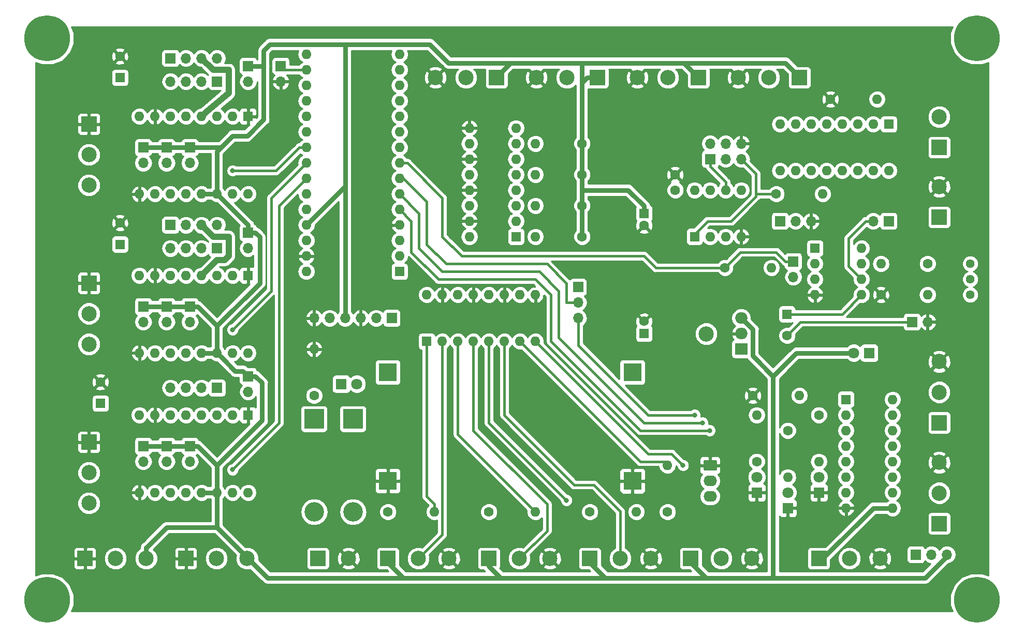
<source format=gbl>
G04 #@! TF.GenerationSoftware,KiCad,Pcbnew,(5.0.2)-1*
G04 #@! TF.CreationDate,2019-11-07T20:44:56+01:00*
G04 #@! TF.ProjectId,MPCNC Nano Estlcam Shield,4d50434e-4320-44e6-916e-6f204573746c,1.4*
G04 #@! TF.SameCoordinates,Original*
G04 #@! TF.FileFunction,Copper,L2,Bot*
G04 #@! TF.FilePolarity,Positive*
%FSLAX46Y46*%
G04 Gerber Fmt 4.6, Leading zero omitted, Abs format (unit mm)*
G04 Created by KiCad (PCBNEW (5.0.2)-1) date 07.11.2019 20:44:56*
%MOMM*%
%LPD*%
G01*
G04 APERTURE LIST*
G04 #@! TA.AperFunction,ComponentPad*
%ADD10C,1.800000*%
G04 #@! TD*
G04 #@! TA.AperFunction,ComponentPad*
%ADD11R,1.800000X1.800000*%
G04 #@! TD*
G04 #@! TA.AperFunction,ComponentPad*
%ADD12O,2.000000X1.905000*%
G04 #@! TD*
G04 #@! TA.AperFunction,ComponentPad*
%ADD13R,2.000000X1.905000*%
G04 #@! TD*
G04 #@! TA.AperFunction,ComponentPad*
%ADD14C,1.600000*%
G04 #@! TD*
G04 #@! TA.AperFunction,ComponentPad*
%ADD15R,1.600000X1.600000*%
G04 #@! TD*
G04 #@! TA.AperFunction,ComponentPad*
%ADD16R,3.000000X3.000000*%
G04 #@! TD*
G04 #@! TA.AperFunction,ComponentPad*
%ADD17C,7.500000*%
G04 #@! TD*
G04 #@! TA.AperFunction,ComponentPad*
%ADD18O,1.600000X1.600000*%
G04 #@! TD*
G04 #@! TA.AperFunction,ComponentPad*
%ADD19R,3.200000X3.200000*%
G04 #@! TD*
G04 #@! TA.AperFunction,ComponentPad*
%ADD20O,3.200000X3.200000*%
G04 #@! TD*
G04 #@! TA.AperFunction,ComponentPad*
%ADD21C,1.440000*%
G04 #@! TD*
G04 #@! TA.AperFunction,ComponentPad*
%ADD22R,2.500000X2.500000*%
G04 #@! TD*
G04 #@! TA.AperFunction,ComponentPad*
%ADD23C,2.500000*%
G04 #@! TD*
G04 #@! TA.AperFunction,ComponentPad*
%ADD24O,1.700000X1.700000*%
G04 #@! TD*
G04 #@! TA.AperFunction,ComponentPad*
%ADD25R,1.700000X1.700000*%
G04 #@! TD*
G04 #@! TA.AperFunction,ComponentPad*
%ADD26O,2.200000X1.740000*%
G04 #@! TD*
G04 #@! TA.AperFunction,Conductor*
%ADD27C,0.100000*%
G04 #@! TD*
G04 #@! TA.AperFunction,ComponentPad*
%ADD28C,1.740000*%
G04 #@! TD*
G04 #@! TA.AperFunction,ViaPad*
%ADD29C,0.800000*%
G04 #@! TD*
G04 #@! TA.AperFunction,Conductor*
%ADD30C,0.800000*%
G04 #@! TD*
G04 #@! TA.AperFunction,Conductor*
%ADD31C,0.400000*%
G04 #@! TD*
G04 #@! TA.AperFunction,Conductor*
%ADD32C,1.000000*%
G04 #@! TD*
G04 #@! TA.AperFunction,Conductor*
%ADD33C,0.254000*%
G04 #@! TD*
G04 APERTURE END LIST*
D10*
G04 #@! TO.P,D7,2*
G04 #@! TO.N,/D7_R_LED*
X181520000Y-117220000D03*
D11*
G04 #@! TO.P,D7,1*
G04 #@! TO.N,GND*
X181520000Y-119760000D03*
G04 #@! TD*
D10*
G04 #@! TO.P,D6,2*
G04 #@! TO.N,/D6_R_LED*
X186600000Y-119760000D03*
D11*
G04 #@! TO.P,D6,1*
G04 #@! TO.N,GND*
X186600000Y-122300000D03*
G04 #@! TD*
D10*
G04 #@! TO.P,D5,2*
G04 #@! TO.N,/D5_R_LED*
X191680000Y-117220000D03*
D11*
G04 #@! TO.P,D5,1*
G04 #@! TO.N,GND*
X191680000Y-119760000D03*
G04 #@! TD*
D10*
G04 #@! TO.P,D4,2*
G04 #@! TO.N,VMot*
X116115000Y-101980000D03*
D11*
G04 #@! TO.P,D4,1*
G04 #@! TO.N,/D4_R_LED*
X113575000Y-101980000D03*
G04 #@! TD*
D10*
G04 #@! TO.P,D1,2*
G04 #@! TO.N,+5V*
X197395000Y-96900000D03*
D11*
G04 #@! TO.P,D1,1*
G04 #@! TO.N,/D1_R_LED*
X199935000Y-96900000D03*
G04 #@! TD*
D12*
G04 #@! TO.P,U6,3*
G04 #@! TO.N,+5V*
X178980000Y-91185000D03*
G04 #@! TO.P,U6,2*
G04 #@! TO.N,GND*
X178980000Y-93725000D03*
D13*
G04 #@! TO.P,U6,1*
G04 #@! TO.N,+12V*
X178980000Y-96265000D03*
G04 #@! TD*
D14*
G04 #@! TO.P,C6,2*
G04 #@! TO.N,GND*
X163105000Y-76040000D03*
D15*
G04 #@! TO.P,C6,1*
G04 #@! TO.N,+5V*
X163105000Y-74040000D03*
G04 #@! TD*
D14*
G04 #@! TO.P,C5,2*
G04 #@! TO.N,GND*
X163105000Y-91725000D03*
D15*
G04 #@! TO.P,C5,1*
G04 #@! TO.N,+12V*
X163105000Y-93725000D03*
G04 #@! TD*
D14*
G04 #@! TO.P,C7,2*
G04 #@! TO.N,GND*
X168185000Y-67730000D03*
G04 #@! TO.P,C7,1*
G04 #@! TO.N,+5V*
X168185000Y-70230000D03*
G04 #@! TD*
D16*
G04 #@! TO.P,A5,4*
G04 #@! TO.N,GND*
X161195000Y-117875000D03*
G04 #@! TO.P,A5,3*
G04 #@! TO.N,+12V*
X161195000Y-100075000D03*
G04 #@! TO.P,A5,2*
G04 #@! TO.N,GND*
X121195000Y-117855000D03*
G04 #@! TO.P,A5,1*
G04 #@! TO.N,VMot*
X121182300Y-100062300D03*
G04 #@! TD*
D17*
G04 #@! TO.P,H3,1*
G04 #@! TO.N,N/C*
X217505000Y-45350000D03*
G04 #@! TD*
G04 #@! TO.P,H1,1*
G04 #@! TO.N,N/C*
X65505000Y-137350000D03*
G04 #@! TD*
G04 #@! TO.P,H2,1*
G04 #@! TO.N,N/C*
X217505000Y-137350000D03*
G04 #@! TD*
G04 #@! TO.P,H4,1*
G04 #@! TO.N,N/C*
X65505000Y-45350000D03*
G04 #@! TD*
D18*
G04 #@! TO.P,R7,2*
G04 #@! TO.N,/IN3_R_LED*
X145325000Y-67690000D03*
D14*
G04 #@! TO.P,R7,1*
G04 #@! TO.N,+5V*
X152945000Y-67690000D03*
G04 #@! TD*
D18*
G04 #@! TO.P,R8,2*
G04 #@! TO.N,/IN4_R_LED*
X145325000Y-62610000D03*
D14*
G04 #@! TO.P,R8,1*
G04 #@! TO.N,+5V*
X152945000Y-62610000D03*
G04 #@! TD*
D15*
G04 #@! TO.P,C1,1*
G04 #@! TO.N,Spindle_Speed_Analog_0-5V*
X186473000Y-90550000D03*
D14*
G04 #@! TO.P,C1,2*
G04 #@! TO.N,/C1_to_JP16*
X186473000Y-94050000D03*
G04 #@! TD*
D15*
G04 #@! TO.P,C3,1*
G04 #@! TO.N,VMot*
X77380000Y-79120000D03*
D14*
G04 #@! TO.P,C3,2*
G04 #@! TO.N,GND*
X77380000Y-75620000D03*
G04 #@! TD*
D15*
G04 #@! TO.P,C4,1*
G04 #@! TO.N,VMot*
X74205000Y-105155000D03*
D14*
G04 #@! TO.P,C4,2*
G04 #@! TO.N,GND*
X74205000Y-101655000D03*
G04 #@! TD*
D15*
G04 #@! TO.P,C2,1*
G04 #@! TO.N,VMot*
X77380000Y-51815000D03*
D14*
G04 #@! TO.P,C2,2*
G04 #@! TO.N,GND*
X77380000Y-48315000D03*
G04 #@! TD*
D18*
G04 #@! TO.P,U5,16*
G04 #@! TO.N,/OUT1*
X203745000Y-104520000D03*
G04 #@! TO.P,U5,8*
G04 #@! TO.N,GND*
X196125000Y-122300000D03*
G04 #@! TO.P,U5,15*
G04 #@! TO.N,/OUT2*
X203745000Y-107060000D03*
G04 #@! TO.P,U5,7*
G04 #@! TO.N,N/C*
X196125000Y-119760000D03*
G04 #@! TO.P,U5,14*
G04 #@! TO.N,/OUT3*
X203745000Y-109600000D03*
G04 #@! TO.P,U5,6*
G04 #@! TO.N,N/C*
X196125000Y-117220000D03*
G04 #@! TO.P,U5,13*
X203745000Y-112140000D03*
G04 #@! TO.P,U5,5*
X196125000Y-114680000D03*
G04 #@! TO.P,U5,12*
X203745000Y-114680000D03*
G04 #@! TO.P,U5,4*
X196125000Y-112140000D03*
G04 #@! TO.P,U5,11*
X203745000Y-117220000D03*
G04 #@! TO.P,U5,3*
G04 #@! TO.N,/A3(D4)*
X196125000Y-109600000D03*
G04 #@! TO.P,U5,10*
G04 #@! TO.N,N/C*
X203745000Y-119760000D03*
G04 #@! TO.P,U5,2*
G04 #@! TO.N,/A2(D2)*
X196125000Y-107060000D03*
G04 #@! TO.P,U5,9*
G04 #@! TO.N,/COM*
X203745000Y-122300000D03*
D15*
G04 #@! TO.P,U5,1*
G04 #@! TO.N,/A1(D3)*
X196125000Y-104520000D03*
G04 #@! TD*
D18*
G04 #@! TO.P,U2,16*
G04 #@! TO.N,/E1(D8)*
X134530000Y-77850000D03*
G04 #@! TO.P,U2,8*
G04 #@! TO.N,/IN4*
X142150000Y-60070000D03*
G04 #@! TO.P,U2,15*
G04 #@! TO.N,GND*
X134530000Y-75310000D03*
G04 #@! TO.P,U2,7*
G04 #@! TO.N,/IN4_R_LED*
X142150000Y-62610000D03*
G04 #@! TO.P,U2,14*
G04 #@! TO.N,/E2(D9)*
X134530000Y-72770000D03*
G04 #@! TO.P,U2,6*
G04 #@! TO.N,/IN3*
X142150000Y-65150000D03*
G04 #@! TO.P,U2,13*
G04 #@! TO.N,GND*
X134530000Y-70230000D03*
G04 #@! TO.P,U2,5*
G04 #@! TO.N,/IN3_R_LED*
X142150000Y-67690000D03*
G04 #@! TO.P,U2,12*
G04 #@! TO.N,/E3(D10)*
X134530000Y-67690000D03*
G04 #@! TO.P,U2,4*
G04 #@! TO.N,/IN2*
X142150000Y-70230000D03*
G04 #@! TO.P,U2,11*
G04 #@! TO.N,GND*
X134530000Y-65150000D03*
G04 #@! TO.P,U2,3*
G04 #@! TO.N,/IN2_R_LED*
X142150000Y-72770000D03*
G04 #@! TO.P,U2,10*
G04 #@! TO.N,/E4(D11)*
X134530000Y-62610000D03*
G04 #@! TO.P,U2,2*
G04 #@! TO.N,/IN1*
X142150000Y-75310000D03*
G04 #@! TO.P,U2,9*
G04 #@! TO.N,GND*
X134530000Y-60070000D03*
D15*
G04 #@! TO.P,U2,1*
G04 #@! TO.N,/IN1_R_LED*
X142150000Y-77850000D03*
G04 #@! TD*
D18*
G04 #@! TO.P,U3,16*
G04 #@! TO.N,/E5(D12)*
X127545000Y-87375000D03*
G04 #@! TO.P,U3,8*
G04 #@! TO.N,/IN8*
X145325000Y-94995000D03*
G04 #@! TO.P,U3,15*
G04 #@! TO.N,GND*
X130085000Y-87375000D03*
G04 #@! TO.P,U3,7*
G04 #@! TO.N,/IN8_R_LED*
X142785000Y-94995000D03*
G04 #@! TO.P,U3,14*
G04 #@! TO.N,/E6(D13)*
X132625000Y-87375000D03*
G04 #@! TO.P,U3,6*
G04 #@! TO.N,/IN7*
X140245000Y-94995000D03*
G04 #@! TO.P,U3,13*
G04 #@! TO.N,GND*
X135165000Y-87375000D03*
G04 #@! TO.P,U3,5*
G04 #@! TO.N,/IN7_R_LED*
X137705000Y-94995000D03*
G04 #@! TO.P,U3,12*
G04 #@! TO.N,/E7(D6)*
X137705000Y-87375000D03*
G04 #@! TO.P,U3,4*
G04 #@! TO.N,/IN6*
X135165000Y-94995000D03*
G04 #@! TO.P,U3,11*
G04 #@! TO.N,GND*
X140245000Y-87375000D03*
G04 #@! TO.P,U3,3*
G04 #@! TO.N,/IN6_R_LED*
X132625000Y-94995000D03*
G04 #@! TO.P,U3,10*
G04 #@! TO.N,/E8(D7)*
X142785000Y-87375000D03*
G04 #@! TO.P,U3,2*
G04 #@! TO.N,/IN5*
X130085000Y-94995000D03*
G04 #@! TO.P,U3,9*
G04 #@! TO.N,GND*
X145325000Y-87375000D03*
D15*
G04 #@! TO.P,U3,1*
G04 #@! TO.N,/IN5_R_LED*
X127545000Y-94995000D03*
G04 #@! TD*
D18*
G04 #@! TO.P,U4,16*
G04 #@! TO.N,/FOR*
X203110000Y-67055000D03*
G04 #@! TO.P,U4,8*
G04 #@! TO.N,N/C*
X185330000Y-59435000D03*
G04 #@! TO.P,U4,15*
G04 #@! TO.N,/DCM*
X200570000Y-67055000D03*
G04 #@! TO.P,U4,7*
G04 #@! TO.N,N/C*
X187870000Y-59435000D03*
G04 #@! TO.P,U4,14*
X198030000Y-67055000D03*
G04 #@! TO.P,U4,6*
X190410000Y-59435000D03*
G04 #@! TO.P,U4,13*
X195490000Y-67055000D03*
G04 #@! TO.P,U4,5*
X192950000Y-59435000D03*
G04 #@! TO.P,U4,12*
X192950000Y-67055000D03*
G04 #@! TO.P,U4,4*
X195490000Y-59435000D03*
G04 #@! TO.P,U4,11*
X190410000Y-67055000D03*
G04 #@! TO.P,U4,3*
X198030000Y-59435000D03*
G04 #@! TO.P,U4,10*
X187870000Y-67055000D03*
G04 #@! TO.P,U4,2*
G04 #@! TO.N,/SPINDEL_ON_OFF_R_LED*
X200570000Y-59435000D03*
G04 #@! TO.P,U4,9*
G04 #@! TO.N,N/C*
X185330000Y-67055000D03*
D15*
G04 #@! TO.P,U4,1*
G04 #@! TO.N,/Spindle_ON_OFF*
X203110000Y-59435000D03*
G04 #@! TD*
D18*
G04 #@! TO.P,U7,8*
G04 #@! TO.N,+5V*
X171360000Y-70230000D03*
G04 #@! TO.P,U7,4*
G04 #@! TO.N,GND*
X178980000Y-77850000D03*
G04 #@! TO.P,U7,7*
G04 #@! TO.N,/SCK*
X173900000Y-70230000D03*
G04 #@! TO.P,U7,3*
G04 #@! TO.N,Spindle_Speed_Analog_0-5V*
X176440000Y-77850000D03*
G04 #@! TO.P,U7,6*
G04 #@! TO.N,/MISO*
X176440000Y-70230000D03*
G04 #@! TO.P,U7,2*
G04 #@! TO.N,/SERVO_PPM*
X173900000Y-77850000D03*
G04 #@! TO.P,U7,5*
G04 #@! TO.N,/MOSI*
X178980000Y-70230000D03*
D15*
G04 #@! TO.P,U7,1*
G04 #@! TO.N,/RESET_ATtiny*
X171360000Y-77850000D03*
G04 #@! TD*
D18*
G04 #@! TO.P,U1,8*
G04 #@! TO.N,+12V*
X198665000Y-79755000D03*
G04 #@! TO.P,U1,4*
G04 #@! TO.N,GND*
X191045000Y-87375000D03*
G04 #@! TO.P,U1,7*
G04 #@! TO.N,/VI*
X198665000Y-82295000D03*
G04 #@! TO.P,U1,3*
G04 #@! TO.N,N/C*
X191045000Y-84835000D03*
G04 #@! TO.P,U1,6*
G04 #@! TO.N,/5V_10V*
X198665000Y-84835000D03*
G04 #@! TO.P,U1,2*
G04 #@! TO.N,N/C*
X191045000Y-82295000D03*
G04 #@! TO.P,U1,5*
G04 #@! TO.N,Spindle_Speed_Analog_0-5V*
X198665000Y-87375000D03*
D15*
G04 #@! TO.P,U1,1*
G04 #@! TO.N,N/C*
X191045000Y-79755000D03*
G04 #@! TD*
D19*
G04 #@! TO.P,D2,1*
G04 #@! TO.N,VMot*
X115480000Y-107695000D03*
D20*
G04 #@! TO.P,D2,2*
G04 #@! TO.N,VDC*
X115480000Y-122935000D03*
G04 #@! TD*
D19*
G04 #@! TO.P,D3,1*
G04 #@! TO.N,VMot*
X109130000Y-107695000D03*
D20*
G04 #@! TO.P,D3,2*
G04 #@! TO.N,VDC*
X109130000Y-122935000D03*
G04 #@! TD*
D18*
G04 #@! TO.P,R12,2*
G04 #@! TO.N,/IN8_R_LED*
X166915000Y-115315000D03*
D14*
G04 #@! TO.P,R12,1*
G04 #@! TO.N,+5V*
X166915000Y-122935000D03*
G04 #@! TD*
D18*
G04 #@! TO.P,R4,2*
G04 #@! TO.N,/SPINDEL_ON_OFF_R_LED*
X201205000Y-55350000D03*
D14*
G04 #@! TO.P,R4,1*
G04 #@! TO.N,GND*
X193585000Y-55350000D03*
G04 #@! TD*
D18*
G04 #@! TO.P,R2,2*
G04 #@! TO.N,/RV1_R2*
X209460000Y-87375000D03*
D14*
G04 #@! TO.P,R2,1*
G04 #@! TO.N,GND*
X201840000Y-87375000D03*
G04 #@! TD*
D18*
G04 #@! TO.P,R1,2*
G04 #@! TO.N,Spindle_Speed_Analog_0-5V*
X183933000Y-82930000D03*
D14*
G04 #@! TO.P,R1,1*
G04 #@! TO.N,/Spindle_PWM(D5)*
X176313000Y-82930000D03*
G04 #@! TD*
D18*
G04 #@! TO.P,R5,2*
G04 #@! TO.N,/IN1_R_LED*
X145325000Y-77850000D03*
D14*
G04 #@! TO.P,R5,1*
G04 #@! TO.N,+5V*
X152945000Y-77850000D03*
G04 #@! TD*
D18*
G04 #@! TO.P,R6,2*
G04 #@! TO.N,/IN2_R_LED*
X145325000Y-72770000D03*
D14*
G04 #@! TO.P,R6,1*
G04 #@! TO.N,+5V*
X152945000Y-72770000D03*
G04 #@! TD*
D18*
G04 #@! TO.P,R9,2*
G04 #@! TO.N,/IN5_R_LED*
X128815000Y-122935000D03*
D14*
G04 #@! TO.P,R9,1*
G04 #@! TO.N,+5V*
X121195000Y-122935000D03*
G04 #@! TD*
D18*
G04 #@! TO.P,R11,2*
G04 #@! TO.N,/IN7_R_LED*
X161835000Y-122935000D03*
D14*
G04 #@! TO.P,R11,1*
G04 #@! TO.N,+5V*
X154215000Y-122935000D03*
G04 #@! TD*
D18*
G04 #@! TO.P,R13,2*
G04 #@! TO.N,+5V*
X192315000Y-70865000D03*
D14*
G04 #@! TO.P,R13,1*
G04 #@! TO.N,/RESET_ATtiny*
X184695000Y-70865000D03*
G04 #@! TD*
D18*
G04 #@! TO.P,R14,2*
G04 #@! TO.N,/D1_R_LED*
X188505000Y-103885000D03*
D14*
G04 #@! TO.P,R14,1*
G04 #@! TO.N,GND*
X180885000Y-103885000D03*
G04 #@! TD*
D18*
G04 #@! TO.P,R15,2*
G04 #@! TO.N,GND*
X109130000Y-96265000D03*
D14*
G04 #@! TO.P,R15,1*
G04 #@! TO.N,/D4_R_LED*
X109130000Y-103885000D03*
G04 #@! TD*
D18*
G04 #@! TO.P,R16,2*
G04 #@! TO.N,/D5_R_LED*
X191680000Y-114680000D03*
D14*
G04 #@! TO.P,R16,1*
G04 #@! TO.N,/A1(D3)*
X191680000Y-107060000D03*
G04 #@! TD*
D18*
G04 #@! TO.P,R17,2*
G04 #@! TO.N,/D6_R_LED*
X186600000Y-117220000D03*
D14*
G04 #@! TO.P,R17,1*
G04 #@! TO.N,/A2(D2)*
X186600000Y-109600000D03*
G04 #@! TD*
D18*
G04 #@! TO.P,R18,2*
G04 #@! TO.N,/A3(D4)*
X181520000Y-107060000D03*
D14*
G04 #@! TO.P,R18,1*
G04 #@! TO.N,/D7_R_LED*
X181520000Y-114680000D03*
G04 #@! TD*
D18*
G04 #@! TO.P,R3,2*
G04 #@! TO.N,/VI*
X201840000Y-82295000D03*
D14*
G04 #@! TO.P,R3,1*
G04 #@! TO.N,/R3_RV1*
X209460000Y-82295000D03*
G04 #@! TD*
D18*
G04 #@! TO.P,R10,2*
G04 #@! TO.N,/IN6_R_LED*
X145325000Y-122935000D03*
D14*
G04 #@! TO.P,R10,1*
G04 #@! TO.N,+5V*
X137705000Y-122935000D03*
G04 #@! TD*
D21*
G04 #@! TO.P,RV1,3*
G04 #@! TO.N,/RV1_R2*
X216445000Y-87375000D03*
G04 #@! TO.P,RV1,2*
G04 #@! TO.N,/5V_10V*
X216445000Y-84835000D03*
G04 #@! TO.P,RV1,1*
G04 #@! TO.N,/R3_RV1*
X216445000Y-82295000D03*
G04 #@! TD*
D18*
G04 #@! TO.P,A1,16*
G04 #@! TO.N,/E6(D13)*
X107860000Y-48005000D03*
G04 #@! TO.P,A1,15*
G04 #@! TO.N,/E5(D12)*
X123100000Y-48005000D03*
G04 #@! TO.P,A1,30*
G04 #@! TO.N,N/C*
X107860000Y-83565000D03*
G04 #@! TO.P,A1,14*
G04 #@! TO.N,/E4(D11)*
X123100000Y-50545000D03*
G04 #@! TO.P,A1,29*
G04 #@! TO.N,GND*
X107860000Y-81025000D03*
G04 #@! TO.P,A1,13*
G04 #@! TO.N,/E3(D10)*
X123100000Y-53085000D03*
G04 #@! TO.P,A1,28*
G04 #@! TO.N,/RESET*
X107860000Y-78485000D03*
G04 #@! TO.P,A1,12*
G04 #@! TO.N,/E2(D9)*
X123100000Y-55625000D03*
G04 #@! TO.P,A1,27*
G04 #@! TO.N,+5V*
X107860000Y-75945000D03*
G04 #@! TO.P,A1,11*
G04 #@! TO.N,/E1(D8)*
X123100000Y-58165000D03*
G04 #@! TO.P,A1,26*
G04 #@! TO.N,/Rot.Speed*
X107860000Y-73405000D03*
G04 #@! TO.P,A1,10*
G04 #@! TO.N,/E8(D7)*
X123100000Y-60705000D03*
G04 #@! TO.P,A1,25*
G04 #@! TO.N,/Feedrate*
X107860000Y-70865000D03*
G04 #@! TO.P,A1,9*
G04 #@! TO.N,/E7(D6)*
X123100000Y-63245000D03*
G04 #@! TO.P,A1,24*
G04 #@! TO.N,/Z_STEP*
X107860000Y-68325000D03*
G04 #@! TO.P,A1,8*
G04 #@! TO.N,/Spindle_PWM(D5)*
X123100000Y-65785000D03*
G04 #@! TO.P,A1,23*
G04 #@! TO.N,/Y_STEP*
X107860000Y-65785000D03*
G04 #@! TO.P,A1,7*
G04 #@! TO.N,/Spindle_ON_OFF(D4)*
X123100000Y-68325000D03*
G04 #@! TO.P,A1,22*
G04 #@! TO.N,/X_STEP*
X107860000Y-63245000D03*
G04 #@! TO.P,A1,6*
G04 #@! TO.N,/A1(D3)*
X123100000Y-70865000D03*
G04 #@! TO.P,A1,21*
G04 #@! TO.N,/Z_DIR*
X107860000Y-60705000D03*
G04 #@! TO.P,A1,5*
G04 #@! TO.N,/A2(D2)*
X123100000Y-73405000D03*
G04 #@! TO.P,A1,20*
G04 #@! TO.N,/Y_DIR*
X107860000Y-58165000D03*
G04 #@! TO.P,A1,4*
G04 #@! TO.N,GND*
X123100000Y-75945000D03*
G04 #@! TO.P,A1,19*
G04 #@! TO.N,/X_DIR*
X107860000Y-55625000D03*
G04 #@! TO.P,A1,3*
G04 #@! TO.N,N/C*
X123100000Y-78485000D03*
G04 #@! TO.P,A1,18*
X107860000Y-53085000D03*
G04 #@! TO.P,A1,2*
G04 #@! TO.N,/RX*
X123100000Y-81025000D03*
G04 #@! TO.P,A1,17*
G04 #@! TO.N,+3V3*
X107860000Y-50545000D03*
D15*
G04 #@! TO.P,A1,1*
G04 #@! TO.N,/TX*
X123100000Y-83565000D03*
G04 #@! TD*
D18*
G04 #@! TO.P,A4,16*
G04 #@! TO.N,/Z_DIR*
X98335000Y-119760000D03*
G04 #@! TO.P,A4,8*
G04 #@! TO.N,VMot*
X80555000Y-107060000D03*
G04 #@! TO.P,A4,15*
G04 #@! TO.N,/Z_STEP*
X95795000Y-119760000D03*
G04 #@! TO.P,A4,7*
G04 #@! TO.N,GND*
X83095000Y-107060000D03*
G04 #@! TO.P,A4,14*
G04 #@! TO.N,+5V*
X93255000Y-119760000D03*
G04 #@! TO.P,A4,6*
G04 #@! TO.N,/B2Z*
X85635000Y-107060000D03*
G04 #@! TO.P,A4,13*
G04 #@! TO.N,+5V*
X90715000Y-119760000D03*
G04 #@! TO.P,A4,5*
G04 #@! TO.N,/B1Z*
X88175000Y-107060000D03*
G04 #@! TO.P,A4,12*
G04 #@! TO.N,/M2Z*
X88175000Y-119760000D03*
G04 #@! TO.P,A4,4*
G04 #@! TO.N,/A1Z*
X90715000Y-107060000D03*
G04 #@! TO.P,A4,11*
G04 #@! TO.N,/M1Z*
X85635000Y-119760000D03*
G04 #@! TO.P,A4,3*
G04 #@! TO.N,/A2Z*
X93255000Y-107060000D03*
G04 #@! TO.P,A4,10*
G04 #@! TO.N,/M0Z*
X83095000Y-119760000D03*
G04 #@! TO.P,A4,2*
G04 #@! TO.N,/FLT_Z*
X95795000Y-107060000D03*
G04 #@! TO.P,A4,9*
G04 #@! TO.N,GND*
X80555000Y-119760000D03*
D15*
G04 #@! TO.P,A4,1*
X98335000Y-107060000D03*
G04 #@! TD*
D18*
G04 #@! TO.P,A3,16*
G04 #@! TO.N,/Y_DIR*
X98335000Y-96900000D03*
G04 #@! TO.P,A3,8*
G04 #@! TO.N,VMot*
X80555000Y-84200000D03*
G04 #@! TO.P,A3,15*
G04 #@! TO.N,/Y_STEP*
X95795000Y-96900000D03*
G04 #@! TO.P,A3,7*
G04 #@! TO.N,GND*
X83095000Y-84200000D03*
G04 #@! TO.P,A3,14*
G04 #@! TO.N,+5V*
X93255000Y-96900000D03*
G04 #@! TO.P,A3,6*
G04 #@! TO.N,/B2Y2*
X85635000Y-84200000D03*
G04 #@! TO.P,A3,13*
G04 #@! TO.N,+5V*
X90715000Y-96900000D03*
G04 #@! TO.P,A3,5*
G04 #@! TO.N,/B1Y1*
X88175000Y-84200000D03*
G04 #@! TO.P,A3,12*
G04 #@! TO.N,/M2Y*
X88175000Y-96900000D03*
G04 #@! TO.P,A3,4*
G04 #@! TO.N,/A1Y2*
X90715000Y-84200000D03*
G04 #@! TO.P,A3,11*
G04 #@! TO.N,/M1Y*
X85635000Y-96900000D03*
G04 #@! TO.P,A3,3*
G04 #@! TO.N,/A2Y1*
X93255000Y-84200000D03*
G04 #@! TO.P,A3,10*
G04 #@! TO.N,/M0Y*
X83095000Y-96900000D03*
G04 #@! TO.P,A3,2*
G04 #@! TO.N,/FLT_Y*
X95795000Y-84200000D03*
G04 #@! TO.P,A3,9*
G04 #@! TO.N,GND*
X80555000Y-96900000D03*
D15*
G04 #@! TO.P,A3,1*
X98335000Y-84200000D03*
G04 #@! TD*
D18*
G04 #@! TO.P,A2,16*
G04 #@! TO.N,/X_DIR*
X98335000Y-70865000D03*
G04 #@! TO.P,A2,8*
G04 #@! TO.N,VMot*
X80555000Y-58165000D03*
G04 #@! TO.P,A2,15*
G04 #@! TO.N,/X_STEP*
X95795000Y-70865000D03*
G04 #@! TO.P,A2,7*
G04 #@! TO.N,GND*
X83095000Y-58165000D03*
G04 #@! TO.P,A2,14*
G04 #@! TO.N,+5V*
X93255000Y-70865000D03*
G04 #@! TO.P,A2,6*
G04 #@! TO.N,/B2X2*
X85635000Y-58165000D03*
G04 #@! TO.P,A2,13*
G04 #@! TO.N,+5V*
X90715000Y-70865000D03*
G04 #@! TO.P,A2,5*
G04 #@! TO.N,/B1X1*
X88175000Y-58165000D03*
G04 #@! TO.P,A2,12*
G04 #@! TO.N,/M2X*
X88175000Y-70865000D03*
G04 #@! TO.P,A2,4*
G04 #@! TO.N,/A1X2*
X90715000Y-58165000D03*
G04 #@! TO.P,A2,11*
G04 #@! TO.N,/M1X*
X85635000Y-70865000D03*
G04 #@! TO.P,A2,3*
G04 #@! TO.N,/A2X1*
X93255000Y-58165000D03*
G04 #@! TO.P,A2,10*
G04 #@! TO.N,/M0X*
X83095000Y-70865000D03*
G04 #@! TO.P,A2,2*
G04 #@! TO.N,/FLT_X*
X95795000Y-58165000D03*
G04 #@! TO.P,A2,9*
G04 #@! TO.N,GND*
X80555000Y-70865000D03*
D15*
G04 #@! TO.P,A2,1*
X98335000Y-58165000D03*
G04 #@! TD*
D22*
G04 #@! TO.P,J27,1*
G04 #@! TO.N,GND*
X88175000Y-130555000D03*
D23*
G04 #@! TO.P,J27,2*
G04 #@! TO.N,/Rot.Speed*
X93175000Y-130555000D03*
G04 #@! TO.P,J27,3*
G04 #@! TO.N,+5V*
X98175000Y-130555000D03*
G04 #@! TD*
G04 #@! TO.P,HS1,1*
G04 #@! TO.N,N/C*
X173265000Y-93775000D03*
G04 #@! TD*
G04 #@! TO.P,J17,2*
G04 #@! TO.N,/DCM*
X211365000Y-58245000D03*
D22*
G04 #@! TO.P,J17,1*
G04 #@! TO.N,/FOR*
X211365000Y-63245000D03*
G04 #@! TD*
D23*
G04 #@! TO.P,J16,2*
G04 #@! TO.N,GND*
X211365000Y-69675000D03*
D22*
G04 #@! TO.P,J16,1*
G04 #@! TO.N,/VI*
X211365000Y-74675000D03*
G04 #@! TD*
D23*
G04 #@! TO.P,J1,2*
G04 #@! TO.N,GND*
X114765000Y-130555000D03*
D22*
G04 #@! TO.P,J1,1*
G04 #@! TO.N,VDC*
X109765000Y-130555000D03*
G04 #@! TD*
G04 #@! TO.P,J22,1*
G04 #@! TO.N,+5V*
X121195000Y-130555000D03*
D23*
G04 #@! TO.P,J22,2*
G04 #@! TO.N,/IN5*
X126195000Y-130555000D03*
G04 #@! TO.P,J22,3*
G04 #@! TO.N,GND*
X131195000Y-130555000D03*
G04 #@! TD*
D22*
G04 #@! TO.P,J13,1*
G04 #@! TO.N,/COM*
X211365000Y-124840000D03*
D23*
G04 #@! TO.P,J13,2*
G04 #@! TO.N,/OUT2*
X211365000Y-119840000D03*
G04 #@! TO.P,J13,3*
G04 #@! TO.N,GND*
X211365000Y-114840000D03*
G04 #@! TD*
D22*
G04 #@! TO.P,J14,1*
G04 #@! TO.N,/COM*
X191680000Y-130555000D03*
D23*
G04 #@! TO.P,J14,2*
G04 #@! TO.N,/OUT3*
X196680000Y-130555000D03*
G04 #@! TO.P,J14,3*
G04 #@! TO.N,GND*
X201680000Y-130555000D03*
G04 #@! TD*
D22*
G04 #@! TO.P,J12,1*
G04 #@! TO.N,/COM*
X211365000Y-108330000D03*
D23*
G04 #@! TO.P,J12,2*
G04 #@! TO.N,/OUT1*
X211365000Y-103330000D03*
G04 #@! TO.P,J12,3*
G04 #@! TO.N,GND*
X211365000Y-98330000D03*
G04 #@! TD*
D22*
G04 #@! TO.P,J21,1*
G04 #@! TO.N,+5V*
X138975000Y-51815000D03*
D23*
G04 #@! TO.P,J21,2*
G04 #@! TO.N,/IN4*
X133975000Y-51815000D03*
G04 #@! TO.P,J21,3*
G04 #@! TO.N,GND*
X128975000Y-51815000D03*
G04 #@! TD*
D22*
G04 #@! TO.P,J18,1*
G04 #@! TO.N,+5V*
X188505000Y-51815000D03*
D23*
G04 #@! TO.P,J18,2*
G04 #@! TO.N,/IN1*
X183505000Y-51815000D03*
G04 #@! TO.P,J18,3*
G04 #@! TO.N,GND*
X178505000Y-51815000D03*
G04 #@! TD*
D22*
G04 #@! TO.P,J19,1*
G04 #@! TO.N,+5V*
X171995000Y-51815000D03*
D23*
G04 #@! TO.P,J19,2*
G04 #@! TO.N,/IN2*
X166995000Y-51815000D03*
G04 #@! TO.P,J19,3*
G04 #@! TO.N,GND*
X161995000Y-51815000D03*
G04 #@! TD*
D22*
G04 #@! TO.P,J20,1*
G04 #@! TO.N,+5V*
X155485000Y-51815000D03*
D23*
G04 #@! TO.P,J20,2*
G04 #@! TO.N,/IN3*
X150485000Y-51815000D03*
G04 #@! TO.P,J20,3*
G04 #@! TO.N,GND*
X145485000Y-51815000D03*
G04 #@! TD*
D22*
G04 #@! TO.P,J24,1*
G04 #@! TO.N,+5V*
X154215000Y-130555000D03*
D23*
G04 #@! TO.P,J24,2*
G04 #@! TO.N,/IN7*
X159215000Y-130555000D03*
G04 #@! TO.P,J24,3*
G04 #@! TO.N,GND*
X164215000Y-130555000D03*
G04 #@! TD*
D22*
G04 #@! TO.P,J25,1*
G04 #@! TO.N,+5V*
X170725000Y-130555000D03*
D23*
G04 #@! TO.P,J25,2*
G04 #@! TO.N,/IN8*
X175725000Y-130555000D03*
G04 #@! TO.P,J25,3*
G04 #@! TO.N,GND*
X180725000Y-130555000D03*
G04 #@! TD*
D22*
G04 #@! TO.P,J4,1*
G04 #@! TO.N,GND*
X72300000Y-59435000D03*
D23*
G04 #@! TO.P,J4,2*
G04 #@! TO.N,/X_STEP*
X72300000Y-64435000D03*
G04 #@! TO.P,J4,3*
G04 #@! TO.N,/X_DIR*
X72300000Y-69435000D03*
G04 #@! TD*
D22*
G04 #@! TO.P,J5,1*
G04 #@! TO.N,GND*
X72300000Y-85470000D03*
D23*
G04 #@! TO.P,J5,2*
G04 #@! TO.N,/Y_STEP*
X72300000Y-90470000D03*
G04 #@! TO.P,J5,3*
G04 #@! TO.N,/Y_DIR*
X72300000Y-95470000D03*
G04 #@! TD*
D22*
G04 #@! TO.P,J6,1*
G04 #@! TO.N,GND*
X72300000Y-111505000D03*
D23*
G04 #@! TO.P,J6,2*
G04 #@! TO.N,/Z_STEP*
X72300000Y-116505000D03*
G04 #@! TO.P,J6,3*
G04 #@! TO.N,/Z_DIR*
X72300000Y-121505000D03*
G04 #@! TD*
D22*
G04 #@! TO.P,J23,1*
G04 #@! TO.N,+5V*
X137705000Y-130555000D03*
D23*
G04 #@! TO.P,J23,2*
G04 #@! TO.N,/IN6*
X142705000Y-130555000D03*
G04 #@! TO.P,J23,3*
G04 #@! TO.N,GND*
X147705000Y-130555000D03*
G04 #@! TD*
D22*
G04 #@! TO.P,J26,1*
G04 #@! TO.N,GND*
X71665000Y-130555000D03*
D23*
G04 #@! TO.P,J26,2*
G04 #@! TO.N,/Feedrate*
X76665000Y-130555000D03*
G04 #@! TO.P,J26,3*
G04 #@! TO.N,+5V*
X81665000Y-130555000D03*
G04 #@! TD*
D24*
G04 #@! TO.P,J29,2*
G04 #@! TO.N,GND*
X103669000Y-52450000D03*
D25*
G04 #@! TO.P,J29,1*
G04 #@! TO.N,+3V3*
X103669000Y-49910000D03*
G04 #@! TD*
D24*
G04 #@! TO.P,J28,3*
G04 #@! TO.N,GND*
X190410000Y-75310000D03*
G04 #@! TO.P,J28,2*
G04 #@! TO.N,+5V*
X187870000Y-75310000D03*
D25*
G04 #@! TO.P,J28,1*
G04 #@! TO.N,/SERVO_PPM*
X185330000Y-75310000D03*
G04 #@! TD*
D24*
G04 #@! TO.P,J15,6*
G04 #@! TO.N,GND*
X178980000Y-62610000D03*
G04 #@! TO.P,J15,5*
G04 #@! TO.N,/RESET_ATtiny*
X178980000Y-65150000D03*
G04 #@! TO.P,J15,4*
G04 #@! TO.N,/MOSI*
X176440000Y-62610000D03*
G04 #@! TO.P,J15,3*
G04 #@! TO.N,/SCK*
X176440000Y-65150000D03*
G04 #@! TO.P,J15,2*
G04 #@! TO.N,+5V*
X173900000Y-62610000D03*
D25*
G04 #@! TO.P,J15,1*
G04 #@! TO.N,/MISO*
X173900000Y-65150000D03*
G04 #@! TD*
D24*
G04 #@! TO.P,J3,6*
G04 #@! TO.N,GND*
X109130000Y-91185000D03*
G04 #@! TO.P,J3,5*
G04 #@! TO.N,/RESET*
X111670000Y-91185000D03*
G04 #@! TO.P,J3,4*
G04 #@! TO.N,+5V*
X114210000Y-91185000D03*
G04 #@! TO.P,J3,3*
G04 #@! TO.N,GND*
X116750000Y-91185000D03*
G04 #@! TO.P,J3,2*
G04 #@! TO.N,/RX*
X119290000Y-91185000D03*
D25*
G04 #@! TO.P,J3,1*
G04 #@! TO.N,/TX*
X121830000Y-91185000D03*
G04 #@! TD*
D24*
G04 #@! TO.P,JP2,2*
G04 #@! TO.N,/M1X*
X85000000Y-65785000D03*
D25*
G04 #@! TO.P,JP2,1*
G04 #@! TO.N,+5V*
X85000000Y-63245000D03*
G04 #@! TD*
D24*
G04 #@! TO.P,JP16,2*
G04 #@! TO.N,GND*
X209460000Y-91820000D03*
D25*
G04 #@! TO.P,JP16,1*
G04 #@! TO.N,/C1_to_JP16*
X206920000Y-91820000D03*
G04 #@! TD*
D24*
G04 #@! TO.P,JP17,2*
G04 #@! TO.N,Spindle_Speed_Analog_0-5V*
X187489000Y-84454000D03*
D25*
G04 #@! TO.P,JP17,1*
G04 #@! TO.N,/Spindle_PWM(D5)*
X187489000Y-81914000D03*
G04 #@! TD*
D24*
G04 #@! TO.P,JP3,2*
G04 #@! TO.N,/M2X*
X88810000Y-65785000D03*
D25*
G04 #@! TO.P,JP3,1*
G04 #@! TO.N,+5V*
X88810000Y-63245000D03*
G04 #@! TD*
D24*
G04 #@! TO.P,JP14,3*
G04 #@! TO.N,/A3(D4)*
X152310000Y-91185000D03*
G04 #@! TO.P,JP14,2*
G04 #@! TO.N,/Spindle_ON_OFF(D4)*
X152310000Y-88645000D03*
D25*
G04 #@! TO.P,JP14,1*
G04 #@! TO.N,/Spindle_ON_OFF*
X152310000Y-86105000D03*
G04 #@! TD*
D24*
G04 #@! TO.P,JP13,3*
G04 #@! TO.N,+5V*
X212635000Y-129920000D03*
G04 #@! TO.P,JP13,2*
G04 #@! TO.N,/COM*
X210095000Y-129920000D03*
D25*
G04 #@! TO.P,JP13,1*
G04 #@! TO.N,+12V*
X207555000Y-129920000D03*
G04 #@! TD*
D24*
G04 #@! TO.P,JP8,2*
G04 #@! TO.N,/FLT_Y*
X98335000Y-79755000D03*
D25*
G04 #@! TO.P,JP8,1*
G04 #@! TO.N,+5V*
X98335000Y-77215000D03*
G04 #@! TD*
D26*
G04 #@! TO.P,J2,3*
G04 #@! TO.N,N/C*
X173900000Y-120395000D03*
G04 #@! TO.P,J2,2*
G04 #@! TO.N,+12V*
X173900000Y-117855000D03*
D27*
G04 #@! TD*
G04 #@! TO.N,GND*
G04 #@! TO.C,J2*
G36*
X174774505Y-114446204D02*
X174798773Y-114449804D01*
X174822572Y-114455765D01*
X174845671Y-114464030D01*
X174867850Y-114474520D01*
X174888893Y-114487132D01*
X174908599Y-114501747D01*
X174926777Y-114518223D01*
X174943253Y-114536401D01*
X174957868Y-114556107D01*
X174970480Y-114577150D01*
X174980970Y-114599329D01*
X174989235Y-114622428D01*
X174995196Y-114646227D01*
X174998796Y-114670495D01*
X175000000Y-114694999D01*
X175000000Y-115935001D01*
X174998796Y-115959505D01*
X174995196Y-115983773D01*
X174989235Y-116007572D01*
X174980970Y-116030671D01*
X174970480Y-116052850D01*
X174957868Y-116073893D01*
X174943253Y-116093599D01*
X174926777Y-116111777D01*
X174908599Y-116128253D01*
X174888893Y-116142868D01*
X174867850Y-116155480D01*
X174845671Y-116165970D01*
X174822572Y-116174235D01*
X174798773Y-116180196D01*
X174774505Y-116183796D01*
X174750001Y-116185000D01*
X173049999Y-116185000D01*
X173025495Y-116183796D01*
X173001227Y-116180196D01*
X172977428Y-116174235D01*
X172954329Y-116165970D01*
X172932150Y-116155480D01*
X172911107Y-116142868D01*
X172891401Y-116128253D01*
X172873223Y-116111777D01*
X172856747Y-116093599D01*
X172842132Y-116073893D01*
X172829520Y-116052850D01*
X172819030Y-116030671D01*
X172810765Y-116007572D01*
X172804804Y-115983773D01*
X172801204Y-115959505D01*
X172800000Y-115935001D01*
X172800000Y-114694999D01*
X172801204Y-114670495D01*
X172804804Y-114646227D01*
X172810765Y-114622428D01*
X172819030Y-114599329D01*
X172829520Y-114577150D01*
X172842132Y-114556107D01*
X172856747Y-114536401D01*
X172873223Y-114518223D01*
X172891401Y-114501747D01*
X172911107Y-114487132D01*
X172932150Y-114474520D01*
X172954329Y-114464030D01*
X172977428Y-114455765D01*
X173001227Y-114449804D01*
X173025495Y-114446204D01*
X173049999Y-114445000D01*
X174750001Y-114445000D01*
X174774505Y-114446204D01*
X174774505Y-114446204D01*
G37*
D28*
G04 #@! TO.P,J2,1*
G04 #@! TO.N,GND*
X173900000Y-115315000D03*
G04 #@! TD*
D24*
G04 #@! TO.P,J8,4*
G04 #@! TO.N,/A1X1*
X93255000Y-48640000D03*
G04 #@! TO.P,J8,3*
G04 #@! TO.N,/A1X2*
X90715000Y-48640000D03*
G04 #@! TO.P,J8,2*
G04 #@! TO.N,/B2X1*
X88175000Y-48640000D03*
D25*
G04 #@! TO.P,J8,1*
G04 #@! TO.N,/B2X2*
X85635000Y-48640000D03*
G04 #@! TD*
D24*
G04 #@! TO.P,J7,4*
G04 #@! TO.N,/B2X1*
X85635000Y-52450000D03*
G04 #@! TO.P,J7,3*
G04 #@! TO.N,/B1X1*
X88175000Y-52450000D03*
G04 #@! TO.P,J7,2*
G04 #@! TO.N,/A1X1*
X90715000Y-52450000D03*
D25*
G04 #@! TO.P,J7,1*
G04 #@! TO.N,/A2X1*
X93255000Y-52450000D03*
G04 #@! TD*
D24*
G04 #@! TO.P,J11,4*
G04 #@! TO.N,/B2Z*
X85635000Y-102615000D03*
G04 #@! TO.P,J11,3*
G04 #@! TO.N,/B1Z*
X88175000Y-102615000D03*
G04 #@! TO.P,J11,2*
G04 #@! TO.N,/A1Z*
X90715000Y-102615000D03*
D25*
G04 #@! TO.P,J11,1*
G04 #@! TO.N,/A2Z*
X93255000Y-102615000D03*
G04 #@! TD*
D24*
G04 #@! TO.P,J10,4*
G04 #@! TO.N,/A1Y1*
X93255000Y-75945000D03*
G04 #@! TO.P,J10,3*
G04 #@! TO.N,/A1Y2*
X90715000Y-75945000D03*
G04 #@! TO.P,J10,2*
G04 #@! TO.N,/B2Y1*
X88175000Y-75945000D03*
D25*
G04 #@! TO.P,J10,1*
G04 #@! TO.N,/B2Y2*
X85635000Y-75945000D03*
G04 #@! TD*
D24*
G04 #@! TO.P,J9,4*
G04 #@! TO.N,/B2Y1*
X85635000Y-79755000D03*
G04 #@! TO.P,J9,3*
G04 #@! TO.N,/B1Y1*
X88175000Y-79755000D03*
G04 #@! TO.P,J9,2*
G04 #@! TO.N,/A1Y1*
X90715000Y-79755000D03*
D25*
G04 #@! TO.P,J9,1*
G04 #@! TO.N,/A2Y1*
X93255000Y-79755000D03*
G04 #@! TD*
D24*
G04 #@! TO.P,JP10,2*
G04 #@! TO.N,/M1Z*
X85000000Y-114680000D03*
D25*
G04 #@! TO.P,JP10,1*
G04 #@! TO.N,+5V*
X85000000Y-112140000D03*
G04 #@! TD*
D24*
G04 #@! TO.P,JP5,2*
G04 #@! TO.N,/M0Y*
X81190000Y-91820000D03*
D25*
G04 #@! TO.P,JP5,1*
G04 #@! TO.N,+5V*
X81190000Y-89280000D03*
G04 #@! TD*
D24*
G04 #@! TO.P,JP15,2*
G04 #@! TO.N,/5V_10V*
X200570000Y-75310000D03*
D25*
G04 #@! TO.P,JP15,1*
G04 #@! TO.N,/VI*
X203110000Y-75310000D03*
G04 #@! TD*
D24*
G04 #@! TO.P,JP11,2*
G04 #@! TO.N,/M2Z*
X88810000Y-114680000D03*
D25*
G04 #@! TO.P,JP11,1*
G04 #@! TO.N,+5V*
X88810000Y-112140000D03*
G04 #@! TD*
D24*
G04 #@! TO.P,JP7,2*
G04 #@! TO.N,/M2Y*
X88810000Y-91820000D03*
D25*
G04 #@! TO.P,JP7,1*
G04 #@! TO.N,+5V*
X88810000Y-89280000D03*
G04 #@! TD*
D24*
G04 #@! TO.P,JP6,2*
G04 #@! TO.N,/M1Y*
X85000000Y-91820000D03*
D25*
G04 #@! TO.P,JP6,1*
G04 #@! TO.N,+5V*
X85000000Y-89280000D03*
G04 #@! TD*
D24*
G04 #@! TO.P,JP9,2*
G04 #@! TO.N,/M0Z*
X81190000Y-114680000D03*
D25*
G04 #@! TO.P,JP9,1*
G04 #@! TO.N,+5V*
X81190000Y-112140000D03*
G04 #@! TD*
D24*
G04 #@! TO.P,JP12,2*
G04 #@! TO.N,/FLT_Z*
X98335000Y-103250000D03*
D25*
G04 #@! TO.P,JP12,1*
G04 #@! TO.N,+5V*
X98335000Y-100710000D03*
G04 #@! TD*
D24*
G04 #@! TO.P,JP4,2*
G04 #@! TO.N,/FLT_X*
X98335000Y-52450000D03*
D25*
G04 #@! TO.P,JP4,1*
G04 #@! TO.N,+5V*
X98335000Y-49910000D03*
G04 #@! TD*
D24*
G04 #@! TO.P,JP1,2*
G04 #@! TO.N,/M0X*
X81190000Y-65785000D03*
D25*
G04 #@! TO.P,JP1,1*
G04 #@! TO.N,+5V*
X81190000Y-63245000D03*
G04 #@! TD*
D29*
G04 #@! TO.N,/Z_STEP*
X95795000Y-116019305D03*
G04 #@! TO.N,/Y_STEP*
X95795000Y-93090000D03*
G04 #@! TO.N,/X_STEP*
X95795000Y-67055000D03*
G04 #@! TO.N,/A1(D3)*
X172630000Y-108330000D03*
G04 #@! TO.N,/A2(D2)*
X173830741Y-109600000D03*
G04 #@! TO.N,/A3(D4)*
X171360000Y-107060000D03*
G04 #@! TO.N,/IN8*
X169455000Y-115315000D03*
G04 #@! TO.N,/IN7_R_LED*
X150405000Y-121030000D03*
G04 #@! TD*
D30*
G04 #@! TO.N,+5V*
X90715000Y-70865000D02*
X93255000Y-70865000D01*
X98335000Y-75945000D02*
X93255000Y-70865000D01*
X98335000Y-77215000D02*
X98335000Y-75945000D01*
X90715000Y-96900000D02*
X93255000Y-96900000D01*
X94054999Y-97699999D02*
X93255000Y-96900000D01*
X96215001Y-99860001D02*
X94054999Y-97699999D01*
X97485001Y-99860001D02*
X96215001Y-99860001D01*
X98335000Y-100710000D02*
X97485001Y-99860001D01*
X93255000Y-125475000D02*
X98335000Y-130555000D01*
X93255000Y-119760000D02*
X93255000Y-125475000D01*
X152945000Y-62610000D02*
X152945000Y-67690000D01*
X152945000Y-67690000D02*
X152945000Y-72770000D01*
X152945000Y-72770000D02*
X152945000Y-77850000D01*
X186219000Y-49402000D02*
X188505000Y-51688000D01*
X138975000Y-51688000D02*
X141261000Y-49402000D01*
X152945000Y-53466000D02*
X152945000Y-49402000D01*
X141261000Y-49402000D02*
X152945000Y-49402000D01*
X152945000Y-52655000D02*
X152945000Y-53466000D01*
X153785000Y-51815000D02*
X152945000Y-52655000D01*
X155485000Y-51815000D02*
X153785000Y-51815000D01*
X152945000Y-53466000D02*
X152945000Y-62610000D01*
X152945000Y-49402000D02*
X166915000Y-49402000D01*
X166915000Y-49402000D02*
X186219000Y-49402000D01*
X169582000Y-49402000D02*
X166915000Y-49402000D01*
X171995000Y-51815000D02*
X169582000Y-49402000D01*
X170725000Y-131190000D02*
X170725000Y-130555000D01*
X173265000Y-133730000D02*
X170725000Y-131190000D01*
X154215000Y-131190000D02*
X154215000Y-130555000D01*
X173265000Y-133730000D02*
X156755000Y-133730000D01*
X156755000Y-133730000D02*
X154215000Y-131190000D01*
X137705000Y-131825000D02*
X137705000Y-130555000D01*
X156755000Y-133730000D02*
X139610000Y-133730000D01*
X139610000Y-133730000D02*
X137705000Y-131825000D01*
X121195000Y-131190000D02*
X121195000Y-130555000D01*
X139610000Y-133730000D02*
X123735000Y-133730000D01*
X123735000Y-133730000D02*
X121195000Y-131190000D01*
X101510000Y-133730000D02*
X98335000Y-130555000D01*
X123735000Y-133730000D02*
X101510000Y-133730000D01*
X108659999Y-75145001D02*
X114210000Y-69595000D01*
X107860000Y-75945000D02*
X108659999Y-75145001D01*
X114210000Y-69595000D02*
X114210000Y-46477000D01*
X163105000Y-74040000D02*
X163105000Y-72840000D01*
X160495000Y-70230000D02*
X152945000Y-70230000D01*
X163105000Y-72840000D02*
X160495000Y-70230000D01*
X88810000Y-63245000D02*
X85000000Y-63245000D01*
X85000000Y-63245000D02*
X81190000Y-63245000D01*
X93255000Y-92455000D02*
X93255000Y-96900000D01*
X81190000Y-89280000D02*
X85000000Y-89280000D01*
X85000000Y-89280000D02*
X88810000Y-89280000D01*
X90080000Y-89280000D02*
X93255000Y-92455000D01*
X88810000Y-89280000D02*
X90080000Y-89280000D01*
X93255000Y-119760000D02*
X93255000Y-115315000D01*
X114337000Y-46350000D02*
X101895000Y-46350000D01*
X128049000Y-46350000D02*
X131101000Y-49402000D01*
X114210000Y-46477000D02*
X114337000Y-46350000D01*
X114337000Y-46350000D02*
X128049000Y-46350000D01*
X141261000Y-49402000D02*
X131101000Y-49402000D01*
X93890000Y-63245000D02*
X88810000Y-63245000D01*
X100240000Y-85470000D02*
X93255000Y-92455000D01*
X100240000Y-77917919D02*
X100240000Y-85470000D01*
X99537081Y-77215000D02*
X100240000Y-77917919D01*
X98335000Y-77215000D02*
X99537081Y-77215000D01*
X99537081Y-100710000D02*
X98335000Y-100710000D01*
X100621000Y-101793919D02*
X99537081Y-100710000D01*
X100621000Y-107949000D02*
X100621000Y-101793919D01*
X93255000Y-115315000D02*
X100621000Y-107949000D01*
X93255000Y-119760000D02*
X90715000Y-119760000D01*
X100875000Y-47370000D02*
X101895000Y-46350000D01*
X98335000Y-49910000D02*
X100875000Y-49910000D01*
X100875000Y-49910000D02*
X100875000Y-47370000D01*
X98200002Y-61340000D02*
X95795000Y-61340000D01*
X100875000Y-49910000D02*
X100875000Y-58665002D01*
X100875000Y-58665002D02*
X98200002Y-61340000D01*
X188012498Y-96900000D02*
X184202498Y-100710000D01*
X197395000Y-96900000D02*
X188012498Y-96900000D01*
X179027500Y-91185000D02*
X178980000Y-91185000D01*
X180885000Y-93042500D02*
X179027500Y-91185000D01*
X180885000Y-97392502D02*
X180885000Y-93042500D01*
X184202498Y-100710000D02*
X180885000Y-97392502D01*
X114210000Y-91185000D02*
X114210000Y-69595000D01*
X184202498Y-100710000D02*
X184202498Y-133587502D01*
X184202498Y-133587502D02*
X184060000Y-133730000D01*
X184060000Y-133730000D02*
X173265000Y-133730000D01*
X212039001Y-130769999D02*
X212889000Y-129920000D01*
X184060000Y-133730000D02*
X209079000Y-133730000D01*
X209079000Y-133730000D02*
X212039001Y-130769999D01*
X90080000Y-112140000D02*
X81190000Y-112140000D01*
X93255000Y-115315000D02*
X90080000Y-112140000D01*
X81665000Y-128787234D02*
X81665000Y-130555000D01*
X81802234Y-128650000D02*
X81665000Y-128787234D01*
X81825000Y-128650000D02*
X81802234Y-128650000D01*
X93255000Y-70865000D02*
X93255000Y-63880000D01*
X95795000Y-61340000D02*
X93890000Y-63245000D01*
X93890000Y-63245000D02*
X93255000Y-63880000D01*
X93255000Y-125475000D02*
X85000000Y-125475000D01*
X85000000Y-125475000D02*
X81825000Y-128650000D01*
D31*
G04 #@! TO.N,/Z_STEP*
X103415000Y-108399305D02*
X95795000Y-116019305D01*
X103415000Y-72770000D02*
X103415000Y-108399305D01*
X107860000Y-68325000D02*
X103415000Y-72770000D01*
G04 #@! TO.N,/Y_STEP*
X102145000Y-86740000D02*
X95795000Y-93090000D01*
X107860000Y-65785000D02*
X102145000Y-71500000D01*
X102145000Y-71500000D02*
X102145000Y-86740000D01*
G04 #@! TO.N,/X_STEP*
X106728630Y-63245000D02*
X102918630Y-67055000D01*
X107860000Y-63245000D02*
X106728630Y-63245000D01*
X102918630Y-67055000D02*
X95795000Y-67055000D01*
G04 #@! TO.N,/A1(D3)*
X126275000Y-79755000D02*
X130085000Y-83565000D01*
X130085000Y-83565000D02*
X145960000Y-83565000D01*
X123100000Y-70865000D02*
X126275000Y-74040000D01*
X126275000Y-74040000D02*
X126275000Y-79755000D01*
X145960000Y-83565000D02*
X149135000Y-86740000D01*
X149135000Y-86740000D02*
X149135000Y-94360000D01*
X149135000Y-94360000D02*
X163105000Y-108330000D01*
X163105000Y-108330000D02*
X172630000Y-108330000D01*
G04 #@! TO.N,/A2(D2)*
X123100000Y-73405000D02*
X125005000Y-75310000D01*
X129450000Y-84835000D02*
X145325000Y-84835000D01*
X125005000Y-75310000D02*
X125005000Y-80390000D01*
X147865000Y-87375000D02*
X147865000Y-94995000D01*
X162470000Y-109600000D02*
X173830741Y-109600000D01*
X145325000Y-84835000D02*
X147865000Y-87375000D01*
X147865000Y-94995000D02*
X162470000Y-109600000D01*
X125005000Y-80390000D02*
X129450000Y-84835000D01*
G04 #@! TO.N,/Spindle_ON_OFF(D4)*
X150405000Y-85470000D02*
X150405000Y-88645000D01*
X123735000Y-68325000D02*
X127545000Y-72135000D01*
X123100000Y-68325000D02*
X123735000Y-68325000D01*
X127545000Y-72135000D02*
X127545000Y-79120000D01*
X150405000Y-88645000D02*
X152310000Y-88645000D01*
X127545000Y-79120000D02*
X130720000Y-82295000D01*
X130720000Y-82295000D02*
X147230000Y-82295000D01*
X147230000Y-82295000D02*
X150405000Y-85470000D01*
G04 #@! TO.N,/5V_10V*
X196545001Y-82715001D02*
X198665000Y-84835000D01*
X196545001Y-78132918D02*
X196545001Y-82715001D01*
X199367919Y-75310000D02*
X196545001Y-78132918D01*
X200570000Y-75310000D02*
X199367919Y-75310000D01*
D32*
G04 #@! TO.N,/A1X2*
X91514999Y-57365001D02*
X90715000Y-58165000D01*
X95160000Y-54355000D02*
X91514999Y-57365001D01*
X95160000Y-50545000D02*
X95160000Y-54355000D01*
X90715000Y-48640000D02*
X92620000Y-50545000D01*
X92620000Y-50545000D02*
X95160000Y-50545000D01*
G04 #@! TO.N,/A1Y2*
X92620000Y-77850000D02*
X90715000Y-75945000D01*
X95160000Y-77850000D02*
X92620000Y-77850000D01*
X95160000Y-81025000D02*
X95160000Y-77850000D01*
X94525000Y-81660000D02*
X95160000Y-81025000D01*
X90715000Y-84200000D02*
X93255000Y-81660000D01*
X93255000Y-81660000D02*
X94525000Y-81660000D01*
D31*
G04 #@! TO.N,/A3(D4)*
X152310000Y-95630000D02*
X152310000Y-91185000D01*
X171360000Y-107060000D02*
X163740000Y-107060000D01*
X163740000Y-107060000D02*
X152310000Y-95630000D01*
D30*
G04 #@! TO.N,/COM*
X192315000Y-130555000D02*
X191680000Y-130555000D01*
X203745000Y-122300000D02*
X200570000Y-122300000D01*
X200570000Y-122300000D02*
X192315000Y-130555000D01*
D31*
G04 #@! TO.N,/MISO*
X173900000Y-66400000D02*
X176440000Y-68940000D01*
X173900000Y-65150000D02*
X173900000Y-66400000D01*
X176440000Y-68940000D02*
X176440000Y-70230000D01*
G04 #@! TO.N,/RESET_ATtiny*
X171360000Y-77450000D02*
X171360000Y-77850000D01*
X173500000Y-75310000D02*
X171360000Y-77450000D01*
X177329000Y-75310000D02*
X173500000Y-75310000D01*
X181393000Y-71246000D02*
X177329000Y-75310000D01*
X178980000Y-65150000D02*
X181393000Y-67563000D01*
X184695000Y-70865000D02*
X181393000Y-70865000D01*
X181393000Y-67563000D02*
X181393000Y-70865000D01*
X181393000Y-70865000D02*
X181393000Y-71246000D01*
G04 #@! TO.N,/Spindle_PWM(D5)*
X124370000Y-65785000D02*
X130085000Y-71500000D01*
X130085000Y-71500000D02*
X130085000Y-77850000D01*
X130085000Y-77850000D02*
X133260000Y-81025000D01*
X123100000Y-65785000D02*
X124370000Y-65785000D01*
X163105000Y-81025000D02*
X165010000Y-82930000D01*
X133260000Y-81025000D02*
X163105000Y-81025000D01*
X176313000Y-82930000D02*
X165010000Y-82930000D01*
X176313000Y-82930000D02*
X178853000Y-80390000D01*
X186239000Y-81914000D02*
X187489000Y-81914000D01*
X184715000Y-80390000D02*
X186239000Y-81914000D01*
X178853000Y-80390000D02*
X184715000Y-80390000D01*
G04 #@! TO.N,Spindle_Speed_Analog_0-5V*
X195490000Y-90550000D02*
X198665000Y-87375000D01*
X186473000Y-90550000D02*
X195490000Y-90550000D01*
G04 #@! TO.N,+3V3*
X104304000Y-50545000D02*
X103669000Y-49910000D01*
X107860000Y-50545000D02*
X104304000Y-50545000D01*
G04 #@! TO.N,/IN8*
X167550000Y-113410000D02*
X169455000Y-115315000D01*
X163740000Y-113410000D02*
X167550000Y-113410000D01*
X145325000Y-94995000D02*
X163740000Y-113410000D01*
G04 #@! TO.N,/IN7*
X159215000Y-122855000D02*
X159215000Y-130555000D01*
X154850000Y-118490000D02*
X159215000Y-122855000D01*
X151675000Y-118490000D02*
X154850000Y-118490000D01*
X140245000Y-94995000D02*
X140245000Y-107060000D01*
X140245000Y-107060000D02*
X151675000Y-118490000D01*
G04 #@! TO.N,/IN6*
X142785000Y-130475000D02*
X142785000Y-130555000D01*
X147230000Y-126030000D02*
X142785000Y-130475000D01*
X147230000Y-121665000D02*
X147230000Y-126030000D01*
X135165000Y-94995000D02*
X135165000Y-109600000D01*
X135165000Y-109600000D02*
X147230000Y-121665000D01*
G04 #@! TO.N,/IN5*
X130085000Y-126665000D02*
X126195000Y-130555000D01*
X130085000Y-94995000D02*
X130085000Y-126665000D01*
G04 #@! TO.N,/IN5_R_LED*
X128815000Y-122935000D02*
X128815000Y-121665000D01*
X127545000Y-120395000D02*
X127545000Y-94995000D01*
X128815000Y-121665000D02*
X127545000Y-120395000D01*
G04 #@! TO.N,/IN6_R_LED*
X132625000Y-110235000D02*
X145325000Y-122935000D01*
X132625000Y-94995000D02*
X132625000Y-110235000D01*
G04 #@! TO.N,/IN7_R_LED*
X137705000Y-108330000D02*
X137705000Y-94995000D01*
X150405000Y-121030000D02*
X137705000Y-108330000D01*
G04 #@! TO.N,/IN8_R_LED*
X142785000Y-94995000D02*
X162470000Y-114680000D01*
X166915000Y-115315000D02*
X166915000Y-114680000D01*
X162470000Y-114680000D02*
X166915000Y-114680000D01*
G04 #@! TO.N,/C1_to_JP16*
X188703000Y-91820000D02*
X206920000Y-91820000D01*
X186473000Y-94050000D02*
X188703000Y-91820000D01*
G04 #@! TD*
D33*
G04 #@! TO.N,GND*
G36*
X213120000Y-44477769D02*
X213120000Y-46222231D01*
X213787577Y-47833903D01*
X215021097Y-49067423D01*
X216632769Y-49735000D01*
X218377231Y-49735000D01*
X219378000Y-49320468D01*
X219378000Y-133379532D01*
X218377231Y-132965000D01*
X216632769Y-132965000D01*
X215021097Y-133632577D01*
X213787577Y-134866097D01*
X213120000Y-136477769D01*
X213120000Y-138222231D01*
X213534532Y-139223000D01*
X69475468Y-139223000D01*
X69890000Y-138222231D01*
X69890000Y-136477769D01*
X69222423Y-134866097D01*
X67988903Y-133632577D01*
X66377231Y-132965000D01*
X64632769Y-132965000D01*
X63632000Y-133379532D01*
X63632000Y-130840750D01*
X69780000Y-130840750D01*
X69780000Y-131931310D01*
X69876673Y-132164699D01*
X70055302Y-132343327D01*
X70288691Y-132440000D01*
X71379250Y-132440000D01*
X71538000Y-132281250D01*
X71538000Y-130682000D01*
X71792000Y-130682000D01*
X71792000Y-132281250D01*
X71950750Y-132440000D01*
X73041309Y-132440000D01*
X73274698Y-132343327D01*
X73453327Y-132164699D01*
X73550000Y-131931310D01*
X73550000Y-130840750D01*
X73391250Y-130682000D01*
X71792000Y-130682000D01*
X71538000Y-130682000D01*
X69938750Y-130682000D01*
X69780000Y-130840750D01*
X63632000Y-130840750D01*
X63632000Y-129178690D01*
X69780000Y-129178690D01*
X69780000Y-130269250D01*
X69938750Y-130428000D01*
X71538000Y-130428000D01*
X71538000Y-128828750D01*
X71792000Y-128828750D01*
X71792000Y-130428000D01*
X73391250Y-130428000D01*
X73550000Y-130269250D01*
X73550000Y-130180050D01*
X74780000Y-130180050D01*
X74780000Y-130929950D01*
X75066974Y-131622767D01*
X75597233Y-132153026D01*
X76290050Y-132440000D01*
X77039950Y-132440000D01*
X77732767Y-132153026D01*
X78263026Y-131622767D01*
X78550000Y-130929950D01*
X78550000Y-130180050D01*
X78263026Y-129487233D01*
X77732767Y-128956974D01*
X77039950Y-128670000D01*
X76290050Y-128670000D01*
X75597233Y-128956974D01*
X75066974Y-129487233D01*
X74780000Y-130180050D01*
X73550000Y-130180050D01*
X73550000Y-129178690D01*
X73453327Y-128945301D01*
X73274698Y-128766673D01*
X73041309Y-128670000D01*
X71950750Y-128670000D01*
X71792000Y-128828750D01*
X71538000Y-128828750D01*
X71379250Y-128670000D01*
X70288691Y-128670000D01*
X70055302Y-128766673D01*
X69876673Y-128945301D01*
X69780000Y-129178690D01*
X63632000Y-129178690D01*
X63632000Y-121130050D01*
X70415000Y-121130050D01*
X70415000Y-121879950D01*
X70701974Y-122572767D01*
X71232233Y-123103026D01*
X71925050Y-123390000D01*
X72674950Y-123390000D01*
X73367767Y-123103026D01*
X73898026Y-122572767D01*
X74185000Y-121879950D01*
X74185000Y-121130050D01*
X73898026Y-120437233D01*
X73569834Y-120109041D01*
X79163086Y-120109041D01*
X79402611Y-120615134D01*
X79817577Y-120991041D01*
X80205961Y-121151904D01*
X80428000Y-121029915D01*
X80428000Y-119887000D01*
X79284371Y-119887000D01*
X79163086Y-120109041D01*
X73569834Y-120109041D01*
X73367767Y-119906974D01*
X72674950Y-119620000D01*
X71925050Y-119620000D01*
X71232233Y-119906974D01*
X70701974Y-120437233D01*
X70415000Y-121130050D01*
X63632000Y-121130050D01*
X63632000Y-119410959D01*
X79163086Y-119410959D01*
X79284371Y-119633000D01*
X80428000Y-119633000D01*
X80428000Y-118490085D01*
X80205961Y-118368096D01*
X79817577Y-118528959D01*
X79402611Y-118904866D01*
X79163086Y-119410959D01*
X63632000Y-119410959D01*
X63632000Y-116130050D01*
X70415000Y-116130050D01*
X70415000Y-116879950D01*
X70701974Y-117572767D01*
X71232233Y-118103026D01*
X71925050Y-118390000D01*
X72674950Y-118390000D01*
X73367767Y-118103026D01*
X73898026Y-117572767D01*
X74185000Y-116879950D01*
X74185000Y-116130050D01*
X73898026Y-115437233D01*
X73367767Y-114906974D01*
X72674950Y-114620000D01*
X71925050Y-114620000D01*
X71232233Y-114906974D01*
X70701974Y-115437233D01*
X70415000Y-116130050D01*
X63632000Y-116130050D01*
X63632000Y-111790750D01*
X70415000Y-111790750D01*
X70415000Y-112881309D01*
X70511673Y-113114698D01*
X70690301Y-113293327D01*
X70923690Y-113390000D01*
X72014250Y-113390000D01*
X72173000Y-113231250D01*
X72173000Y-111632000D01*
X72427000Y-111632000D01*
X72427000Y-113231250D01*
X72585750Y-113390000D01*
X73676310Y-113390000D01*
X73909699Y-113293327D01*
X74088327Y-113114698D01*
X74185000Y-112881309D01*
X74185000Y-111790750D01*
X74026250Y-111632000D01*
X72427000Y-111632000D01*
X72173000Y-111632000D01*
X70573750Y-111632000D01*
X70415000Y-111790750D01*
X63632000Y-111790750D01*
X63632000Y-110128691D01*
X70415000Y-110128691D01*
X70415000Y-111219250D01*
X70573750Y-111378000D01*
X72173000Y-111378000D01*
X72173000Y-109778750D01*
X72427000Y-109778750D01*
X72427000Y-111378000D01*
X74026250Y-111378000D01*
X74185000Y-111219250D01*
X74185000Y-110128691D01*
X74088327Y-109895302D01*
X73909699Y-109716673D01*
X73676310Y-109620000D01*
X72585750Y-109620000D01*
X72427000Y-109778750D01*
X72173000Y-109778750D01*
X72014250Y-109620000D01*
X70923690Y-109620000D01*
X70690301Y-109716673D01*
X70511673Y-109895302D01*
X70415000Y-110128691D01*
X63632000Y-110128691D01*
X63632000Y-107060000D01*
X79091887Y-107060000D01*
X79203260Y-107619909D01*
X79520423Y-108094577D01*
X79995091Y-108411740D01*
X80413667Y-108495000D01*
X80696333Y-108495000D01*
X81114909Y-108411740D01*
X81589577Y-108094577D01*
X81845947Y-107710892D01*
X81942611Y-107915134D01*
X82357577Y-108291041D01*
X82745961Y-108451904D01*
X82968000Y-108329915D01*
X82968000Y-107187000D01*
X82948000Y-107187000D01*
X82948000Y-106933000D01*
X82968000Y-106933000D01*
X82968000Y-105790085D01*
X83222000Y-105790085D01*
X83222000Y-106933000D01*
X83242000Y-106933000D01*
X83242000Y-107187000D01*
X83222000Y-107187000D01*
X83222000Y-108329915D01*
X83444039Y-108451904D01*
X83832423Y-108291041D01*
X84247389Y-107915134D01*
X84344053Y-107710892D01*
X84600423Y-108094577D01*
X85075091Y-108411740D01*
X85493667Y-108495000D01*
X85776333Y-108495000D01*
X86194909Y-108411740D01*
X86669577Y-108094577D01*
X86905000Y-107742242D01*
X87140423Y-108094577D01*
X87615091Y-108411740D01*
X88033667Y-108495000D01*
X88316333Y-108495000D01*
X88734909Y-108411740D01*
X89209577Y-108094577D01*
X89445000Y-107742242D01*
X89680423Y-108094577D01*
X90155091Y-108411740D01*
X90573667Y-108495000D01*
X90856333Y-108495000D01*
X91274909Y-108411740D01*
X91749577Y-108094577D01*
X91985000Y-107742242D01*
X92220423Y-108094577D01*
X92695091Y-108411740D01*
X93113667Y-108495000D01*
X93396333Y-108495000D01*
X93814909Y-108411740D01*
X94289577Y-108094577D01*
X94525000Y-107742242D01*
X94760423Y-108094577D01*
X95235091Y-108411740D01*
X95653667Y-108495000D01*
X95936333Y-108495000D01*
X96354909Y-108411740D01*
X96829577Y-108094577D01*
X96900735Y-107988082D01*
X96996673Y-108219698D01*
X97175301Y-108398327D01*
X97408690Y-108495000D01*
X98049250Y-108495000D01*
X98208000Y-108336250D01*
X98208000Y-107187000D01*
X98188000Y-107187000D01*
X98188000Y-106933000D01*
X98208000Y-106933000D01*
X98208000Y-105783750D01*
X98049250Y-105625000D01*
X97408690Y-105625000D01*
X97175301Y-105721673D01*
X96996673Y-105900302D01*
X96900735Y-106131918D01*
X96829577Y-106025423D01*
X96354909Y-105708260D01*
X95936333Y-105625000D01*
X95653667Y-105625000D01*
X95235091Y-105708260D01*
X94760423Y-106025423D01*
X94525000Y-106377758D01*
X94289577Y-106025423D01*
X93814909Y-105708260D01*
X93396333Y-105625000D01*
X93113667Y-105625000D01*
X92695091Y-105708260D01*
X92220423Y-106025423D01*
X91985000Y-106377758D01*
X91749577Y-106025423D01*
X91274909Y-105708260D01*
X90856333Y-105625000D01*
X90573667Y-105625000D01*
X90155091Y-105708260D01*
X89680423Y-106025423D01*
X89445000Y-106377758D01*
X89209577Y-106025423D01*
X88734909Y-105708260D01*
X88316333Y-105625000D01*
X88033667Y-105625000D01*
X87615091Y-105708260D01*
X87140423Y-106025423D01*
X86905000Y-106377758D01*
X86669577Y-106025423D01*
X86194909Y-105708260D01*
X85776333Y-105625000D01*
X85493667Y-105625000D01*
X85075091Y-105708260D01*
X84600423Y-106025423D01*
X84344053Y-106409108D01*
X84247389Y-106204866D01*
X83832423Y-105828959D01*
X83444039Y-105668096D01*
X83222000Y-105790085D01*
X82968000Y-105790085D01*
X82745961Y-105668096D01*
X82357577Y-105828959D01*
X81942611Y-106204866D01*
X81845947Y-106409108D01*
X81589577Y-106025423D01*
X81114909Y-105708260D01*
X80696333Y-105625000D01*
X80413667Y-105625000D01*
X79995091Y-105708260D01*
X79520423Y-106025423D01*
X79203260Y-106500091D01*
X79091887Y-107060000D01*
X63632000Y-107060000D01*
X63632000Y-104355000D01*
X72757560Y-104355000D01*
X72757560Y-105955000D01*
X72806843Y-106202765D01*
X72947191Y-106412809D01*
X73157235Y-106553157D01*
X73405000Y-106602440D01*
X75005000Y-106602440D01*
X75252765Y-106553157D01*
X75462809Y-106412809D01*
X75603157Y-106202765D01*
X75652440Y-105955000D01*
X75652440Y-104355000D01*
X75603157Y-104107235D01*
X75462809Y-103897191D01*
X75252765Y-103756843D01*
X75005000Y-103707560D01*
X73405000Y-103707560D01*
X73157235Y-103756843D01*
X72947191Y-103897191D01*
X72806843Y-104107235D01*
X72757560Y-104355000D01*
X63632000Y-104355000D01*
X63632000Y-102662745D01*
X73376861Y-102662745D01*
X73450995Y-102908864D01*
X73988223Y-103101965D01*
X74558454Y-103074778D01*
X74959005Y-102908864D01*
X75033139Y-102662745D01*
X74985395Y-102615000D01*
X84120908Y-102615000D01*
X84236161Y-103194418D01*
X84564375Y-103685625D01*
X85055582Y-104013839D01*
X85488744Y-104100000D01*
X85781256Y-104100000D01*
X86214418Y-104013839D01*
X86705625Y-103685625D01*
X86905000Y-103387239D01*
X87104375Y-103685625D01*
X87595582Y-104013839D01*
X88028744Y-104100000D01*
X88321256Y-104100000D01*
X88754418Y-104013839D01*
X89245625Y-103685625D01*
X89445000Y-103387239D01*
X89644375Y-103685625D01*
X90135582Y-104013839D01*
X90568744Y-104100000D01*
X90861256Y-104100000D01*
X91294418Y-104013839D01*
X91785625Y-103685625D01*
X91797816Y-103667381D01*
X91806843Y-103712765D01*
X91947191Y-103922809D01*
X92157235Y-104063157D01*
X92405000Y-104112440D01*
X94105000Y-104112440D01*
X94352765Y-104063157D01*
X94562809Y-103922809D01*
X94703157Y-103712765D01*
X94752440Y-103465000D01*
X94752440Y-101765000D01*
X94703157Y-101517235D01*
X94562809Y-101307191D01*
X94352765Y-101166843D01*
X94105000Y-101117560D01*
X92405000Y-101117560D01*
X92157235Y-101166843D01*
X91947191Y-101307191D01*
X91806843Y-101517235D01*
X91797816Y-101562619D01*
X91785625Y-101544375D01*
X91294418Y-101216161D01*
X90861256Y-101130000D01*
X90568744Y-101130000D01*
X90135582Y-101216161D01*
X89644375Y-101544375D01*
X89445000Y-101842761D01*
X89245625Y-101544375D01*
X88754418Y-101216161D01*
X88321256Y-101130000D01*
X88028744Y-101130000D01*
X87595582Y-101216161D01*
X87104375Y-101544375D01*
X86905000Y-101842761D01*
X86705625Y-101544375D01*
X86214418Y-101216161D01*
X85781256Y-101130000D01*
X85488744Y-101130000D01*
X85055582Y-101216161D01*
X84564375Y-101544375D01*
X84236161Y-102035582D01*
X84120908Y-102615000D01*
X74985395Y-102615000D01*
X74205000Y-101834605D01*
X73376861Y-102662745D01*
X63632000Y-102662745D01*
X63632000Y-101438223D01*
X72758035Y-101438223D01*
X72785222Y-102008454D01*
X72951136Y-102409005D01*
X73197255Y-102483139D01*
X74025395Y-101655000D01*
X74384605Y-101655000D01*
X75212745Y-102483139D01*
X75458864Y-102409005D01*
X75651965Y-101871777D01*
X75624778Y-101301546D01*
X75458864Y-100900995D01*
X75212745Y-100826861D01*
X74384605Y-101655000D01*
X74025395Y-101655000D01*
X73197255Y-100826861D01*
X72951136Y-100900995D01*
X72758035Y-101438223D01*
X63632000Y-101438223D01*
X63632000Y-100647255D01*
X73376861Y-100647255D01*
X74205000Y-101475395D01*
X75033139Y-100647255D01*
X74959005Y-100401136D01*
X74421777Y-100208035D01*
X73851546Y-100235222D01*
X73450995Y-100401136D01*
X73376861Y-100647255D01*
X63632000Y-100647255D01*
X63632000Y-95095050D01*
X70415000Y-95095050D01*
X70415000Y-95844950D01*
X70701974Y-96537767D01*
X71232233Y-97068026D01*
X71925050Y-97355000D01*
X72674950Y-97355000D01*
X72930757Y-97249041D01*
X79163086Y-97249041D01*
X79402611Y-97755134D01*
X79817577Y-98131041D01*
X80205961Y-98291904D01*
X80428000Y-98169915D01*
X80428000Y-97027000D01*
X79284371Y-97027000D01*
X79163086Y-97249041D01*
X72930757Y-97249041D01*
X73367767Y-97068026D01*
X73884834Y-96550959D01*
X79163086Y-96550959D01*
X79284371Y-96773000D01*
X80428000Y-96773000D01*
X80428000Y-95630085D01*
X80205961Y-95508096D01*
X79817577Y-95668959D01*
X79402611Y-96044866D01*
X79163086Y-96550959D01*
X73884834Y-96550959D01*
X73898026Y-96537767D01*
X74185000Y-95844950D01*
X74185000Y-95095050D01*
X73898026Y-94402233D01*
X73367767Y-93871974D01*
X72674950Y-93585000D01*
X71925050Y-93585000D01*
X71232233Y-93871974D01*
X70701974Y-94402233D01*
X70415000Y-95095050D01*
X63632000Y-95095050D01*
X63632000Y-90095050D01*
X70415000Y-90095050D01*
X70415000Y-90844950D01*
X70701974Y-91537767D01*
X71232233Y-92068026D01*
X71925050Y-92355000D01*
X72674950Y-92355000D01*
X73367767Y-92068026D01*
X73898026Y-91537767D01*
X74185000Y-90844950D01*
X74185000Y-90095050D01*
X73898026Y-89402233D01*
X73367767Y-88871974D01*
X72674950Y-88585000D01*
X71925050Y-88585000D01*
X71232233Y-88871974D01*
X70701974Y-89402233D01*
X70415000Y-90095050D01*
X63632000Y-90095050D01*
X63632000Y-85755750D01*
X70415000Y-85755750D01*
X70415000Y-86846309D01*
X70511673Y-87079698D01*
X70690301Y-87258327D01*
X70923690Y-87355000D01*
X72014250Y-87355000D01*
X72173000Y-87196250D01*
X72173000Y-85597000D01*
X72427000Y-85597000D01*
X72427000Y-87196250D01*
X72585750Y-87355000D01*
X73676310Y-87355000D01*
X73909699Y-87258327D01*
X74088327Y-87079698D01*
X74185000Y-86846309D01*
X74185000Y-85755750D01*
X74026250Y-85597000D01*
X72427000Y-85597000D01*
X72173000Y-85597000D01*
X70573750Y-85597000D01*
X70415000Y-85755750D01*
X63632000Y-85755750D01*
X63632000Y-84093691D01*
X70415000Y-84093691D01*
X70415000Y-85184250D01*
X70573750Y-85343000D01*
X72173000Y-85343000D01*
X72173000Y-83743750D01*
X72427000Y-83743750D01*
X72427000Y-85343000D01*
X74026250Y-85343000D01*
X74185000Y-85184250D01*
X74185000Y-84200000D01*
X79091887Y-84200000D01*
X79203260Y-84759909D01*
X79520423Y-85234577D01*
X79995091Y-85551740D01*
X80413667Y-85635000D01*
X80696333Y-85635000D01*
X81114909Y-85551740D01*
X81589577Y-85234577D01*
X81845947Y-84850892D01*
X81942611Y-85055134D01*
X82357577Y-85431041D01*
X82745961Y-85591904D01*
X82968000Y-85469915D01*
X82968000Y-84327000D01*
X82948000Y-84327000D01*
X82948000Y-84073000D01*
X82968000Y-84073000D01*
X82968000Y-82930085D01*
X83222000Y-82930085D01*
X83222000Y-84073000D01*
X83242000Y-84073000D01*
X83242000Y-84327000D01*
X83222000Y-84327000D01*
X83222000Y-85469915D01*
X83444039Y-85591904D01*
X83832423Y-85431041D01*
X84247389Y-85055134D01*
X84344053Y-84850892D01*
X84600423Y-85234577D01*
X85075091Y-85551740D01*
X85493667Y-85635000D01*
X85776333Y-85635000D01*
X86194909Y-85551740D01*
X86669577Y-85234577D01*
X86905000Y-84882242D01*
X87140423Y-85234577D01*
X87615091Y-85551740D01*
X88033667Y-85635000D01*
X88316333Y-85635000D01*
X88734909Y-85551740D01*
X89209577Y-85234577D01*
X89445000Y-84882242D01*
X89680423Y-85234577D01*
X90155091Y-85551740D01*
X90573667Y-85635000D01*
X90856333Y-85635000D01*
X91274909Y-85551740D01*
X91749577Y-85234577D01*
X91985000Y-84882242D01*
X92220423Y-85234577D01*
X92695091Y-85551740D01*
X93113667Y-85635000D01*
X93396333Y-85635000D01*
X93814909Y-85551740D01*
X94289577Y-85234577D01*
X94525000Y-84882242D01*
X94760423Y-85234577D01*
X95235091Y-85551740D01*
X95653667Y-85635000D01*
X95936333Y-85635000D01*
X96354909Y-85551740D01*
X96829577Y-85234577D01*
X96900735Y-85128082D01*
X96996673Y-85359698D01*
X97175301Y-85538327D01*
X97408690Y-85635000D01*
X98049250Y-85635000D01*
X98208000Y-85476250D01*
X98208000Y-84327000D01*
X98188000Y-84327000D01*
X98188000Y-84073000D01*
X98208000Y-84073000D01*
X98208000Y-82923750D01*
X98049250Y-82765000D01*
X97408690Y-82765000D01*
X97175301Y-82861673D01*
X96996673Y-83040302D01*
X96900735Y-83271918D01*
X96829577Y-83165423D01*
X96354909Y-82848260D01*
X95936333Y-82765000D01*
X95653667Y-82765000D01*
X95235091Y-82848260D01*
X94760423Y-83165423D01*
X94525000Y-83517758D01*
X94289577Y-83165423D01*
X93814909Y-82848260D01*
X93695603Y-82824529D01*
X93725132Y-82795000D01*
X94413217Y-82795000D01*
X94525000Y-82817235D01*
X94636783Y-82795000D01*
X94967855Y-82729146D01*
X95343289Y-82478289D01*
X95406613Y-82383518D01*
X95883519Y-81906612D01*
X95978289Y-81843289D01*
X96229146Y-81467855D01*
X96279015Y-81217145D01*
X96317235Y-81025000D01*
X96295000Y-80913217D01*
X96295000Y-77961783D01*
X96317235Y-77850000D01*
X96229146Y-77407145D01*
X95978289Y-77031711D01*
X95602855Y-76780854D01*
X95271783Y-76715000D01*
X95160000Y-76692765D01*
X95048217Y-76715000D01*
X94526496Y-76715000D01*
X94653839Y-76524418D01*
X94769092Y-75945000D01*
X94653839Y-75365582D01*
X94325625Y-74874375D01*
X93834418Y-74546161D01*
X93401256Y-74460000D01*
X93108744Y-74460000D01*
X92675582Y-74546161D01*
X92184375Y-74874375D01*
X91985000Y-75172761D01*
X91785625Y-74874375D01*
X91294418Y-74546161D01*
X90861256Y-74460000D01*
X90568744Y-74460000D01*
X90135582Y-74546161D01*
X89644375Y-74874375D01*
X89445000Y-75172761D01*
X89245625Y-74874375D01*
X88754418Y-74546161D01*
X88321256Y-74460000D01*
X88028744Y-74460000D01*
X87595582Y-74546161D01*
X87104375Y-74874375D01*
X87092184Y-74892619D01*
X87083157Y-74847235D01*
X86942809Y-74637191D01*
X86732765Y-74496843D01*
X86485000Y-74447560D01*
X84785000Y-74447560D01*
X84537235Y-74496843D01*
X84327191Y-74637191D01*
X84186843Y-74847235D01*
X84137560Y-75095000D01*
X84137560Y-76795000D01*
X84186843Y-77042765D01*
X84327191Y-77252809D01*
X84537235Y-77393157D01*
X84785000Y-77442440D01*
X86485000Y-77442440D01*
X86732765Y-77393157D01*
X86942809Y-77252809D01*
X87083157Y-77042765D01*
X87092184Y-76997381D01*
X87104375Y-77015625D01*
X87595582Y-77343839D01*
X88028744Y-77430000D01*
X88321256Y-77430000D01*
X88754418Y-77343839D01*
X89245625Y-77015625D01*
X89445000Y-76717239D01*
X89644375Y-77015625D01*
X90135582Y-77343839D01*
X90568744Y-77430000D01*
X90594869Y-77430000D01*
X91738389Y-78573521D01*
X91801711Y-78668289D01*
X91804300Y-78670019D01*
X91797816Y-78702619D01*
X91785625Y-78684375D01*
X91294418Y-78356161D01*
X90861256Y-78270000D01*
X90568744Y-78270000D01*
X90135582Y-78356161D01*
X89644375Y-78684375D01*
X89445000Y-78982761D01*
X89245625Y-78684375D01*
X88754418Y-78356161D01*
X88321256Y-78270000D01*
X88028744Y-78270000D01*
X87595582Y-78356161D01*
X87104375Y-78684375D01*
X86905000Y-78982761D01*
X86705625Y-78684375D01*
X86214418Y-78356161D01*
X85781256Y-78270000D01*
X85488744Y-78270000D01*
X85055582Y-78356161D01*
X84564375Y-78684375D01*
X84236161Y-79175582D01*
X84120908Y-79755000D01*
X84236161Y-80334418D01*
X84564375Y-80825625D01*
X85055582Y-81153839D01*
X85488744Y-81240000D01*
X85781256Y-81240000D01*
X86214418Y-81153839D01*
X86705625Y-80825625D01*
X86905000Y-80527239D01*
X87104375Y-80825625D01*
X87595582Y-81153839D01*
X88028744Y-81240000D01*
X88321256Y-81240000D01*
X88754418Y-81153839D01*
X89245625Y-80825625D01*
X89445000Y-80527239D01*
X89644375Y-80825625D01*
X90135582Y-81153839D01*
X90568744Y-81240000D01*
X90861256Y-81240000D01*
X91294418Y-81153839D01*
X91785625Y-80825625D01*
X91797816Y-80807381D01*
X91806843Y-80852765D01*
X91947191Y-81062809D01*
X92126948Y-81182920D01*
X90537718Y-82772151D01*
X90155091Y-82848260D01*
X89680423Y-83165423D01*
X89445000Y-83517758D01*
X89209577Y-83165423D01*
X88734909Y-82848260D01*
X88316333Y-82765000D01*
X88033667Y-82765000D01*
X87615091Y-82848260D01*
X87140423Y-83165423D01*
X86905000Y-83517758D01*
X86669577Y-83165423D01*
X86194909Y-82848260D01*
X85776333Y-82765000D01*
X85493667Y-82765000D01*
X85075091Y-82848260D01*
X84600423Y-83165423D01*
X84344053Y-83549108D01*
X84247389Y-83344866D01*
X83832423Y-82968959D01*
X83444039Y-82808096D01*
X83222000Y-82930085D01*
X82968000Y-82930085D01*
X82745961Y-82808096D01*
X82357577Y-82968959D01*
X81942611Y-83344866D01*
X81845947Y-83549108D01*
X81589577Y-83165423D01*
X81114909Y-82848260D01*
X80696333Y-82765000D01*
X80413667Y-82765000D01*
X79995091Y-82848260D01*
X79520423Y-83165423D01*
X79203260Y-83640091D01*
X79091887Y-84200000D01*
X74185000Y-84200000D01*
X74185000Y-84093691D01*
X74088327Y-83860302D01*
X73909699Y-83681673D01*
X73676310Y-83585000D01*
X72585750Y-83585000D01*
X72427000Y-83743750D01*
X72173000Y-83743750D01*
X72014250Y-83585000D01*
X70923690Y-83585000D01*
X70690301Y-83681673D01*
X70511673Y-83860302D01*
X70415000Y-84093691D01*
X63632000Y-84093691D01*
X63632000Y-78320000D01*
X75932560Y-78320000D01*
X75932560Y-79920000D01*
X75981843Y-80167765D01*
X76122191Y-80377809D01*
X76332235Y-80518157D01*
X76580000Y-80567440D01*
X78180000Y-80567440D01*
X78427765Y-80518157D01*
X78637809Y-80377809D01*
X78778157Y-80167765D01*
X78827440Y-79920000D01*
X78827440Y-78320000D01*
X78778157Y-78072235D01*
X78637809Y-77862191D01*
X78427765Y-77721843D01*
X78180000Y-77672560D01*
X76580000Y-77672560D01*
X76332235Y-77721843D01*
X76122191Y-77862191D01*
X75981843Y-78072235D01*
X75932560Y-78320000D01*
X63632000Y-78320000D01*
X63632000Y-76627745D01*
X76551861Y-76627745D01*
X76625995Y-76873864D01*
X77163223Y-77066965D01*
X77733454Y-77039778D01*
X78134005Y-76873864D01*
X78208139Y-76627745D01*
X77380000Y-75799605D01*
X76551861Y-76627745D01*
X63632000Y-76627745D01*
X63632000Y-75403223D01*
X75933035Y-75403223D01*
X75960222Y-75973454D01*
X76126136Y-76374005D01*
X76372255Y-76448139D01*
X77200395Y-75620000D01*
X77559605Y-75620000D01*
X78387745Y-76448139D01*
X78633864Y-76374005D01*
X78826965Y-75836777D01*
X78799778Y-75266546D01*
X78633864Y-74865995D01*
X78387745Y-74791861D01*
X77559605Y-75620000D01*
X77200395Y-75620000D01*
X76372255Y-74791861D01*
X76126136Y-74865995D01*
X75933035Y-75403223D01*
X63632000Y-75403223D01*
X63632000Y-74612255D01*
X76551861Y-74612255D01*
X77380000Y-75440395D01*
X78208139Y-74612255D01*
X78134005Y-74366136D01*
X77596777Y-74173035D01*
X77026546Y-74200222D01*
X76625995Y-74366136D01*
X76551861Y-74612255D01*
X63632000Y-74612255D01*
X63632000Y-69060050D01*
X70415000Y-69060050D01*
X70415000Y-69809950D01*
X70701974Y-70502767D01*
X71232233Y-71033026D01*
X71925050Y-71320000D01*
X72674950Y-71320000D01*
X72930757Y-71214041D01*
X79163086Y-71214041D01*
X79402611Y-71720134D01*
X79817577Y-72096041D01*
X80205961Y-72256904D01*
X80428000Y-72134915D01*
X80428000Y-70992000D01*
X79284371Y-70992000D01*
X79163086Y-71214041D01*
X72930757Y-71214041D01*
X73367767Y-71033026D01*
X73884834Y-70515959D01*
X79163086Y-70515959D01*
X79284371Y-70738000D01*
X80428000Y-70738000D01*
X80428000Y-69595085D01*
X80205961Y-69473096D01*
X79817577Y-69633959D01*
X79402611Y-70009866D01*
X79163086Y-70515959D01*
X73884834Y-70515959D01*
X73898026Y-70502767D01*
X74185000Y-69809950D01*
X74185000Y-69060050D01*
X73898026Y-68367233D01*
X73367767Y-67836974D01*
X72674950Y-67550000D01*
X71925050Y-67550000D01*
X71232233Y-67836974D01*
X70701974Y-68367233D01*
X70415000Y-69060050D01*
X63632000Y-69060050D01*
X63632000Y-64060050D01*
X70415000Y-64060050D01*
X70415000Y-64809950D01*
X70701974Y-65502767D01*
X71232233Y-66033026D01*
X71925050Y-66320000D01*
X72674950Y-66320000D01*
X73367767Y-66033026D01*
X73615793Y-65785000D01*
X79675908Y-65785000D01*
X79791161Y-66364418D01*
X80119375Y-66855625D01*
X80610582Y-67183839D01*
X81043744Y-67270000D01*
X81336256Y-67270000D01*
X81769418Y-67183839D01*
X82260625Y-66855625D01*
X82588839Y-66364418D01*
X82704092Y-65785000D01*
X82588839Y-65205582D01*
X82260625Y-64714375D01*
X82242381Y-64702184D01*
X82287765Y-64693157D01*
X82497809Y-64552809D01*
X82638157Y-64342765D01*
X82650642Y-64280000D01*
X83539358Y-64280000D01*
X83551843Y-64342765D01*
X83692191Y-64552809D01*
X83902235Y-64693157D01*
X83947619Y-64702184D01*
X83929375Y-64714375D01*
X83601161Y-65205582D01*
X83485908Y-65785000D01*
X83601161Y-66364418D01*
X83929375Y-66855625D01*
X84420582Y-67183839D01*
X84853744Y-67270000D01*
X85146256Y-67270000D01*
X85579418Y-67183839D01*
X86070625Y-66855625D01*
X86398839Y-66364418D01*
X86514092Y-65785000D01*
X86398839Y-65205582D01*
X86070625Y-64714375D01*
X86052381Y-64702184D01*
X86097765Y-64693157D01*
X86307809Y-64552809D01*
X86448157Y-64342765D01*
X86460642Y-64280000D01*
X87349358Y-64280000D01*
X87361843Y-64342765D01*
X87502191Y-64552809D01*
X87712235Y-64693157D01*
X87757619Y-64702184D01*
X87739375Y-64714375D01*
X87411161Y-65205582D01*
X87295908Y-65785000D01*
X87411161Y-66364418D01*
X87739375Y-66855625D01*
X88230582Y-67183839D01*
X88663744Y-67270000D01*
X88956256Y-67270000D01*
X89389418Y-67183839D01*
X89880625Y-66855625D01*
X90208839Y-66364418D01*
X90324092Y-65785000D01*
X90208839Y-65205582D01*
X89880625Y-64714375D01*
X89862381Y-64702184D01*
X89907765Y-64693157D01*
X90117809Y-64552809D01*
X90258157Y-64342765D01*
X90270642Y-64280000D01*
X92220001Y-64280000D01*
X92220000Y-69830000D01*
X91748944Y-69830000D01*
X91274909Y-69513260D01*
X90856333Y-69430000D01*
X90573667Y-69430000D01*
X90155091Y-69513260D01*
X89680423Y-69830423D01*
X89445000Y-70182758D01*
X89209577Y-69830423D01*
X88734909Y-69513260D01*
X88316333Y-69430000D01*
X88033667Y-69430000D01*
X87615091Y-69513260D01*
X87140423Y-69830423D01*
X86905000Y-70182758D01*
X86669577Y-69830423D01*
X86194909Y-69513260D01*
X85776333Y-69430000D01*
X85493667Y-69430000D01*
X85075091Y-69513260D01*
X84600423Y-69830423D01*
X84365000Y-70182758D01*
X84129577Y-69830423D01*
X83654909Y-69513260D01*
X83236333Y-69430000D01*
X82953667Y-69430000D01*
X82535091Y-69513260D01*
X82060423Y-69830423D01*
X81804053Y-70214108D01*
X81707389Y-70009866D01*
X81292423Y-69633959D01*
X80904039Y-69473096D01*
X80682000Y-69595085D01*
X80682000Y-70738000D01*
X80702000Y-70738000D01*
X80702000Y-70992000D01*
X80682000Y-70992000D01*
X80682000Y-72134915D01*
X80904039Y-72256904D01*
X81292423Y-72096041D01*
X81707389Y-71720134D01*
X81804053Y-71515892D01*
X82060423Y-71899577D01*
X82535091Y-72216740D01*
X82953667Y-72300000D01*
X83236333Y-72300000D01*
X83654909Y-72216740D01*
X84129577Y-71899577D01*
X84365000Y-71547242D01*
X84600423Y-71899577D01*
X85075091Y-72216740D01*
X85493667Y-72300000D01*
X85776333Y-72300000D01*
X86194909Y-72216740D01*
X86669577Y-71899577D01*
X86905000Y-71547242D01*
X87140423Y-71899577D01*
X87615091Y-72216740D01*
X88033667Y-72300000D01*
X88316333Y-72300000D01*
X88734909Y-72216740D01*
X89209577Y-71899577D01*
X89445000Y-71547242D01*
X89680423Y-71899577D01*
X90155091Y-72216740D01*
X90573667Y-72300000D01*
X90856333Y-72300000D01*
X91274909Y-72216740D01*
X91748944Y-71900000D01*
X92221056Y-71900000D01*
X92695091Y-72216740D01*
X93113667Y-72300000D01*
X93226290Y-72300000D01*
X96949601Y-76023312D01*
X96886843Y-76117235D01*
X96837560Y-76365000D01*
X96837560Y-78065000D01*
X96886843Y-78312765D01*
X97027191Y-78522809D01*
X97237235Y-78663157D01*
X97282619Y-78672184D01*
X97264375Y-78684375D01*
X96936161Y-79175582D01*
X96820908Y-79755000D01*
X96936161Y-80334418D01*
X97264375Y-80825625D01*
X97755582Y-81153839D01*
X98188744Y-81240000D01*
X98481256Y-81240000D01*
X98914418Y-81153839D01*
X99205000Y-80959678D01*
X99205001Y-82765000D01*
X98620750Y-82765000D01*
X98462000Y-82923750D01*
X98462000Y-84073000D01*
X98482000Y-84073000D01*
X98482000Y-84327000D01*
X98462000Y-84327000D01*
X98462000Y-85476250D01*
X98616020Y-85630270D01*
X93255000Y-90991290D01*
X90883937Y-88620227D01*
X90826193Y-88533807D01*
X90483837Y-88305052D01*
X90274296Y-88263372D01*
X90258157Y-88182235D01*
X90117809Y-87972191D01*
X89907765Y-87831843D01*
X89660000Y-87782560D01*
X87960000Y-87782560D01*
X87712235Y-87831843D01*
X87502191Y-87972191D01*
X87361843Y-88182235D01*
X87349358Y-88245000D01*
X86460642Y-88245000D01*
X86448157Y-88182235D01*
X86307809Y-87972191D01*
X86097765Y-87831843D01*
X85850000Y-87782560D01*
X84150000Y-87782560D01*
X83902235Y-87831843D01*
X83692191Y-87972191D01*
X83551843Y-88182235D01*
X83539358Y-88245000D01*
X82650642Y-88245000D01*
X82638157Y-88182235D01*
X82497809Y-87972191D01*
X82287765Y-87831843D01*
X82040000Y-87782560D01*
X80340000Y-87782560D01*
X80092235Y-87831843D01*
X79882191Y-87972191D01*
X79741843Y-88182235D01*
X79692560Y-88430000D01*
X79692560Y-90130000D01*
X79741843Y-90377765D01*
X79882191Y-90587809D01*
X80092235Y-90728157D01*
X80137619Y-90737184D01*
X80119375Y-90749375D01*
X79791161Y-91240582D01*
X79675908Y-91820000D01*
X79791161Y-92399418D01*
X80119375Y-92890625D01*
X80610582Y-93218839D01*
X81043744Y-93305000D01*
X81336256Y-93305000D01*
X81769418Y-93218839D01*
X82260625Y-92890625D01*
X82588839Y-92399418D01*
X82704092Y-91820000D01*
X82588839Y-91240582D01*
X82260625Y-90749375D01*
X82242381Y-90737184D01*
X82287765Y-90728157D01*
X82497809Y-90587809D01*
X82638157Y-90377765D01*
X82650642Y-90315000D01*
X83539358Y-90315000D01*
X83551843Y-90377765D01*
X83692191Y-90587809D01*
X83902235Y-90728157D01*
X83947619Y-90737184D01*
X83929375Y-90749375D01*
X83601161Y-91240582D01*
X83485908Y-91820000D01*
X83601161Y-92399418D01*
X83929375Y-92890625D01*
X84420582Y-93218839D01*
X84853744Y-93305000D01*
X85146256Y-93305000D01*
X85579418Y-93218839D01*
X86070625Y-92890625D01*
X86398839Y-92399418D01*
X86514092Y-91820000D01*
X86398839Y-91240582D01*
X86070625Y-90749375D01*
X86052381Y-90737184D01*
X86097765Y-90728157D01*
X86307809Y-90587809D01*
X86448157Y-90377765D01*
X86460642Y-90315000D01*
X87349358Y-90315000D01*
X87361843Y-90377765D01*
X87502191Y-90587809D01*
X87712235Y-90728157D01*
X87757619Y-90737184D01*
X87739375Y-90749375D01*
X87411161Y-91240582D01*
X87295908Y-91820000D01*
X87411161Y-92399418D01*
X87739375Y-92890625D01*
X88230582Y-93218839D01*
X88663744Y-93305000D01*
X88956256Y-93305000D01*
X89389418Y-93218839D01*
X89880625Y-92890625D01*
X90208839Y-92399418D01*
X90324092Y-91820000D01*
X90208839Y-91240582D01*
X89880625Y-90749375D01*
X89862381Y-90737184D01*
X89907765Y-90728157D01*
X90001689Y-90665399D01*
X92220000Y-92883711D01*
X92220001Y-95865000D01*
X91748944Y-95865000D01*
X91274909Y-95548260D01*
X90856333Y-95465000D01*
X90573667Y-95465000D01*
X90155091Y-95548260D01*
X89680423Y-95865423D01*
X89445000Y-96217758D01*
X89209577Y-95865423D01*
X88734909Y-95548260D01*
X88316333Y-95465000D01*
X88033667Y-95465000D01*
X87615091Y-95548260D01*
X87140423Y-95865423D01*
X86905000Y-96217758D01*
X86669577Y-95865423D01*
X86194909Y-95548260D01*
X85776333Y-95465000D01*
X85493667Y-95465000D01*
X85075091Y-95548260D01*
X84600423Y-95865423D01*
X84365000Y-96217758D01*
X84129577Y-95865423D01*
X83654909Y-95548260D01*
X83236333Y-95465000D01*
X82953667Y-95465000D01*
X82535091Y-95548260D01*
X82060423Y-95865423D01*
X81804053Y-96249108D01*
X81707389Y-96044866D01*
X81292423Y-95668959D01*
X80904039Y-95508096D01*
X80682000Y-95630085D01*
X80682000Y-96773000D01*
X80702000Y-96773000D01*
X80702000Y-97027000D01*
X80682000Y-97027000D01*
X80682000Y-98169915D01*
X80904039Y-98291904D01*
X81292423Y-98131041D01*
X81707389Y-97755134D01*
X81804053Y-97550892D01*
X82060423Y-97934577D01*
X82535091Y-98251740D01*
X82953667Y-98335000D01*
X83236333Y-98335000D01*
X83654909Y-98251740D01*
X84129577Y-97934577D01*
X84365000Y-97582242D01*
X84600423Y-97934577D01*
X85075091Y-98251740D01*
X85493667Y-98335000D01*
X85776333Y-98335000D01*
X86194909Y-98251740D01*
X86669577Y-97934577D01*
X86905000Y-97582242D01*
X87140423Y-97934577D01*
X87615091Y-98251740D01*
X88033667Y-98335000D01*
X88316333Y-98335000D01*
X88734909Y-98251740D01*
X89209577Y-97934577D01*
X89445000Y-97582242D01*
X89680423Y-97934577D01*
X90155091Y-98251740D01*
X90573667Y-98335000D01*
X90856333Y-98335000D01*
X91274909Y-98251740D01*
X91748944Y-97935000D01*
X92221056Y-97935000D01*
X92695091Y-98251740D01*
X93113667Y-98335000D01*
X93226289Y-98335000D01*
X93395222Y-98503933D01*
X93395225Y-98503935D01*
X95411066Y-100519777D01*
X95468808Y-100606194D01*
X95624165Y-100710000D01*
X95811164Y-100834949D01*
X96215000Y-100915277D01*
X96316935Y-100895001D01*
X96837560Y-100895001D01*
X96837560Y-101560000D01*
X96886843Y-101807765D01*
X97027191Y-102017809D01*
X97237235Y-102158157D01*
X97282619Y-102167184D01*
X97264375Y-102179375D01*
X96936161Y-102670582D01*
X96820908Y-103250000D01*
X96936161Y-103829418D01*
X97264375Y-104320625D01*
X97755582Y-104648839D01*
X98188744Y-104735000D01*
X98481256Y-104735000D01*
X98914418Y-104648839D01*
X99405625Y-104320625D01*
X99586001Y-104050674D01*
X99586000Y-105812975D01*
X99494699Y-105721673D01*
X99261310Y-105625000D01*
X98620750Y-105625000D01*
X98462000Y-105783750D01*
X98462000Y-106933000D01*
X98482000Y-106933000D01*
X98482000Y-107187000D01*
X98462000Y-107187000D01*
X98462000Y-108336250D01*
X98616020Y-108490270D01*
X93255000Y-113851290D01*
X90883937Y-111480227D01*
X90826193Y-111393807D01*
X90483837Y-111165052D01*
X90274296Y-111123372D01*
X90258157Y-111042235D01*
X90117809Y-110832191D01*
X89907765Y-110691843D01*
X89660000Y-110642560D01*
X87960000Y-110642560D01*
X87712235Y-110691843D01*
X87502191Y-110832191D01*
X87361843Y-111042235D01*
X87349358Y-111105000D01*
X86460642Y-111105000D01*
X86448157Y-111042235D01*
X86307809Y-110832191D01*
X86097765Y-110691843D01*
X85850000Y-110642560D01*
X84150000Y-110642560D01*
X83902235Y-110691843D01*
X83692191Y-110832191D01*
X83551843Y-111042235D01*
X83539358Y-111105000D01*
X82650642Y-111105000D01*
X82638157Y-111042235D01*
X82497809Y-110832191D01*
X82287765Y-110691843D01*
X82040000Y-110642560D01*
X80340000Y-110642560D01*
X80092235Y-110691843D01*
X79882191Y-110832191D01*
X79741843Y-111042235D01*
X79692560Y-111290000D01*
X79692560Y-112990000D01*
X79741843Y-113237765D01*
X79882191Y-113447809D01*
X80092235Y-113588157D01*
X80137619Y-113597184D01*
X80119375Y-113609375D01*
X79791161Y-114100582D01*
X79675908Y-114680000D01*
X79791161Y-115259418D01*
X80119375Y-115750625D01*
X80610582Y-116078839D01*
X81043744Y-116165000D01*
X81336256Y-116165000D01*
X81769418Y-116078839D01*
X82260625Y-115750625D01*
X82588839Y-115259418D01*
X82704092Y-114680000D01*
X82588839Y-114100582D01*
X82260625Y-113609375D01*
X82242381Y-113597184D01*
X82287765Y-113588157D01*
X82497809Y-113447809D01*
X82638157Y-113237765D01*
X82650642Y-113175000D01*
X83539358Y-113175000D01*
X83551843Y-113237765D01*
X83692191Y-113447809D01*
X83902235Y-113588157D01*
X83947619Y-113597184D01*
X83929375Y-113609375D01*
X83601161Y-114100582D01*
X83485908Y-114680000D01*
X83601161Y-115259418D01*
X83929375Y-115750625D01*
X84420582Y-116078839D01*
X84853744Y-116165000D01*
X85146256Y-116165000D01*
X85579418Y-116078839D01*
X86070625Y-115750625D01*
X86398839Y-115259418D01*
X86514092Y-114680000D01*
X86398839Y-114100582D01*
X86070625Y-113609375D01*
X86052381Y-113597184D01*
X86097765Y-113588157D01*
X86307809Y-113447809D01*
X86448157Y-113237765D01*
X86460642Y-113175000D01*
X87349358Y-113175000D01*
X87361843Y-113237765D01*
X87502191Y-113447809D01*
X87712235Y-113588157D01*
X87757619Y-113597184D01*
X87739375Y-113609375D01*
X87411161Y-114100582D01*
X87295908Y-114680000D01*
X87411161Y-115259418D01*
X87739375Y-115750625D01*
X88230582Y-116078839D01*
X88663744Y-116165000D01*
X88956256Y-116165000D01*
X89389418Y-116078839D01*
X89880625Y-115750625D01*
X90208839Y-115259418D01*
X90324092Y-114680000D01*
X90208839Y-114100582D01*
X89880625Y-113609375D01*
X89862381Y-113597184D01*
X89907765Y-113588157D01*
X90001689Y-113525399D01*
X92220001Y-115743712D01*
X92220000Y-118725000D01*
X91748944Y-118725000D01*
X91274909Y-118408260D01*
X90856333Y-118325000D01*
X90573667Y-118325000D01*
X90155091Y-118408260D01*
X89680423Y-118725423D01*
X89445000Y-119077758D01*
X89209577Y-118725423D01*
X88734909Y-118408260D01*
X88316333Y-118325000D01*
X88033667Y-118325000D01*
X87615091Y-118408260D01*
X87140423Y-118725423D01*
X86905000Y-119077758D01*
X86669577Y-118725423D01*
X86194909Y-118408260D01*
X85776333Y-118325000D01*
X85493667Y-118325000D01*
X85075091Y-118408260D01*
X84600423Y-118725423D01*
X84365000Y-119077758D01*
X84129577Y-118725423D01*
X83654909Y-118408260D01*
X83236333Y-118325000D01*
X82953667Y-118325000D01*
X82535091Y-118408260D01*
X82060423Y-118725423D01*
X81804053Y-119109108D01*
X81707389Y-118904866D01*
X81292423Y-118528959D01*
X80904039Y-118368096D01*
X80682000Y-118490085D01*
X80682000Y-119633000D01*
X80702000Y-119633000D01*
X80702000Y-119887000D01*
X80682000Y-119887000D01*
X80682000Y-121029915D01*
X80904039Y-121151904D01*
X81292423Y-120991041D01*
X81707389Y-120615134D01*
X81804053Y-120410892D01*
X82060423Y-120794577D01*
X82535091Y-121111740D01*
X82953667Y-121195000D01*
X83236333Y-121195000D01*
X83654909Y-121111740D01*
X84129577Y-120794577D01*
X84365000Y-120442242D01*
X84600423Y-120794577D01*
X85075091Y-121111740D01*
X85493667Y-121195000D01*
X85776333Y-121195000D01*
X86194909Y-121111740D01*
X86669577Y-120794577D01*
X86905000Y-120442242D01*
X87140423Y-120794577D01*
X87615091Y-121111740D01*
X88033667Y-121195000D01*
X88316333Y-121195000D01*
X88734909Y-121111740D01*
X89209577Y-120794577D01*
X89445000Y-120442242D01*
X89680423Y-120794577D01*
X90155091Y-121111740D01*
X90573667Y-121195000D01*
X90856333Y-121195000D01*
X91274909Y-121111740D01*
X91748944Y-120795000D01*
X92220000Y-120795000D01*
X92220001Y-124440000D01*
X85101934Y-124440000D01*
X84999999Y-124419724D01*
X84898065Y-124440000D01*
X84596163Y-124500052D01*
X84253807Y-124728807D01*
X84196065Y-124815224D01*
X81211070Y-127800220D01*
X81056041Y-127903807D01*
X81001073Y-127986073D01*
X80918807Y-128041041D01*
X80781749Y-128246164D01*
X80690052Y-128383398D01*
X80609724Y-128787234D01*
X80630000Y-128889169D01*
X80630000Y-128943401D01*
X80597233Y-128956974D01*
X80066974Y-129487233D01*
X79780000Y-130180050D01*
X79780000Y-130929950D01*
X80066974Y-131622767D01*
X80597233Y-132153026D01*
X81290050Y-132440000D01*
X82039950Y-132440000D01*
X82732767Y-132153026D01*
X83263026Y-131622767D01*
X83550000Y-130929950D01*
X83550000Y-130840750D01*
X86290000Y-130840750D01*
X86290000Y-131931310D01*
X86386673Y-132164699D01*
X86565302Y-132343327D01*
X86798691Y-132440000D01*
X87889250Y-132440000D01*
X88048000Y-132281250D01*
X88048000Y-130682000D01*
X88302000Y-130682000D01*
X88302000Y-132281250D01*
X88460750Y-132440000D01*
X89551309Y-132440000D01*
X89784698Y-132343327D01*
X89963327Y-132164699D01*
X90060000Y-131931310D01*
X90060000Y-130840750D01*
X89901250Y-130682000D01*
X88302000Y-130682000D01*
X88048000Y-130682000D01*
X86448750Y-130682000D01*
X86290000Y-130840750D01*
X83550000Y-130840750D01*
X83550000Y-130180050D01*
X83263026Y-129487233D01*
X82954483Y-129178690D01*
X86290000Y-129178690D01*
X86290000Y-130269250D01*
X86448750Y-130428000D01*
X88048000Y-130428000D01*
X88048000Y-128828750D01*
X88302000Y-128828750D01*
X88302000Y-130428000D01*
X89901250Y-130428000D01*
X90060000Y-130269250D01*
X90060000Y-130180050D01*
X91290000Y-130180050D01*
X91290000Y-130929950D01*
X91576974Y-131622767D01*
X92107233Y-132153026D01*
X92800050Y-132440000D01*
X93549950Y-132440000D01*
X94242767Y-132153026D01*
X94773026Y-131622767D01*
X95060000Y-130929950D01*
X95060000Y-130180050D01*
X94773026Y-129487233D01*
X94242767Y-128956974D01*
X93549950Y-128670000D01*
X92800050Y-128670000D01*
X92107233Y-128956974D01*
X91576974Y-129487233D01*
X91290000Y-130180050D01*
X90060000Y-130180050D01*
X90060000Y-129178690D01*
X89963327Y-128945301D01*
X89784698Y-128766673D01*
X89551309Y-128670000D01*
X88460750Y-128670000D01*
X88302000Y-128828750D01*
X88048000Y-128828750D01*
X87889250Y-128670000D01*
X86798691Y-128670000D01*
X86565302Y-128766673D01*
X86386673Y-128945301D01*
X86290000Y-129178690D01*
X82954483Y-129178690D01*
X82857252Y-129081459D01*
X85428711Y-126510000D01*
X92826290Y-126510000D01*
X96350435Y-130034146D01*
X96290000Y-130180050D01*
X96290000Y-130929950D01*
X96576974Y-131622767D01*
X97107233Y-132153026D01*
X97800050Y-132440000D01*
X98549950Y-132440000D01*
X98695854Y-132379565D01*
X100706065Y-134389776D01*
X100763807Y-134476193D01*
X100850223Y-134533934D01*
X101106163Y-134704948D01*
X101509999Y-134785276D01*
X101611934Y-134765000D01*
X123633070Y-134765000D01*
X123734999Y-134785275D01*
X123836929Y-134765000D01*
X139508065Y-134765000D01*
X139610000Y-134785276D01*
X139711934Y-134765000D01*
X156653070Y-134765000D01*
X156754999Y-134785275D01*
X156856929Y-134765000D01*
X173163070Y-134765000D01*
X173264999Y-134785275D01*
X173366929Y-134765000D01*
X183958066Y-134765000D01*
X184060000Y-134785276D01*
X184161934Y-134765000D01*
X208977066Y-134765000D01*
X209079000Y-134785276D01*
X209180934Y-134765000D01*
X209180935Y-134765000D01*
X209482837Y-134704948D01*
X209825193Y-134476193D01*
X209882937Y-134389773D01*
X212842935Y-131429776D01*
X212842937Y-131429773D01*
X212889177Y-131383533D01*
X213214418Y-131318839D01*
X213705625Y-130990625D01*
X214033839Y-130499418D01*
X214149092Y-129920000D01*
X214033839Y-129340582D01*
X213705625Y-128849375D01*
X213214418Y-128521161D01*
X212781256Y-128435000D01*
X212488744Y-128435000D01*
X212055582Y-128521161D01*
X211564375Y-128849375D01*
X211365000Y-129147761D01*
X211165625Y-128849375D01*
X210674418Y-128521161D01*
X210241256Y-128435000D01*
X209948744Y-128435000D01*
X209515582Y-128521161D01*
X209024375Y-128849375D01*
X209012184Y-128867619D01*
X209003157Y-128822235D01*
X208862809Y-128612191D01*
X208652765Y-128471843D01*
X208405000Y-128422560D01*
X206705000Y-128422560D01*
X206457235Y-128471843D01*
X206247191Y-128612191D01*
X206106843Y-128822235D01*
X206057560Y-129070000D01*
X206057560Y-130770000D01*
X206106843Y-131017765D01*
X206247191Y-131227809D01*
X206457235Y-131368157D01*
X206705000Y-131417440D01*
X208405000Y-131417440D01*
X208652765Y-131368157D01*
X208862809Y-131227809D01*
X209003157Y-131017765D01*
X209012184Y-130972381D01*
X209024375Y-130990625D01*
X209515582Y-131318839D01*
X209941692Y-131403597D01*
X208650290Y-132695000D01*
X185237498Y-132695000D01*
X185237498Y-129305000D01*
X189782560Y-129305000D01*
X189782560Y-131805000D01*
X189831843Y-132052765D01*
X189972191Y-132262809D01*
X190182235Y-132403157D01*
X190430000Y-132452440D01*
X192930000Y-132452440D01*
X193177765Y-132403157D01*
X193387809Y-132262809D01*
X193528157Y-132052765D01*
X193577440Y-131805000D01*
X193577440Y-130756270D01*
X194153660Y-130180050D01*
X194795000Y-130180050D01*
X194795000Y-130929950D01*
X195081974Y-131622767D01*
X195612233Y-132153026D01*
X196305050Y-132440000D01*
X197054950Y-132440000D01*
X197747767Y-132153026D01*
X198012473Y-131888320D01*
X200526285Y-131888320D01*
X200655533Y-132181123D01*
X201355806Y-132449388D01*
X202105435Y-132429250D01*
X202704467Y-132181123D01*
X202833715Y-131888320D01*
X201680000Y-130734605D01*
X200526285Y-131888320D01*
X198012473Y-131888320D01*
X198278026Y-131622767D01*
X198565000Y-130929950D01*
X198565000Y-130230806D01*
X199785612Y-130230806D01*
X199805750Y-130980435D01*
X200053877Y-131579467D01*
X200346680Y-131708715D01*
X201500395Y-130555000D01*
X201859605Y-130555000D01*
X203013320Y-131708715D01*
X203306123Y-131579467D01*
X203574388Y-130879194D01*
X203554250Y-130129565D01*
X203306123Y-129530533D01*
X203013320Y-129401285D01*
X201859605Y-130555000D01*
X201500395Y-130555000D01*
X200346680Y-129401285D01*
X200053877Y-129530533D01*
X199785612Y-130230806D01*
X198565000Y-130230806D01*
X198565000Y-130180050D01*
X198278026Y-129487233D01*
X198012473Y-129221680D01*
X200526285Y-129221680D01*
X201680000Y-130375395D01*
X202833715Y-129221680D01*
X202704467Y-128928877D01*
X202004194Y-128660612D01*
X201254565Y-128680750D01*
X200655533Y-128928877D01*
X200526285Y-129221680D01*
X198012473Y-129221680D01*
X197747767Y-128956974D01*
X197054950Y-128670000D01*
X196305050Y-128670000D01*
X195612233Y-128956974D01*
X195081974Y-129487233D01*
X194795000Y-130180050D01*
X194153660Y-130180050D01*
X200998711Y-123335000D01*
X202711056Y-123335000D01*
X203185091Y-123651740D01*
X203603667Y-123735000D01*
X203886333Y-123735000D01*
X204304909Y-123651740D01*
X204397309Y-123590000D01*
X209467560Y-123590000D01*
X209467560Y-126090000D01*
X209516843Y-126337765D01*
X209657191Y-126547809D01*
X209867235Y-126688157D01*
X210115000Y-126737440D01*
X212615000Y-126737440D01*
X212862765Y-126688157D01*
X213072809Y-126547809D01*
X213213157Y-126337765D01*
X213262440Y-126090000D01*
X213262440Y-123590000D01*
X213213157Y-123342235D01*
X213072809Y-123132191D01*
X212862765Y-122991843D01*
X212615000Y-122942560D01*
X210115000Y-122942560D01*
X209867235Y-122991843D01*
X209657191Y-123132191D01*
X209516843Y-123342235D01*
X209467560Y-123590000D01*
X204397309Y-123590000D01*
X204779577Y-123334577D01*
X205096740Y-122859909D01*
X205208113Y-122300000D01*
X205096740Y-121740091D01*
X204779577Y-121265423D01*
X204427242Y-121030000D01*
X204779577Y-120794577D01*
X205096740Y-120319909D01*
X205208113Y-119760000D01*
X205149444Y-119465050D01*
X209480000Y-119465050D01*
X209480000Y-120214950D01*
X209766974Y-120907767D01*
X210297233Y-121438026D01*
X210990050Y-121725000D01*
X211739950Y-121725000D01*
X212432767Y-121438026D01*
X212963026Y-120907767D01*
X213250000Y-120214950D01*
X213250000Y-119465050D01*
X212963026Y-118772233D01*
X212432767Y-118241974D01*
X211739950Y-117955000D01*
X210990050Y-117955000D01*
X210297233Y-118241974D01*
X209766974Y-118772233D01*
X209480000Y-119465050D01*
X205149444Y-119465050D01*
X205096740Y-119200091D01*
X204779577Y-118725423D01*
X204427242Y-118490000D01*
X204779577Y-118254577D01*
X205096740Y-117779909D01*
X205208113Y-117220000D01*
X205096740Y-116660091D01*
X204779577Y-116185423D01*
X204761464Y-116173320D01*
X210211285Y-116173320D01*
X210340533Y-116466123D01*
X211040806Y-116734388D01*
X211790435Y-116714250D01*
X212389467Y-116466123D01*
X212518715Y-116173320D01*
X211365000Y-115019605D01*
X210211285Y-116173320D01*
X204761464Y-116173320D01*
X204427242Y-115950000D01*
X204779577Y-115714577D01*
X205096740Y-115239909D01*
X205208113Y-114680000D01*
X205175453Y-114515806D01*
X209470612Y-114515806D01*
X209490750Y-115265435D01*
X209738877Y-115864467D01*
X210031680Y-115993715D01*
X211185395Y-114840000D01*
X211544605Y-114840000D01*
X212698320Y-115993715D01*
X212991123Y-115864467D01*
X213259388Y-115164194D01*
X213239250Y-114414565D01*
X212991123Y-113815533D01*
X212698320Y-113686285D01*
X211544605Y-114840000D01*
X211185395Y-114840000D01*
X210031680Y-113686285D01*
X209738877Y-113815533D01*
X209470612Y-114515806D01*
X205175453Y-114515806D01*
X205096740Y-114120091D01*
X204779577Y-113645423D01*
X204571934Y-113506680D01*
X210211285Y-113506680D01*
X211365000Y-114660395D01*
X212518715Y-113506680D01*
X212389467Y-113213877D01*
X211689194Y-112945612D01*
X210939565Y-112965750D01*
X210340533Y-113213877D01*
X210211285Y-113506680D01*
X204571934Y-113506680D01*
X204427242Y-113410000D01*
X204779577Y-113174577D01*
X205096740Y-112699909D01*
X205208113Y-112140000D01*
X205096740Y-111580091D01*
X204779577Y-111105423D01*
X204427242Y-110870000D01*
X204779577Y-110634577D01*
X205096740Y-110159909D01*
X205208113Y-109600000D01*
X205096740Y-109040091D01*
X204779577Y-108565423D01*
X204427242Y-108330000D01*
X204779577Y-108094577D01*
X205096740Y-107619909D01*
X205204134Y-107080000D01*
X209467560Y-107080000D01*
X209467560Y-109580000D01*
X209516843Y-109827765D01*
X209657191Y-110037809D01*
X209867235Y-110178157D01*
X210115000Y-110227440D01*
X212615000Y-110227440D01*
X212862765Y-110178157D01*
X213072809Y-110037809D01*
X213213157Y-109827765D01*
X213262440Y-109580000D01*
X213262440Y-107080000D01*
X213213157Y-106832235D01*
X213072809Y-106622191D01*
X212862765Y-106481843D01*
X212615000Y-106432560D01*
X210115000Y-106432560D01*
X209867235Y-106481843D01*
X209657191Y-106622191D01*
X209516843Y-106832235D01*
X209467560Y-107080000D01*
X205204134Y-107080000D01*
X205208113Y-107060000D01*
X205096740Y-106500091D01*
X204779577Y-106025423D01*
X204427242Y-105790000D01*
X204779577Y-105554577D01*
X205096740Y-105079909D01*
X205208113Y-104520000D01*
X205096740Y-103960091D01*
X204779577Y-103485423D01*
X204304909Y-103168260D01*
X203886333Y-103085000D01*
X203603667Y-103085000D01*
X203185091Y-103168260D01*
X202710423Y-103485423D01*
X202393260Y-103960091D01*
X202281887Y-104520000D01*
X202393260Y-105079909D01*
X202710423Y-105554577D01*
X203062758Y-105790000D01*
X202710423Y-106025423D01*
X202393260Y-106500091D01*
X202281887Y-107060000D01*
X202393260Y-107619909D01*
X202710423Y-108094577D01*
X203062758Y-108330000D01*
X202710423Y-108565423D01*
X202393260Y-109040091D01*
X202281887Y-109600000D01*
X202393260Y-110159909D01*
X202710423Y-110634577D01*
X203062758Y-110870000D01*
X202710423Y-111105423D01*
X202393260Y-111580091D01*
X202281887Y-112140000D01*
X202393260Y-112699909D01*
X202710423Y-113174577D01*
X203062758Y-113410000D01*
X202710423Y-113645423D01*
X202393260Y-114120091D01*
X202281887Y-114680000D01*
X202393260Y-115239909D01*
X202710423Y-115714577D01*
X203062758Y-115950000D01*
X202710423Y-116185423D01*
X202393260Y-116660091D01*
X202281887Y-117220000D01*
X202393260Y-117779909D01*
X202710423Y-118254577D01*
X203062758Y-118490000D01*
X202710423Y-118725423D01*
X202393260Y-119200091D01*
X202281887Y-119760000D01*
X202393260Y-120319909D01*
X202710423Y-120794577D01*
X203062758Y-121030000D01*
X202711056Y-121265000D01*
X200671934Y-121265000D01*
X200570000Y-121244724D01*
X200468065Y-121265000D01*
X200166163Y-121325052D01*
X199823807Y-121553807D01*
X199766065Y-121640224D01*
X192748730Y-128657560D01*
X190430000Y-128657560D01*
X190182235Y-128706843D01*
X189972191Y-128847191D01*
X189831843Y-129057235D01*
X189782560Y-129305000D01*
X185237498Y-129305000D01*
X185237498Y-123635523D01*
X185340301Y-123738327D01*
X185573690Y-123835000D01*
X186314250Y-123835000D01*
X186473000Y-123676250D01*
X186473000Y-122427000D01*
X186727000Y-122427000D01*
X186727000Y-123676250D01*
X186885750Y-123835000D01*
X187626310Y-123835000D01*
X187859699Y-123738327D01*
X188038327Y-123559698D01*
X188135000Y-123326309D01*
X188135000Y-122649039D01*
X194733096Y-122649039D01*
X194893959Y-123037423D01*
X195269866Y-123452389D01*
X195775959Y-123691914D01*
X195998000Y-123570629D01*
X195998000Y-122427000D01*
X196252000Y-122427000D01*
X196252000Y-123570629D01*
X196474041Y-123691914D01*
X196980134Y-123452389D01*
X197356041Y-123037423D01*
X197516904Y-122649039D01*
X197394915Y-122427000D01*
X196252000Y-122427000D01*
X195998000Y-122427000D01*
X194855085Y-122427000D01*
X194733096Y-122649039D01*
X188135000Y-122649039D01*
X188135000Y-122585750D01*
X187976250Y-122427000D01*
X186727000Y-122427000D01*
X186473000Y-122427000D01*
X186453000Y-122427000D01*
X186453000Y-122173000D01*
X186473000Y-122173000D01*
X186473000Y-122153000D01*
X186727000Y-122153000D01*
X186727000Y-122173000D01*
X187976250Y-122173000D01*
X188135000Y-122014250D01*
X188135000Y-121273691D01*
X188038327Y-121040302D01*
X187859699Y-120861673D01*
X187724956Y-120805861D01*
X187901310Y-120629507D01*
X188135000Y-120065330D01*
X188135000Y-120045750D01*
X190145000Y-120045750D01*
X190145000Y-120786309D01*
X190241673Y-121019698D01*
X190420301Y-121198327D01*
X190653690Y-121295000D01*
X191394250Y-121295000D01*
X191553000Y-121136250D01*
X191553000Y-119887000D01*
X191807000Y-119887000D01*
X191807000Y-121136250D01*
X191965750Y-121295000D01*
X192706310Y-121295000D01*
X192939699Y-121198327D01*
X193118327Y-121019698D01*
X193215000Y-120786309D01*
X193215000Y-120045750D01*
X193056250Y-119887000D01*
X191807000Y-119887000D01*
X191553000Y-119887000D01*
X190303750Y-119887000D01*
X190145000Y-120045750D01*
X188135000Y-120045750D01*
X188135000Y-119454670D01*
X187901310Y-118890493D01*
X187469507Y-118458690D01*
X187382832Y-118422788D01*
X187634577Y-118254577D01*
X187951740Y-117779909D01*
X188063113Y-117220000D01*
X188002379Y-116914670D01*
X190145000Y-116914670D01*
X190145000Y-117525330D01*
X190378690Y-118089507D01*
X190555044Y-118265861D01*
X190420301Y-118321673D01*
X190241673Y-118500302D01*
X190145000Y-118733691D01*
X190145000Y-119474250D01*
X190303750Y-119633000D01*
X191553000Y-119633000D01*
X191553000Y-119613000D01*
X191807000Y-119613000D01*
X191807000Y-119633000D01*
X193056250Y-119633000D01*
X193215000Y-119474250D01*
X193215000Y-118733691D01*
X193118327Y-118500302D01*
X192939699Y-118321673D01*
X192804956Y-118265861D01*
X192981310Y-118089507D01*
X193215000Y-117525330D01*
X193215000Y-116914670D01*
X192981310Y-116350493D01*
X192549507Y-115918690D01*
X192462832Y-115882788D01*
X192714577Y-115714577D01*
X193031740Y-115239909D01*
X193143113Y-114680000D01*
X193031740Y-114120091D01*
X192714577Y-113645423D01*
X192239909Y-113328260D01*
X191821333Y-113245000D01*
X191538667Y-113245000D01*
X191120091Y-113328260D01*
X190645423Y-113645423D01*
X190328260Y-114120091D01*
X190216887Y-114680000D01*
X190328260Y-115239909D01*
X190645423Y-115714577D01*
X190897168Y-115882788D01*
X190810493Y-115918690D01*
X190378690Y-116350493D01*
X190145000Y-116914670D01*
X188002379Y-116914670D01*
X187951740Y-116660091D01*
X187634577Y-116185423D01*
X187159909Y-115868260D01*
X186741333Y-115785000D01*
X186458667Y-115785000D01*
X186040091Y-115868260D01*
X185565423Y-116185423D01*
X185248260Y-116660091D01*
X185237498Y-116714195D01*
X185237498Y-110060464D01*
X185383466Y-110412862D01*
X185787138Y-110816534D01*
X186314561Y-111035000D01*
X186885439Y-111035000D01*
X187412862Y-110816534D01*
X187816534Y-110412862D01*
X188035000Y-109885439D01*
X188035000Y-109314561D01*
X187816534Y-108787138D01*
X187412862Y-108383466D01*
X186885439Y-108165000D01*
X186314561Y-108165000D01*
X185787138Y-108383466D01*
X185383466Y-108787138D01*
X185237498Y-109139536D01*
X185237498Y-106774561D01*
X190245000Y-106774561D01*
X190245000Y-107345439D01*
X190463466Y-107872862D01*
X190867138Y-108276534D01*
X191394561Y-108495000D01*
X191965439Y-108495000D01*
X192492862Y-108276534D01*
X192896534Y-107872862D01*
X193115000Y-107345439D01*
X193115000Y-107060000D01*
X194661887Y-107060000D01*
X194773260Y-107619909D01*
X195090423Y-108094577D01*
X195442758Y-108330000D01*
X195090423Y-108565423D01*
X194773260Y-109040091D01*
X194661887Y-109600000D01*
X194773260Y-110159909D01*
X195090423Y-110634577D01*
X195442758Y-110870000D01*
X195090423Y-111105423D01*
X194773260Y-111580091D01*
X194661887Y-112140000D01*
X194773260Y-112699909D01*
X195090423Y-113174577D01*
X195442758Y-113410000D01*
X195090423Y-113645423D01*
X194773260Y-114120091D01*
X194661887Y-114680000D01*
X194773260Y-115239909D01*
X195090423Y-115714577D01*
X195442758Y-115950000D01*
X195090423Y-116185423D01*
X194773260Y-116660091D01*
X194661887Y-117220000D01*
X194773260Y-117779909D01*
X195090423Y-118254577D01*
X195442758Y-118490000D01*
X195090423Y-118725423D01*
X194773260Y-119200091D01*
X194661887Y-119760000D01*
X194773260Y-120319909D01*
X195090423Y-120794577D01*
X195474108Y-121050947D01*
X195269866Y-121147611D01*
X194893959Y-121562577D01*
X194733096Y-121950961D01*
X194855085Y-122173000D01*
X195998000Y-122173000D01*
X195998000Y-122153000D01*
X196252000Y-122153000D01*
X196252000Y-122173000D01*
X197394915Y-122173000D01*
X197516904Y-121950961D01*
X197356041Y-121562577D01*
X196980134Y-121147611D01*
X196775892Y-121050947D01*
X197159577Y-120794577D01*
X197476740Y-120319909D01*
X197588113Y-119760000D01*
X197476740Y-119200091D01*
X197159577Y-118725423D01*
X196807242Y-118490000D01*
X197159577Y-118254577D01*
X197476740Y-117779909D01*
X197588113Y-117220000D01*
X197476740Y-116660091D01*
X197159577Y-116185423D01*
X196807242Y-115950000D01*
X197159577Y-115714577D01*
X197476740Y-115239909D01*
X197588113Y-114680000D01*
X197476740Y-114120091D01*
X197159577Y-113645423D01*
X196807242Y-113410000D01*
X197159577Y-113174577D01*
X197476740Y-112699909D01*
X197588113Y-112140000D01*
X197476740Y-111580091D01*
X197159577Y-111105423D01*
X196807242Y-110870000D01*
X197159577Y-110634577D01*
X197476740Y-110159909D01*
X197588113Y-109600000D01*
X197476740Y-109040091D01*
X197159577Y-108565423D01*
X196807242Y-108330000D01*
X197159577Y-108094577D01*
X197476740Y-107619909D01*
X197588113Y-107060000D01*
X197476740Y-106500091D01*
X197159577Y-106025423D01*
X197038894Y-105944785D01*
X197172765Y-105918157D01*
X197382809Y-105777809D01*
X197523157Y-105567765D01*
X197572440Y-105320000D01*
X197572440Y-103720000D01*
X197523157Y-103472235D01*
X197382809Y-103262191D01*
X197172765Y-103121843D01*
X196925000Y-103072560D01*
X195325000Y-103072560D01*
X195077235Y-103121843D01*
X194867191Y-103262191D01*
X194726843Y-103472235D01*
X194677560Y-103720000D01*
X194677560Y-105320000D01*
X194726843Y-105567765D01*
X194867191Y-105777809D01*
X195077235Y-105918157D01*
X195211106Y-105944785D01*
X195090423Y-106025423D01*
X194773260Y-106500091D01*
X194661887Y-107060000D01*
X193115000Y-107060000D01*
X193115000Y-106774561D01*
X192896534Y-106247138D01*
X192492862Y-105843466D01*
X191965439Y-105625000D01*
X191394561Y-105625000D01*
X190867138Y-105843466D01*
X190463466Y-106247138D01*
X190245000Y-106774561D01*
X185237498Y-106774561D01*
X185237498Y-103885000D01*
X187041887Y-103885000D01*
X187153260Y-104444909D01*
X187470423Y-104919577D01*
X187945091Y-105236740D01*
X188363667Y-105320000D01*
X188646333Y-105320000D01*
X189064909Y-105236740D01*
X189539577Y-104919577D01*
X189856740Y-104444909D01*
X189968113Y-103885000D01*
X189856740Y-103325091D01*
X189609487Y-102955050D01*
X209480000Y-102955050D01*
X209480000Y-103704950D01*
X209766974Y-104397767D01*
X210297233Y-104928026D01*
X210990050Y-105215000D01*
X211739950Y-105215000D01*
X212432767Y-104928026D01*
X212963026Y-104397767D01*
X213250000Y-103704950D01*
X213250000Y-102955050D01*
X212963026Y-102262233D01*
X212432767Y-101731974D01*
X211739950Y-101445000D01*
X210990050Y-101445000D01*
X210297233Y-101731974D01*
X209766974Y-102262233D01*
X209480000Y-102955050D01*
X189609487Y-102955050D01*
X189539577Y-102850423D01*
X189064909Y-102533260D01*
X188646333Y-102450000D01*
X188363667Y-102450000D01*
X187945091Y-102533260D01*
X187470423Y-102850423D01*
X187153260Y-103325091D01*
X187041887Y-103885000D01*
X185237498Y-103885000D01*
X185237498Y-101138710D01*
X186712888Y-99663320D01*
X210211285Y-99663320D01*
X210340533Y-99956123D01*
X211040806Y-100224388D01*
X211790435Y-100204250D01*
X212389467Y-99956123D01*
X212518715Y-99663320D01*
X211365000Y-98509605D01*
X210211285Y-99663320D01*
X186712888Y-99663320D01*
X188441209Y-97935000D01*
X196259183Y-97935000D01*
X196525493Y-98201310D01*
X197089670Y-98435000D01*
X197700330Y-98435000D01*
X198264507Y-98201310D01*
X198433725Y-98032092D01*
X198436843Y-98047765D01*
X198577191Y-98257809D01*
X198787235Y-98398157D01*
X199035000Y-98447440D01*
X200835000Y-98447440D01*
X201082765Y-98398157D01*
X201292809Y-98257809D01*
X201433157Y-98047765D01*
X201441503Y-98005806D01*
X209470612Y-98005806D01*
X209490750Y-98755435D01*
X209738877Y-99354467D01*
X210031680Y-99483715D01*
X211185395Y-98330000D01*
X211544605Y-98330000D01*
X212698320Y-99483715D01*
X212991123Y-99354467D01*
X213259388Y-98654194D01*
X213239250Y-97904565D01*
X212991123Y-97305533D01*
X212698320Y-97176285D01*
X211544605Y-98330000D01*
X211185395Y-98330000D01*
X210031680Y-97176285D01*
X209738877Y-97305533D01*
X209470612Y-98005806D01*
X201441503Y-98005806D01*
X201482440Y-97800000D01*
X201482440Y-96996680D01*
X210211285Y-96996680D01*
X211365000Y-98150395D01*
X212518715Y-96996680D01*
X212389467Y-96703877D01*
X211689194Y-96435612D01*
X210939565Y-96455750D01*
X210340533Y-96703877D01*
X210211285Y-96996680D01*
X201482440Y-96996680D01*
X201482440Y-96000000D01*
X201433157Y-95752235D01*
X201292809Y-95542191D01*
X201082765Y-95401843D01*
X200835000Y-95352560D01*
X199035000Y-95352560D01*
X198787235Y-95401843D01*
X198577191Y-95542191D01*
X198436843Y-95752235D01*
X198433725Y-95767908D01*
X198264507Y-95598690D01*
X197700330Y-95365000D01*
X197089670Y-95365000D01*
X196525493Y-95598690D01*
X196259183Y-95865000D01*
X188114432Y-95865000D01*
X188012498Y-95844724D01*
X187910563Y-95865000D01*
X187608661Y-95925052D01*
X187266305Y-96153807D01*
X187208563Y-96240224D01*
X184202498Y-99246290D01*
X181920000Y-96963792D01*
X181920000Y-93144434D01*
X181940276Y-93042500D01*
X181859948Y-92638663D01*
X181823316Y-92583839D01*
X181631193Y-92296307D01*
X181544776Y-92238565D01*
X180620402Y-91314192D01*
X180646100Y-91185000D01*
X180522891Y-90565589D01*
X180172023Y-90040477D01*
X179737293Y-89750000D01*
X185025560Y-89750000D01*
X185025560Y-91350000D01*
X185074843Y-91597765D01*
X185215191Y-91807809D01*
X185425235Y-91948157D01*
X185673000Y-91997440D01*
X187273000Y-91997440D01*
X187362494Y-91979639D01*
X186727133Y-92615000D01*
X186187561Y-92615000D01*
X185660138Y-92833466D01*
X185256466Y-93237138D01*
X185038000Y-93764561D01*
X185038000Y-94335439D01*
X185256466Y-94862862D01*
X185660138Y-95266534D01*
X186187561Y-95485000D01*
X186758439Y-95485000D01*
X187285862Y-95266534D01*
X187689534Y-94862862D01*
X187908000Y-94335439D01*
X187908000Y-93795867D01*
X189048868Y-92655000D01*
X205422560Y-92655000D01*
X205422560Y-92670000D01*
X205471843Y-92917765D01*
X205612191Y-93127809D01*
X205822235Y-93268157D01*
X206070000Y-93317440D01*
X207770000Y-93317440D01*
X208017765Y-93268157D01*
X208227809Y-93127809D01*
X208368157Y-92917765D01*
X208388739Y-92814292D01*
X208693076Y-93091645D01*
X209103110Y-93261476D01*
X209333000Y-93140155D01*
X209333000Y-91947000D01*
X209587000Y-91947000D01*
X209587000Y-93140155D01*
X209816890Y-93261476D01*
X210226924Y-93091645D01*
X210655183Y-92701358D01*
X210901486Y-92176892D01*
X210780819Y-91947000D01*
X209587000Y-91947000D01*
X209333000Y-91947000D01*
X209313000Y-91947000D01*
X209313000Y-91693000D01*
X209333000Y-91693000D01*
X209333000Y-90499845D01*
X209587000Y-90499845D01*
X209587000Y-91693000D01*
X210780819Y-91693000D01*
X210901486Y-91463108D01*
X210655183Y-90938642D01*
X210226924Y-90548355D01*
X209816890Y-90378524D01*
X209587000Y-90499845D01*
X209333000Y-90499845D01*
X209103110Y-90378524D01*
X208693076Y-90548355D01*
X208388739Y-90825708D01*
X208368157Y-90722235D01*
X208227809Y-90512191D01*
X208017765Y-90371843D01*
X207770000Y-90322560D01*
X206070000Y-90322560D01*
X205822235Y-90371843D01*
X205612191Y-90512191D01*
X205471843Y-90722235D01*
X205422560Y-90970000D01*
X205422560Y-90985000D01*
X196235867Y-90985000D01*
X198429582Y-88791285D01*
X198523667Y-88810000D01*
X198806333Y-88810000D01*
X199224909Y-88726740D01*
X199699577Y-88409577D01*
X199717505Y-88382745D01*
X201011861Y-88382745D01*
X201085995Y-88628864D01*
X201623223Y-88821965D01*
X202193454Y-88794778D01*
X202594005Y-88628864D01*
X202668139Y-88382745D01*
X201840000Y-87554605D01*
X201011861Y-88382745D01*
X199717505Y-88382745D01*
X200016740Y-87934909D01*
X200128113Y-87375000D01*
X200084994Y-87158223D01*
X200393035Y-87158223D01*
X200420222Y-87728454D01*
X200586136Y-88129005D01*
X200832255Y-88203139D01*
X201660395Y-87375000D01*
X202019605Y-87375000D01*
X202847745Y-88203139D01*
X203093864Y-88129005D01*
X203286965Y-87591777D01*
X203276630Y-87375000D01*
X207996887Y-87375000D01*
X208108260Y-87934909D01*
X208425423Y-88409577D01*
X208900091Y-88726740D01*
X209318667Y-88810000D01*
X209601333Y-88810000D01*
X210019909Y-88726740D01*
X210494577Y-88409577D01*
X210811740Y-87934909D01*
X210923113Y-87375000D01*
X210811740Y-86815091D01*
X210494577Y-86340423D01*
X210019909Y-86023260D01*
X209601333Y-85940000D01*
X209318667Y-85940000D01*
X208900091Y-86023260D01*
X208425423Y-86340423D01*
X208108260Y-86815091D01*
X207996887Y-87375000D01*
X203276630Y-87375000D01*
X203259778Y-87021546D01*
X203093864Y-86620995D01*
X202847745Y-86546861D01*
X202019605Y-87375000D01*
X201660395Y-87375000D01*
X200832255Y-86546861D01*
X200586136Y-86620995D01*
X200393035Y-87158223D01*
X200084994Y-87158223D01*
X200016740Y-86815091D01*
X199717506Y-86367255D01*
X201011861Y-86367255D01*
X201840000Y-87195395D01*
X202668139Y-86367255D01*
X202594005Y-86121136D01*
X202056777Y-85928035D01*
X201486546Y-85955222D01*
X201085995Y-86121136D01*
X201011861Y-86367255D01*
X199717506Y-86367255D01*
X199699577Y-86340423D01*
X199347242Y-86105000D01*
X199699577Y-85869577D01*
X200016740Y-85394909D01*
X200128113Y-84835000D01*
X200016740Y-84275091D01*
X199699577Y-83800423D01*
X199347242Y-83565000D01*
X199699577Y-83329577D01*
X200016740Y-82854909D01*
X200128113Y-82295000D01*
X200376887Y-82295000D01*
X200488260Y-82854909D01*
X200805423Y-83329577D01*
X201280091Y-83646740D01*
X201698667Y-83730000D01*
X201981333Y-83730000D01*
X202399909Y-83646740D01*
X202874577Y-83329577D01*
X203191740Y-82854909D01*
X203303113Y-82295000D01*
X203246336Y-82009561D01*
X208025000Y-82009561D01*
X208025000Y-82580439D01*
X208243466Y-83107862D01*
X208647138Y-83511534D01*
X209174561Y-83730000D01*
X209745439Y-83730000D01*
X210272862Y-83511534D01*
X210676534Y-83107862D01*
X210895000Y-82580439D01*
X210895000Y-82025474D01*
X215090000Y-82025474D01*
X215090000Y-82564526D01*
X215296286Y-83062546D01*
X215677454Y-83443714D01*
X215970265Y-83565000D01*
X215677454Y-83686286D01*
X215296286Y-84067454D01*
X215090000Y-84565474D01*
X215090000Y-85104526D01*
X215296286Y-85602546D01*
X215677454Y-85983714D01*
X215970265Y-86105000D01*
X215677454Y-86226286D01*
X215296286Y-86607454D01*
X215090000Y-87105474D01*
X215090000Y-87644526D01*
X215296286Y-88142546D01*
X215677454Y-88523714D01*
X216175474Y-88730000D01*
X216714526Y-88730000D01*
X217212546Y-88523714D01*
X217593714Y-88142546D01*
X217800000Y-87644526D01*
X217800000Y-87105474D01*
X217593714Y-86607454D01*
X217212546Y-86226286D01*
X216919735Y-86105000D01*
X217212546Y-85983714D01*
X217593714Y-85602546D01*
X217800000Y-85104526D01*
X217800000Y-84565474D01*
X217593714Y-84067454D01*
X217212546Y-83686286D01*
X216919735Y-83565000D01*
X217212546Y-83443714D01*
X217593714Y-83062546D01*
X217800000Y-82564526D01*
X217800000Y-82025474D01*
X217593714Y-81527454D01*
X217212546Y-81146286D01*
X216714526Y-80940000D01*
X216175474Y-80940000D01*
X215677454Y-81146286D01*
X215296286Y-81527454D01*
X215090000Y-82025474D01*
X210895000Y-82025474D01*
X210895000Y-82009561D01*
X210676534Y-81482138D01*
X210272862Y-81078466D01*
X209745439Y-80860000D01*
X209174561Y-80860000D01*
X208647138Y-81078466D01*
X208243466Y-81482138D01*
X208025000Y-82009561D01*
X203246336Y-82009561D01*
X203191740Y-81735091D01*
X202874577Y-81260423D01*
X202399909Y-80943260D01*
X201981333Y-80860000D01*
X201698667Y-80860000D01*
X201280091Y-80943260D01*
X200805423Y-81260423D01*
X200488260Y-81735091D01*
X200376887Y-82295000D01*
X200128113Y-82295000D01*
X200016740Y-81735091D01*
X199699577Y-81260423D01*
X199347242Y-81025000D01*
X199699577Y-80789577D01*
X200016740Y-80314909D01*
X200128113Y-79755000D01*
X200016740Y-79195091D01*
X199699577Y-78720423D01*
X199224909Y-78403260D01*
X198806333Y-78320000D01*
X198523667Y-78320000D01*
X198105091Y-78403260D01*
X197630423Y-78720423D01*
X197380001Y-79095206D01*
X197380001Y-78478785D01*
X199490878Y-76367909D01*
X199499375Y-76380625D01*
X199990582Y-76708839D01*
X200423744Y-76795000D01*
X200716256Y-76795000D01*
X201149418Y-76708839D01*
X201640625Y-76380625D01*
X201652816Y-76362381D01*
X201661843Y-76407765D01*
X201802191Y-76617809D01*
X202012235Y-76758157D01*
X202260000Y-76807440D01*
X203960000Y-76807440D01*
X204207765Y-76758157D01*
X204417809Y-76617809D01*
X204558157Y-76407765D01*
X204607440Y-76160000D01*
X204607440Y-74460000D01*
X204558157Y-74212235D01*
X204417809Y-74002191D01*
X204207765Y-73861843D01*
X203960000Y-73812560D01*
X202260000Y-73812560D01*
X202012235Y-73861843D01*
X201802191Y-74002191D01*
X201661843Y-74212235D01*
X201652816Y-74257619D01*
X201640625Y-74239375D01*
X201149418Y-73911161D01*
X200716256Y-73825000D01*
X200423744Y-73825000D01*
X199990582Y-73911161D01*
X199499375Y-74239375D01*
X199350558Y-74462095D01*
X199285682Y-74475000D01*
X199042118Y-74523448D01*
X198765918Y-74707999D01*
X198719335Y-74777716D01*
X196012721Y-77484331D01*
X195943000Y-77530917D01*
X195758449Y-77807118D01*
X195710001Y-78050682D01*
X195710001Y-78050685D01*
X195693644Y-78132918D01*
X195710001Y-78215151D01*
X195710002Y-82632763D01*
X195693644Y-82715001D01*
X195758449Y-83040801D01*
X195758450Y-83040802D01*
X195943001Y-83317002D01*
X196012719Y-83363586D01*
X197248714Y-84599583D01*
X197201887Y-84835000D01*
X197313260Y-85394909D01*
X197630423Y-85869577D01*
X197982758Y-86105000D01*
X197630423Y-86340423D01*
X197313260Y-86815091D01*
X197201887Y-87375000D01*
X197248715Y-87610418D01*
X195144133Y-89715000D01*
X187913478Y-89715000D01*
X187871157Y-89502235D01*
X187730809Y-89292191D01*
X187520765Y-89151843D01*
X187273000Y-89102560D01*
X185673000Y-89102560D01*
X185425235Y-89151843D01*
X185215191Y-89292191D01*
X185074843Y-89502235D01*
X185025560Y-89750000D01*
X179737293Y-89750000D01*
X179646911Y-89689609D01*
X179183850Y-89597500D01*
X178776150Y-89597500D01*
X178313089Y-89689609D01*
X177787977Y-90040477D01*
X177437109Y-90565589D01*
X177313900Y-91185000D01*
X177437109Y-91804411D01*
X177787977Y-92329523D01*
X177989474Y-92464159D01*
X177604027Y-92858076D01*
X177389437Y-93352020D01*
X177509406Y-93598000D01*
X178853000Y-93598000D01*
X178853000Y-93578000D01*
X179107000Y-93578000D01*
X179107000Y-93598000D01*
X179127000Y-93598000D01*
X179127000Y-93852000D01*
X179107000Y-93852000D01*
X179107000Y-93872000D01*
X178853000Y-93872000D01*
X178853000Y-93852000D01*
X177509406Y-93852000D01*
X177389437Y-94097980D01*
X177604027Y-94591924D01*
X177727143Y-94717745D01*
X177522191Y-94854691D01*
X177381843Y-95064735D01*
X177332560Y-95312500D01*
X177332560Y-97217500D01*
X177381843Y-97465265D01*
X177522191Y-97675309D01*
X177732235Y-97815657D01*
X177980000Y-97864940D01*
X179955890Y-97864940D01*
X180138807Y-98138695D01*
X180225227Y-98196439D01*
X183167498Y-101138711D01*
X183167499Y-132695000D01*
X173693711Y-132695000D01*
X172622440Y-131623730D01*
X172622440Y-130180050D01*
X173840000Y-130180050D01*
X173840000Y-130929950D01*
X174126974Y-131622767D01*
X174657233Y-132153026D01*
X175350050Y-132440000D01*
X176099950Y-132440000D01*
X176792767Y-132153026D01*
X177057473Y-131888320D01*
X179571285Y-131888320D01*
X179700533Y-132181123D01*
X180400806Y-132449388D01*
X181150435Y-132429250D01*
X181749467Y-132181123D01*
X181878715Y-131888320D01*
X180725000Y-130734605D01*
X179571285Y-131888320D01*
X177057473Y-131888320D01*
X177323026Y-131622767D01*
X177610000Y-130929950D01*
X177610000Y-130230806D01*
X178830612Y-130230806D01*
X178850750Y-130980435D01*
X179098877Y-131579467D01*
X179391680Y-131708715D01*
X180545395Y-130555000D01*
X180904605Y-130555000D01*
X182058320Y-131708715D01*
X182351123Y-131579467D01*
X182619388Y-130879194D01*
X182599250Y-130129565D01*
X182351123Y-129530533D01*
X182058320Y-129401285D01*
X180904605Y-130555000D01*
X180545395Y-130555000D01*
X179391680Y-129401285D01*
X179098877Y-129530533D01*
X178830612Y-130230806D01*
X177610000Y-130230806D01*
X177610000Y-130180050D01*
X177323026Y-129487233D01*
X177057473Y-129221680D01*
X179571285Y-129221680D01*
X180725000Y-130375395D01*
X181878715Y-129221680D01*
X181749467Y-128928877D01*
X181049194Y-128660612D01*
X180299565Y-128680750D01*
X179700533Y-128928877D01*
X179571285Y-129221680D01*
X177057473Y-129221680D01*
X176792767Y-128956974D01*
X176099950Y-128670000D01*
X175350050Y-128670000D01*
X174657233Y-128956974D01*
X174126974Y-129487233D01*
X173840000Y-130180050D01*
X172622440Y-130180050D01*
X172622440Y-129305000D01*
X172573157Y-129057235D01*
X172432809Y-128847191D01*
X172222765Y-128706843D01*
X171975000Y-128657560D01*
X169475000Y-128657560D01*
X169227235Y-128706843D01*
X169017191Y-128847191D01*
X168876843Y-129057235D01*
X168827560Y-129305000D01*
X168827560Y-131805000D01*
X168876843Y-132052765D01*
X169017191Y-132262809D01*
X169227235Y-132403157D01*
X169475000Y-132452440D01*
X170523730Y-132452440D01*
X170766290Y-132695000D01*
X157183711Y-132695000D01*
X156112440Y-131623730D01*
X156112440Y-129305000D01*
X156063157Y-129057235D01*
X155922809Y-128847191D01*
X155712765Y-128706843D01*
X155465000Y-128657560D01*
X152965000Y-128657560D01*
X152717235Y-128706843D01*
X152507191Y-128847191D01*
X152366843Y-129057235D01*
X152317560Y-129305000D01*
X152317560Y-131805000D01*
X152366843Y-132052765D01*
X152507191Y-132262809D01*
X152717235Y-132403157D01*
X152965000Y-132452440D01*
X154013730Y-132452440D01*
X154256290Y-132695000D01*
X140038711Y-132695000D01*
X139490399Y-132146688D01*
X139553157Y-132052765D01*
X139602440Y-131805000D01*
X139602440Y-129305000D01*
X139553157Y-129057235D01*
X139412809Y-128847191D01*
X139202765Y-128706843D01*
X138955000Y-128657560D01*
X136455000Y-128657560D01*
X136207235Y-128706843D01*
X135997191Y-128847191D01*
X135856843Y-129057235D01*
X135807560Y-129305000D01*
X135807560Y-131805000D01*
X135856843Y-132052765D01*
X135997191Y-132262809D01*
X136207235Y-132403157D01*
X136455000Y-132452440D01*
X136879459Y-132452440D01*
X136958807Y-132571193D01*
X137045227Y-132628937D01*
X137111290Y-132695000D01*
X124163711Y-132695000D01*
X123092440Y-131623730D01*
X123092440Y-130180050D01*
X124310000Y-130180050D01*
X124310000Y-130929950D01*
X124596974Y-131622767D01*
X125127233Y-132153026D01*
X125820050Y-132440000D01*
X126569950Y-132440000D01*
X127262767Y-132153026D01*
X127527473Y-131888320D01*
X130041285Y-131888320D01*
X130170533Y-132181123D01*
X130870806Y-132449388D01*
X131620435Y-132429250D01*
X132219467Y-132181123D01*
X132348715Y-131888320D01*
X131195000Y-130734605D01*
X130041285Y-131888320D01*
X127527473Y-131888320D01*
X127793026Y-131622767D01*
X128080000Y-130929950D01*
X128080000Y-130230806D01*
X129300612Y-130230806D01*
X129320750Y-130980435D01*
X129568877Y-131579467D01*
X129861680Y-131708715D01*
X131015395Y-130555000D01*
X131374605Y-130555000D01*
X132528320Y-131708715D01*
X132821123Y-131579467D01*
X133089388Y-130879194D01*
X133069250Y-130129565D01*
X132821123Y-129530533D01*
X132528320Y-129401285D01*
X131374605Y-130555000D01*
X131015395Y-130555000D01*
X129861680Y-129401285D01*
X129568877Y-129530533D01*
X129300612Y-130230806D01*
X128080000Y-130230806D01*
X128080000Y-130180050D01*
X127983585Y-129947283D01*
X128709188Y-129221680D01*
X130041285Y-129221680D01*
X131195000Y-130375395D01*
X132348715Y-129221680D01*
X132219467Y-128928877D01*
X131519194Y-128660612D01*
X130769565Y-128680750D01*
X130170533Y-128928877D01*
X130041285Y-129221680D01*
X128709188Y-129221680D01*
X130617283Y-127313585D01*
X130687001Y-127267001D01*
X130871552Y-126990801D01*
X130920000Y-126747237D01*
X130936358Y-126665000D01*
X130920000Y-126582763D01*
X130920000Y-122649561D01*
X136270000Y-122649561D01*
X136270000Y-123220439D01*
X136488466Y-123747862D01*
X136892138Y-124151534D01*
X137419561Y-124370000D01*
X137990439Y-124370000D01*
X138517862Y-124151534D01*
X138921534Y-123747862D01*
X139140000Y-123220439D01*
X139140000Y-122649561D01*
X138921534Y-122122138D01*
X138517862Y-121718466D01*
X137990439Y-121500000D01*
X137419561Y-121500000D01*
X136892138Y-121718466D01*
X136488466Y-122122138D01*
X136270000Y-122649561D01*
X130920000Y-122649561D01*
X130920000Y-96162930D01*
X131119577Y-96029577D01*
X131355000Y-95677242D01*
X131590423Y-96029577D01*
X131790000Y-96162930D01*
X131790001Y-110152762D01*
X131773643Y-110235000D01*
X131838448Y-110560800D01*
X131926008Y-110691843D01*
X132023000Y-110837001D01*
X132092718Y-110883585D01*
X143908715Y-122699582D01*
X143861887Y-122935000D01*
X143973260Y-123494909D01*
X144290423Y-123969577D01*
X144765091Y-124286740D01*
X145183667Y-124370000D01*
X145466333Y-124370000D01*
X145884909Y-124286740D01*
X146359577Y-123969577D01*
X146395001Y-123916562D01*
X146395001Y-125684130D01*
X143312717Y-128766415D01*
X143079950Y-128670000D01*
X142330050Y-128670000D01*
X141637233Y-128956974D01*
X141106974Y-129487233D01*
X140820000Y-130180050D01*
X140820000Y-130929950D01*
X141106974Y-131622767D01*
X141637233Y-132153026D01*
X142330050Y-132440000D01*
X143079950Y-132440000D01*
X143772767Y-132153026D01*
X144037473Y-131888320D01*
X146551285Y-131888320D01*
X146680533Y-132181123D01*
X147380806Y-132449388D01*
X148130435Y-132429250D01*
X148729467Y-132181123D01*
X148858715Y-131888320D01*
X147705000Y-130734605D01*
X146551285Y-131888320D01*
X144037473Y-131888320D01*
X144303026Y-131622767D01*
X144590000Y-130929950D01*
X144590000Y-130230806D01*
X145810612Y-130230806D01*
X145830750Y-130980435D01*
X146078877Y-131579467D01*
X146371680Y-131708715D01*
X147525395Y-130555000D01*
X147884605Y-130555000D01*
X149038320Y-131708715D01*
X149331123Y-131579467D01*
X149599388Y-130879194D01*
X149579250Y-130129565D01*
X149331123Y-129530533D01*
X149038320Y-129401285D01*
X147884605Y-130555000D01*
X147525395Y-130555000D01*
X146371680Y-129401285D01*
X146078877Y-129530533D01*
X145810612Y-130230806D01*
X144590000Y-130230806D01*
X144590000Y-130180050D01*
X144493585Y-129947283D01*
X145219188Y-129221680D01*
X146551285Y-129221680D01*
X147705000Y-130375395D01*
X148858715Y-129221680D01*
X148729467Y-128928877D01*
X148029194Y-128660612D01*
X147279565Y-128680750D01*
X146680533Y-128928877D01*
X146551285Y-129221680D01*
X145219188Y-129221680D01*
X147762286Y-126678583D01*
X147832001Y-126632001D01*
X147888257Y-126547809D01*
X148016552Y-126355801D01*
X148043327Y-126221193D01*
X148065000Y-126112237D01*
X148065000Y-126112234D01*
X148081357Y-126030001D01*
X148065000Y-125947768D01*
X148065000Y-122649561D01*
X152780000Y-122649561D01*
X152780000Y-123220439D01*
X152998466Y-123747862D01*
X153402138Y-124151534D01*
X153929561Y-124370000D01*
X154500439Y-124370000D01*
X155027862Y-124151534D01*
X155431534Y-123747862D01*
X155650000Y-123220439D01*
X155650000Y-122649561D01*
X155431534Y-122122138D01*
X155027862Y-121718466D01*
X154500439Y-121500000D01*
X153929561Y-121500000D01*
X153402138Y-121718466D01*
X152998466Y-122122138D01*
X152780000Y-122649561D01*
X148065000Y-122649561D01*
X148065000Y-121747237D01*
X148081358Y-121665000D01*
X148016552Y-121339200D01*
X148016552Y-121339199D01*
X147832001Y-121062999D01*
X147762283Y-121016415D01*
X136000000Y-109254133D01*
X136000000Y-96162930D01*
X136199577Y-96029577D01*
X136435000Y-95677242D01*
X136670423Y-96029577D01*
X136870001Y-96162931D01*
X136870000Y-108247767D01*
X136853643Y-108330000D01*
X136870000Y-108412233D01*
X136870000Y-108412236D01*
X136918448Y-108655800D01*
X137102999Y-108932001D01*
X137172720Y-108978587D01*
X149370000Y-121175868D01*
X149370000Y-121235874D01*
X149527569Y-121616280D01*
X149818720Y-121907431D01*
X150199126Y-122065000D01*
X150610874Y-122065000D01*
X150991280Y-121907431D01*
X151282431Y-121616280D01*
X151440000Y-121235874D01*
X151440000Y-120824126D01*
X151282431Y-120443720D01*
X150991280Y-120152569D01*
X150610874Y-119995000D01*
X150550868Y-119995000D01*
X138540000Y-107984133D01*
X138540000Y-96162930D01*
X138739577Y-96029577D01*
X138975000Y-95677242D01*
X139210423Y-96029577D01*
X139410000Y-96162930D01*
X139410001Y-106977762D01*
X139393643Y-107060000D01*
X139458448Y-107385800D01*
X139458449Y-107385801D01*
X139643000Y-107662001D01*
X139712718Y-107708585D01*
X151026415Y-119022283D01*
X151072999Y-119092001D01*
X151349199Y-119276552D01*
X151592763Y-119325000D01*
X151592766Y-119325000D01*
X151674999Y-119341357D01*
X151757232Y-119325000D01*
X154504133Y-119325000D01*
X158380000Y-123200868D01*
X158380001Y-128860558D01*
X158147233Y-128956974D01*
X157616974Y-129487233D01*
X157330000Y-130180050D01*
X157330000Y-130929950D01*
X157616974Y-131622767D01*
X158147233Y-132153026D01*
X158840050Y-132440000D01*
X159589950Y-132440000D01*
X160282767Y-132153026D01*
X160547473Y-131888320D01*
X163061285Y-131888320D01*
X163190533Y-132181123D01*
X163890806Y-132449388D01*
X164640435Y-132429250D01*
X165239467Y-132181123D01*
X165368715Y-131888320D01*
X164215000Y-130734605D01*
X163061285Y-131888320D01*
X160547473Y-131888320D01*
X160813026Y-131622767D01*
X161100000Y-130929950D01*
X161100000Y-130230806D01*
X162320612Y-130230806D01*
X162340750Y-130980435D01*
X162588877Y-131579467D01*
X162881680Y-131708715D01*
X164035395Y-130555000D01*
X164394605Y-130555000D01*
X165548320Y-131708715D01*
X165841123Y-131579467D01*
X166109388Y-130879194D01*
X166089250Y-130129565D01*
X165841123Y-129530533D01*
X165548320Y-129401285D01*
X164394605Y-130555000D01*
X164035395Y-130555000D01*
X162881680Y-129401285D01*
X162588877Y-129530533D01*
X162320612Y-130230806D01*
X161100000Y-130230806D01*
X161100000Y-130180050D01*
X160813026Y-129487233D01*
X160547473Y-129221680D01*
X163061285Y-129221680D01*
X164215000Y-130375395D01*
X165368715Y-129221680D01*
X165239467Y-128928877D01*
X164539194Y-128660612D01*
X163789565Y-128680750D01*
X163190533Y-128928877D01*
X163061285Y-129221680D01*
X160547473Y-129221680D01*
X160282767Y-128956974D01*
X160050000Y-128860559D01*
X160050000Y-122937232D01*
X160050443Y-122935000D01*
X160371887Y-122935000D01*
X160483260Y-123494909D01*
X160800423Y-123969577D01*
X161275091Y-124286740D01*
X161693667Y-124370000D01*
X161976333Y-124370000D01*
X162394909Y-124286740D01*
X162869577Y-123969577D01*
X163186740Y-123494909D01*
X163298113Y-122935000D01*
X163241336Y-122649561D01*
X165480000Y-122649561D01*
X165480000Y-123220439D01*
X165698466Y-123747862D01*
X166102138Y-124151534D01*
X166629561Y-124370000D01*
X167200439Y-124370000D01*
X167727862Y-124151534D01*
X168131534Y-123747862D01*
X168350000Y-123220439D01*
X168350000Y-122649561D01*
X168131534Y-122122138D01*
X167727862Y-121718466D01*
X167200439Y-121500000D01*
X166629561Y-121500000D01*
X166102138Y-121718466D01*
X165698466Y-122122138D01*
X165480000Y-122649561D01*
X163241336Y-122649561D01*
X163186740Y-122375091D01*
X162869577Y-121900423D01*
X162394909Y-121583260D01*
X161976333Y-121500000D01*
X161693667Y-121500000D01*
X161275091Y-121583260D01*
X160800423Y-121900423D01*
X160483260Y-122375091D01*
X160371887Y-122935000D01*
X160050443Y-122935000D01*
X160066357Y-122854999D01*
X160050000Y-122772764D01*
X160050000Y-122772763D01*
X160001552Y-122529199D01*
X159817001Y-122252999D01*
X159747283Y-122206415D01*
X155701618Y-118160750D01*
X159060000Y-118160750D01*
X159060000Y-119501310D01*
X159156673Y-119734699D01*
X159335302Y-119913327D01*
X159568691Y-120010000D01*
X160909250Y-120010000D01*
X161068000Y-119851250D01*
X161068000Y-118002000D01*
X161322000Y-118002000D01*
X161322000Y-119851250D01*
X161480750Y-120010000D01*
X162821309Y-120010000D01*
X163054698Y-119913327D01*
X163233327Y-119734699D01*
X163330000Y-119501310D01*
X163330000Y-118160750D01*
X163171250Y-118002000D01*
X161322000Y-118002000D01*
X161068000Y-118002000D01*
X159218750Y-118002000D01*
X159060000Y-118160750D01*
X155701618Y-118160750D01*
X155498587Y-117957720D01*
X155452001Y-117887999D01*
X155402615Y-117855000D01*
X172135516Y-117855000D01*
X172252322Y-118442222D01*
X172584956Y-118940044D01*
X172861762Y-119125000D01*
X172584956Y-119309956D01*
X172252322Y-119807778D01*
X172135516Y-120395000D01*
X172252322Y-120982222D01*
X172584956Y-121480044D01*
X173082778Y-121812678D01*
X173521774Y-121900000D01*
X174278226Y-121900000D01*
X174717222Y-121812678D01*
X175215044Y-121480044D01*
X175547678Y-120982222D01*
X175664484Y-120395000D01*
X175595014Y-120045750D01*
X179985000Y-120045750D01*
X179985000Y-120786309D01*
X180081673Y-121019698D01*
X180260301Y-121198327D01*
X180493690Y-121295000D01*
X181234250Y-121295000D01*
X181393000Y-121136250D01*
X181393000Y-119887000D01*
X181647000Y-119887000D01*
X181647000Y-121136250D01*
X181805750Y-121295000D01*
X182546310Y-121295000D01*
X182779699Y-121198327D01*
X182958327Y-121019698D01*
X183055000Y-120786309D01*
X183055000Y-120045750D01*
X182896250Y-119887000D01*
X181647000Y-119887000D01*
X181393000Y-119887000D01*
X180143750Y-119887000D01*
X179985000Y-120045750D01*
X175595014Y-120045750D01*
X175547678Y-119807778D01*
X175215044Y-119309956D01*
X174938238Y-119125000D01*
X175215044Y-118940044D01*
X175547678Y-118442222D01*
X175664484Y-117855000D01*
X175547678Y-117267778D01*
X175311740Y-116914670D01*
X179985000Y-116914670D01*
X179985000Y-117525330D01*
X180218690Y-118089507D01*
X180395044Y-118265861D01*
X180260301Y-118321673D01*
X180081673Y-118500302D01*
X179985000Y-118733691D01*
X179985000Y-119474250D01*
X180143750Y-119633000D01*
X181393000Y-119633000D01*
X181393000Y-119613000D01*
X181647000Y-119613000D01*
X181647000Y-119633000D01*
X182896250Y-119633000D01*
X183055000Y-119474250D01*
X183055000Y-118733691D01*
X182958327Y-118500302D01*
X182779699Y-118321673D01*
X182644956Y-118265861D01*
X182821310Y-118089507D01*
X183055000Y-117525330D01*
X183055000Y-116914670D01*
X182821310Y-116350493D01*
X182389507Y-115918690D01*
X182333786Y-115895610D01*
X182736534Y-115492862D01*
X182955000Y-114965439D01*
X182955000Y-114394561D01*
X182736534Y-113867138D01*
X182332862Y-113463466D01*
X181805439Y-113245000D01*
X181234561Y-113245000D01*
X180707138Y-113463466D01*
X180303466Y-113867138D01*
X180085000Y-114394561D01*
X180085000Y-114965439D01*
X180303466Y-115492862D01*
X180706214Y-115895610D01*
X180650493Y-115918690D01*
X180218690Y-116350493D01*
X179985000Y-116914670D01*
X175311740Y-116914670D01*
X175221999Y-116780364D01*
X175359699Y-116723327D01*
X175538327Y-116544698D01*
X175635000Y-116311309D01*
X175635000Y-115600750D01*
X175476250Y-115442000D01*
X174027000Y-115442000D01*
X174027000Y-115462000D01*
X173773000Y-115462000D01*
X173773000Y-115442000D01*
X172323750Y-115442000D01*
X172165000Y-115600750D01*
X172165000Y-116311309D01*
X172261673Y-116544698D01*
X172440301Y-116723327D01*
X172578001Y-116780364D01*
X172252322Y-117267778D01*
X172135516Y-117855000D01*
X155402615Y-117855000D01*
X155175801Y-117703448D01*
X154932237Y-117655000D01*
X154932233Y-117655000D01*
X154850000Y-117638643D01*
X154767767Y-117655000D01*
X152020868Y-117655000D01*
X150614558Y-116248690D01*
X159060000Y-116248690D01*
X159060000Y-117589250D01*
X159218750Y-117748000D01*
X161068000Y-117748000D01*
X161068000Y-115898750D01*
X161322000Y-115898750D01*
X161322000Y-117748000D01*
X163171250Y-117748000D01*
X163330000Y-117589250D01*
X163330000Y-116248690D01*
X163233327Y-116015301D01*
X163054698Y-115836673D01*
X162821309Y-115740000D01*
X161480750Y-115740000D01*
X161322000Y-115898750D01*
X161068000Y-115898750D01*
X160909250Y-115740000D01*
X159568691Y-115740000D01*
X159335302Y-115836673D01*
X159156673Y-116015301D01*
X159060000Y-116248690D01*
X150614558Y-116248690D01*
X141080000Y-106714133D01*
X141080000Y-96162930D01*
X141279577Y-96029577D01*
X141515000Y-95677242D01*
X141750423Y-96029577D01*
X142225091Y-96346740D01*
X142643667Y-96430000D01*
X142926333Y-96430000D01*
X143020418Y-96411285D01*
X161821415Y-115212283D01*
X161867999Y-115282001D01*
X162144199Y-115466552D01*
X162387763Y-115515000D01*
X162387767Y-115515000D01*
X162470000Y-115531357D01*
X162552233Y-115515000D01*
X165491670Y-115515000D01*
X165563260Y-115874909D01*
X165880423Y-116349577D01*
X166355091Y-116666740D01*
X166773667Y-116750000D01*
X167056333Y-116750000D01*
X167474909Y-116666740D01*
X167949577Y-116349577D01*
X168266740Y-115874909D01*
X168360861Y-115401729D01*
X168420000Y-115460868D01*
X168420000Y-115520874D01*
X168577569Y-115901280D01*
X168868720Y-116192431D01*
X169249126Y-116350000D01*
X169660874Y-116350000D01*
X170041280Y-116192431D01*
X170332431Y-115901280D01*
X170490000Y-115520874D01*
X170490000Y-115109126D01*
X170332431Y-114728720D01*
X170041280Y-114437569D01*
X169754283Y-114318691D01*
X172165000Y-114318691D01*
X172165000Y-115029250D01*
X172323750Y-115188000D01*
X173773000Y-115188000D01*
X173773000Y-113968750D01*
X174027000Y-113968750D01*
X174027000Y-115188000D01*
X175476250Y-115188000D01*
X175635000Y-115029250D01*
X175635000Y-114318691D01*
X175538327Y-114085302D01*
X175359699Y-113906673D01*
X175126310Y-113810000D01*
X174185750Y-113810000D01*
X174027000Y-113968750D01*
X173773000Y-113968750D01*
X173614250Y-113810000D01*
X172673690Y-113810000D01*
X172440301Y-113906673D01*
X172261673Y-114085302D01*
X172165000Y-114318691D01*
X169754283Y-114318691D01*
X169660874Y-114280000D01*
X169600868Y-114280000D01*
X168198587Y-112877720D01*
X168152001Y-112807999D01*
X167875801Y-112623448D01*
X167632237Y-112575000D01*
X167632233Y-112575000D01*
X167550000Y-112558643D01*
X167467767Y-112575000D01*
X164085868Y-112575000D01*
X146741285Y-95230418D01*
X146788113Y-94995000D01*
X146676740Y-94435091D01*
X146359577Y-93960423D01*
X145884909Y-93643260D01*
X145466333Y-93560000D01*
X145183667Y-93560000D01*
X144765091Y-93643260D01*
X144290423Y-93960423D01*
X144055000Y-94312758D01*
X143819577Y-93960423D01*
X143344909Y-93643260D01*
X142926333Y-93560000D01*
X142643667Y-93560000D01*
X142225091Y-93643260D01*
X141750423Y-93960423D01*
X141515000Y-94312758D01*
X141279577Y-93960423D01*
X140804909Y-93643260D01*
X140386333Y-93560000D01*
X140103667Y-93560000D01*
X139685091Y-93643260D01*
X139210423Y-93960423D01*
X138975000Y-94312758D01*
X138739577Y-93960423D01*
X138264909Y-93643260D01*
X137846333Y-93560000D01*
X137563667Y-93560000D01*
X137145091Y-93643260D01*
X136670423Y-93960423D01*
X136435000Y-94312758D01*
X136199577Y-93960423D01*
X135724909Y-93643260D01*
X135306333Y-93560000D01*
X135023667Y-93560000D01*
X134605091Y-93643260D01*
X134130423Y-93960423D01*
X133895000Y-94312758D01*
X133659577Y-93960423D01*
X133184909Y-93643260D01*
X132766333Y-93560000D01*
X132483667Y-93560000D01*
X132065091Y-93643260D01*
X131590423Y-93960423D01*
X131355000Y-94312758D01*
X131119577Y-93960423D01*
X130644909Y-93643260D01*
X130226333Y-93560000D01*
X129943667Y-93560000D01*
X129525091Y-93643260D01*
X129050423Y-93960423D01*
X128969785Y-94081106D01*
X128943157Y-93947235D01*
X128802809Y-93737191D01*
X128592765Y-93596843D01*
X128345000Y-93547560D01*
X126745000Y-93547560D01*
X126497235Y-93596843D01*
X126287191Y-93737191D01*
X126146843Y-93947235D01*
X126097560Y-94195000D01*
X126097560Y-95795000D01*
X126146843Y-96042765D01*
X126287191Y-96252809D01*
X126497235Y-96393157D01*
X126710001Y-96435478D01*
X126710000Y-120312767D01*
X126693643Y-120395000D01*
X126710000Y-120477233D01*
X126710000Y-120477236D01*
X126758448Y-120720800D01*
X126942999Y-120997001D01*
X127012720Y-121043587D01*
X127833854Y-121864722D01*
X127780423Y-121900423D01*
X127463260Y-122375091D01*
X127351887Y-122935000D01*
X127463260Y-123494909D01*
X127780423Y-123969577D01*
X128255091Y-124286740D01*
X128673667Y-124370000D01*
X128956333Y-124370000D01*
X129250001Y-124311586D01*
X129250001Y-126319131D01*
X126802717Y-128766415D01*
X126569950Y-128670000D01*
X125820050Y-128670000D01*
X125127233Y-128956974D01*
X124596974Y-129487233D01*
X124310000Y-130180050D01*
X123092440Y-130180050D01*
X123092440Y-129305000D01*
X123043157Y-129057235D01*
X122902809Y-128847191D01*
X122692765Y-128706843D01*
X122445000Y-128657560D01*
X119945000Y-128657560D01*
X119697235Y-128706843D01*
X119487191Y-128847191D01*
X119346843Y-129057235D01*
X119297560Y-129305000D01*
X119297560Y-131805000D01*
X119346843Y-132052765D01*
X119487191Y-132262809D01*
X119697235Y-132403157D01*
X119945000Y-132452440D01*
X120993730Y-132452440D01*
X121236290Y-132695000D01*
X101938711Y-132695000D01*
X100060000Y-130816290D01*
X100060000Y-130180050D01*
X99773026Y-129487233D01*
X99590793Y-129305000D01*
X107867560Y-129305000D01*
X107867560Y-131805000D01*
X107916843Y-132052765D01*
X108057191Y-132262809D01*
X108267235Y-132403157D01*
X108515000Y-132452440D01*
X111015000Y-132452440D01*
X111262765Y-132403157D01*
X111472809Y-132262809D01*
X111613157Y-132052765D01*
X111645866Y-131888320D01*
X113611285Y-131888320D01*
X113740533Y-132181123D01*
X114440806Y-132449388D01*
X115190435Y-132429250D01*
X115789467Y-132181123D01*
X115918715Y-131888320D01*
X114765000Y-130734605D01*
X113611285Y-131888320D01*
X111645866Y-131888320D01*
X111662440Y-131805000D01*
X111662440Y-130230806D01*
X112870612Y-130230806D01*
X112890750Y-130980435D01*
X113138877Y-131579467D01*
X113431680Y-131708715D01*
X114585395Y-130555000D01*
X114944605Y-130555000D01*
X116098320Y-131708715D01*
X116391123Y-131579467D01*
X116659388Y-130879194D01*
X116639250Y-130129565D01*
X116391123Y-129530533D01*
X116098320Y-129401285D01*
X114944605Y-130555000D01*
X114585395Y-130555000D01*
X113431680Y-129401285D01*
X113138877Y-129530533D01*
X112870612Y-130230806D01*
X111662440Y-130230806D01*
X111662440Y-129305000D01*
X111645867Y-129221680D01*
X113611285Y-129221680D01*
X114765000Y-130375395D01*
X115918715Y-129221680D01*
X115789467Y-128928877D01*
X115089194Y-128660612D01*
X114339565Y-128680750D01*
X113740533Y-128928877D01*
X113611285Y-129221680D01*
X111645867Y-129221680D01*
X111613157Y-129057235D01*
X111472809Y-128847191D01*
X111262765Y-128706843D01*
X111015000Y-128657560D01*
X108515000Y-128657560D01*
X108267235Y-128706843D01*
X108057191Y-128847191D01*
X107916843Y-129057235D01*
X107867560Y-129305000D01*
X99590793Y-129305000D01*
X99242767Y-128956974D01*
X98549950Y-128670000D01*
X97913711Y-128670000D01*
X94290000Y-125046290D01*
X94290000Y-122935000D01*
X106851214Y-122935000D01*
X107024676Y-123807054D01*
X107518655Y-124546345D01*
X108257946Y-125040324D01*
X108909872Y-125170000D01*
X109350128Y-125170000D01*
X110002054Y-125040324D01*
X110741345Y-124546345D01*
X111235324Y-123807054D01*
X111408786Y-122935000D01*
X113201214Y-122935000D01*
X113374676Y-123807054D01*
X113868655Y-124546345D01*
X114607946Y-125040324D01*
X115259872Y-125170000D01*
X115700128Y-125170000D01*
X116352054Y-125040324D01*
X117091345Y-124546345D01*
X117585324Y-123807054D01*
X117758786Y-122935000D01*
X117702009Y-122649561D01*
X119760000Y-122649561D01*
X119760000Y-123220439D01*
X119978466Y-123747862D01*
X120382138Y-124151534D01*
X120909561Y-124370000D01*
X121480439Y-124370000D01*
X122007862Y-124151534D01*
X122411534Y-123747862D01*
X122630000Y-123220439D01*
X122630000Y-122649561D01*
X122411534Y-122122138D01*
X122007862Y-121718466D01*
X121480439Y-121500000D01*
X120909561Y-121500000D01*
X120382138Y-121718466D01*
X119978466Y-122122138D01*
X119760000Y-122649561D01*
X117702009Y-122649561D01*
X117585324Y-122062946D01*
X117091345Y-121323655D01*
X116352054Y-120829676D01*
X115700128Y-120700000D01*
X115259872Y-120700000D01*
X114607946Y-120829676D01*
X113868655Y-121323655D01*
X113374676Y-122062946D01*
X113201214Y-122935000D01*
X111408786Y-122935000D01*
X111235324Y-122062946D01*
X110741345Y-121323655D01*
X110002054Y-120829676D01*
X109350128Y-120700000D01*
X108909872Y-120700000D01*
X108257946Y-120829676D01*
X107518655Y-121323655D01*
X107024676Y-122062946D01*
X106851214Y-122935000D01*
X94290000Y-122935000D01*
X94290000Y-120793944D01*
X94525000Y-120442242D01*
X94760423Y-120794577D01*
X95235091Y-121111740D01*
X95653667Y-121195000D01*
X95936333Y-121195000D01*
X96354909Y-121111740D01*
X96829577Y-120794577D01*
X97065000Y-120442242D01*
X97300423Y-120794577D01*
X97775091Y-121111740D01*
X98193667Y-121195000D01*
X98476333Y-121195000D01*
X98894909Y-121111740D01*
X99369577Y-120794577D01*
X99686740Y-120319909D01*
X99798113Y-119760000D01*
X99686740Y-119200091D01*
X99369577Y-118725423D01*
X98894909Y-118408260D01*
X98476333Y-118325000D01*
X98193667Y-118325000D01*
X97775091Y-118408260D01*
X97300423Y-118725423D01*
X97065000Y-119077758D01*
X96829577Y-118725423D01*
X96354909Y-118408260D01*
X95936333Y-118325000D01*
X95653667Y-118325000D01*
X95235091Y-118408260D01*
X94760423Y-118725423D01*
X94525000Y-119077758D01*
X94290000Y-118726056D01*
X94290000Y-118140750D01*
X119060000Y-118140750D01*
X119060000Y-119481310D01*
X119156673Y-119714699D01*
X119335302Y-119893327D01*
X119568691Y-119990000D01*
X120909250Y-119990000D01*
X121068000Y-119831250D01*
X121068000Y-117982000D01*
X121322000Y-117982000D01*
X121322000Y-119831250D01*
X121480750Y-119990000D01*
X122821309Y-119990000D01*
X123054698Y-119893327D01*
X123233327Y-119714699D01*
X123330000Y-119481310D01*
X123330000Y-118140750D01*
X123171250Y-117982000D01*
X121322000Y-117982000D01*
X121068000Y-117982000D01*
X119218750Y-117982000D01*
X119060000Y-118140750D01*
X94290000Y-118140750D01*
X94290000Y-115743710D01*
X101280776Y-108752935D01*
X101367193Y-108695193D01*
X101595948Y-108352837D01*
X101656000Y-108050935D01*
X101656000Y-108050934D01*
X101676276Y-107949001D01*
X101656000Y-107847066D01*
X101656000Y-101895853D01*
X101676276Y-101793919D01*
X101595948Y-101390082D01*
X101536790Y-101301546D01*
X101367193Y-101047726D01*
X101280776Y-100989984D01*
X100341018Y-100050227D01*
X100283274Y-99963807D01*
X99940918Y-99735052D01*
X99802094Y-99707438D01*
X99783157Y-99612235D01*
X99642809Y-99402191D01*
X99432765Y-99261843D01*
X99185000Y-99212560D01*
X98301270Y-99212560D01*
X98288938Y-99200228D01*
X98231194Y-99113808D01*
X97888838Y-98885053D01*
X97586936Y-98825001D01*
X97586935Y-98825001D01*
X97485001Y-98804725D01*
X97383067Y-98825001D01*
X96643712Y-98825001D01*
X96117645Y-98298935D01*
X96354909Y-98251740D01*
X96829577Y-97934577D01*
X97065000Y-97582242D01*
X97300423Y-97934577D01*
X97775091Y-98251740D01*
X98193667Y-98335000D01*
X98476333Y-98335000D01*
X98894909Y-98251740D01*
X99369577Y-97934577D01*
X99686740Y-97459909D01*
X99798113Y-96900000D01*
X99686740Y-96340091D01*
X99369577Y-95865423D01*
X98894909Y-95548260D01*
X98476333Y-95465000D01*
X98193667Y-95465000D01*
X97775091Y-95548260D01*
X97300423Y-95865423D01*
X97065000Y-96217758D01*
X96829577Y-95865423D01*
X96354909Y-95548260D01*
X95936333Y-95465000D01*
X95653667Y-95465000D01*
X95235091Y-95548260D01*
X94760423Y-95865423D01*
X94525000Y-96217758D01*
X94290000Y-95866056D01*
X94290000Y-92883710D01*
X100899776Y-86273935D01*
X100986193Y-86216193D01*
X101214948Y-85873837D01*
X101275000Y-85571935D01*
X101295276Y-85470000D01*
X101275000Y-85368066D01*
X101275000Y-78019853D01*
X101295276Y-77917919D01*
X101214948Y-77514082D01*
X101096568Y-77336914D01*
X100986193Y-77171726D01*
X100899776Y-77113984D01*
X100341018Y-76555227D01*
X100283274Y-76468807D01*
X99940918Y-76240052D01*
X99802094Y-76212438D01*
X99783157Y-76117235D01*
X99642809Y-75907191D01*
X99432765Y-75766843D01*
X99351628Y-75750704D01*
X99309948Y-75541163D01*
X99081193Y-75198807D01*
X98994776Y-75141065D01*
X96117645Y-72263935D01*
X96354909Y-72216740D01*
X96829577Y-71899577D01*
X97065000Y-71547242D01*
X97300423Y-71899577D01*
X97775091Y-72216740D01*
X98193667Y-72300000D01*
X98476333Y-72300000D01*
X98894909Y-72216740D01*
X99369577Y-71899577D01*
X99686740Y-71424909D01*
X99798113Y-70865000D01*
X99686740Y-70305091D01*
X99369577Y-69830423D01*
X98894909Y-69513260D01*
X98476333Y-69430000D01*
X98193667Y-69430000D01*
X97775091Y-69513260D01*
X97300423Y-69830423D01*
X97065000Y-70182758D01*
X96829577Y-69830423D01*
X96354909Y-69513260D01*
X95936333Y-69430000D01*
X95653667Y-69430000D01*
X95235091Y-69513260D01*
X94760423Y-69830423D01*
X94525000Y-70182758D01*
X94290000Y-69831056D01*
X94290000Y-64308710D01*
X94549773Y-64048937D01*
X94636193Y-63991193D01*
X94693937Y-63904773D01*
X96223711Y-62375000D01*
X98098068Y-62375000D01*
X98200002Y-62395276D01*
X98301936Y-62375000D01*
X98301937Y-62375000D01*
X98603839Y-62314948D01*
X98946195Y-62086193D01*
X99003939Y-61999773D01*
X101534776Y-59468937D01*
X101621193Y-59411195D01*
X101849948Y-59068839D01*
X101910000Y-58766937D01*
X101910000Y-58766932D01*
X101930275Y-58665003D01*
X101910000Y-58563073D01*
X101910000Y-52806890D01*
X102227524Y-52806890D01*
X102397355Y-53216924D01*
X102787642Y-53645183D01*
X103312108Y-53891486D01*
X103542000Y-53770819D01*
X103542000Y-52577000D01*
X103796000Y-52577000D01*
X103796000Y-53770819D01*
X104025892Y-53891486D01*
X104550358Y-53645183D01*
X104940645Y-53216924D01*
X105110476Y-52806890D01*
X104989155Y-52577000D01*
X103796000Y-52577000D01*
X103542000Y-52577000D01*
X102348845Y-52577000D01*
X102227524Y-52806890D01*
X101910000Y-52806890D01*
X101910000Y-50011934D01*
X101930276Y-49910000D01*
X101910000Y-49808065D01*
X101910000Y-47798710D01*
X102323711Y-47385000D01*
X106548412Y-47385000D01*
X106508260Y-47445091D01*
X106396887Y-48005000D01*
X106508260Y-48564909D01*
X106825423Y-49039577D01*
X107177758Y-49275000D01*
X106825423Y-49510423D01*
X106692070Y-49710000D01*
X105166440Y-49710000D01*
X105166440Y-49060000D01*
X105117157Y-48812235D01*
X104976809Y-48602191D01*
X104766765Y-48461843D01*
X104519000Y-48412560D01*
X102819000Y-48412560D01*
X102571235Y-48461843D01*
X102361191Y-48602191D01*
X102220843Y-48812235D01*
X102171560Y-49060000D01*
X102171560Y-50760000D01*
X102220843Y-51007765D01*
X102361191Y-51217809D01*
X102571235Y-51358157D01*
X102674708Y-51378739D01*
X102397355Y-51683076D01*
X102227524Y-52093110D01*
X102348845Y-52323000D01*
X103542000Y-52323000D01*
X103542000Y-52303000D01*
X103796000Y-52303000D01*
X103796000Y-52323000D01*
X104989155Y-52323000D01*
X105110476Y-52093110D01*
X104940645Y-51683076D01*
X104664442Y-51380000D01*
X106692070Y-51380000D01*
X106825423Y-51579577D01*
X107177758Y-51815000D01*
X106825423Y-52050423D01*
X106508260Y-52525091D01*
X106396887Y-53085000D01*
X106508260Y-53644909D01*
X106825423Y-54119577D01*
X107177758Y-54355000D01*
X106825423Y-54590423D01*
X106508260Y-55065091D01*
X106396887Y-55625000D01*
X106508260Y-56184909D01*
X106825423Y-56659577D01*
X107177758Y-56895000D01*
X106825423Y-57130423D01*
X106508260Y-57605091D01*
X106396887Y-58165000D01*
X106508260Y-58724909D01*
X106825423Y-59199577D01*
X107177758Y-59435000D01*
X106825423Y-59670423D01*
X106508260Y-60145091D01*
X106396887Y-60705000D01*
X106508260Y-61264909D01*
X106825423Y-61739577D01*
X107177758Y-61975000D01*
X106825423Y-62210423D01*
X106699071Y-62399522D01*
X106646393Y-62410000D01*
X106402829Y-62458448D01*
X106126629Y-62642999D01*
X106080045Y-62712717D01*
X102572763Y-66220000D01*
X96423711Y-66220000D01*
X96381280Y-66177569D01*
X96000874Y-66020000D01*
X95589126Y-66020000D01*
X95208720Y-66177569D01*
X94917569Y-66468720D01*
X94760000Y-66849126D01*
X94760000Y-67260874D01*
X94917569Y-67641280D01*
X95208720Y-67932431D01*
X95589126Y-68090000D01*
X96000874Y-68090000D01*
X96381280Y-67932431D01*
X96423711Y-67890000D01*
X102836397Y-67890000D01*
X102918630Y-67906357D01*
X103000863Y-67890000D01*
X103000867Y-67890000D01*
X103244431Y-67841552D01*
X103520631Y-67657001D01*
X103567217Y-67587280D01*
X106855095Y-64299403D01*
X107177758Y-64515000D01*
X106825423Y-64750423D01*
X106508260Y-65225091D01*
X106396887Y-65785000D01*
X106443715Y-66020418D01*
X101612720Y-70851413D01*
X101542999Y-70897999D01*
X101358448Y-71174200D01*
X101310000Y-71417764D01*
X101310000Y-71417767D01*
X101293643Y-71500000D01*
X101310000Y-71582233D01*
X101310001Y-86394131D01*
X95649133Y-92055000D01*
X95589126Y-92055000D01*
X95208720Y-92212569D01*
X94917569Y-92503720D01*
X94760000Y-92884126D01*
X94760000Y-93295874D01*
X94917569Y-93676280D01*
X95208720Y-93967431D01*
X95589126Y-94125000D01*
X96000874Y-94125000D01*
X96381280Y-93967431D01*
X96672431Y-93676280D01*
X96830000Y-93295874D01*
X96830000Y-93235867D01*
X102580000Y-87485868D01*
X102580001Y-108053435D01*
X95649133Y-114984305D01*
X95589126Y-114984305D01*
X95208720Y-115141874D01*
X94917569Y-115433025D01*
X94760000Y-115813431D01*
X94760000Y-116225179D01*
X94917569Y-116605585D01*
X95208720Y-116896736D01*
X95589126Y-117054305D01*
X96000874Y-117054305D01*
X96381280Y-116896736D01*
X96672431Y-116605585D01*
X96828545Y-116228690D01*
X119060000Y-116228690D01*
X119060000Y-117569250D01*
X119218750Y-117728000D01*
X121068000Y-117728000D01*
X121068000Y-115878750D01*
X121322000Y-115878750D01*
X121322000Y-117728000D01*
X123171250Y-117728000D01*
X123330000Y-117569250D01*
X123330000Y-116228690D01*
X123233327Y-115995301D01*
X123054698Y-115816673D01*
X122821309Y-115720000D01*
X121480750Y-115720000D01*
X121322000Y-115878750D01*
X121068000Y-115878750D01*
X120909250Y-115720000D01*
X119568691Y-115720000D01*
X119335302Y-115816673D01*
X119156673Y-115995301D01*
X119060000Y-116228690D01*
X96828545Y-116228690D01*
X96830000Y-116225179D01*
X96830000Y-116165172D01*
X103947286Y-109047888D01*
X104017001Y-109001306D01*
X104201552Y-108725106D01*
X104250000Y-108481542D01*
X104250000Y-108481539D01*
X104266357Y-108399306D01*
X104250000Y-108317073D01*
X104250000Y-106095000D01*
X106882560Y-106095000D01*
X106882560Y-109295000D01*
X106931843Y-109542765D01*
X107072191Y-109752809D01*
X107282235Y-109893157D01*
X107530000Y-109942440D01*
X110730000Y-109942440D01*
X110977765Y-109893157D01*
X111187809Y-109752809D01*
X111328157Y-109542765D01*
X111377440Y-109295000D01*
X111377440Y-106095000D01*
X113232560Y-106095000D01*
X113232560Y-109295000D01*
X113281843Y-109542765D01*
X113422191Y-109752809D01*
X113632235Y-109893157D01*
X113880000Y-109942440D01*
X117080000Y-109942440D01*
X117327765Y-109893157D01*
X117537809Y-109752809D01*
X117678157Y-109542765D01*
X117727440Y-109295000D01*
X117727440Y-106095000D01*
X117678157Y-105847235D01*
X117537809Y-105637191D01*
X117327765Y-105496843D01*
X117080000Y-105447560D01*
X113880000Y-105447560D01*
X113632235Y-105496843D01*
X113422191Y-105637191D01*
X113281843Y-105847235D01*
X113232560Y-106095000D01*
X111377440Y-106095000D01*
X111328157Y-105847235D01*
X111187809Y-105637191D01*
X110977765Y-105496843D01*
X110730000Y-105447560D01*
X107530000Y-105447560D01*
X107282235Y-105496843D01*
X107072191Y-105637191D01*
X106931843Y-105847235D01*
X106882560Y-106095000D01*
X104250000Y-106095000D01*
X104250000Y-103599561D01*
X107695000Y-103599561D01*
X107695000Y-104170439D01*
X107913466Y-104697862D01*
X108317138Y-105101534D01*
X108844561Y-105320000D01*
X109415439Y-105320000D01*
X109942862Y-105101534D01*
X110346534Y-104697862D01*
X110565000Y-104170439D01*
X110565000Y-103599561D01*
X110346534Y-103072138D01*
X109942862Y-102668466D01*
X109415439Y-102450000D01*
X108844561Y-102450000D01*
X108317138Y-102668466D01*
X107913466Y-103072138D01*
X107695000Y-103599561D01*
X104250000Y-103599561D01*
X104250000Y-101080000D01*
X112027560Y-101080000D01*
X112027560Y-102880000D01*
X112076843Y-103127765D01*
X112217191Y-103337809D01*
X112427235Y-103478157D01*
X112675000Y-103527440D01*
X114475000Y-103527440D01*
X114722765Y-103478157D01*
X114932809Y-103337809D01*
X115073157Y-103127765D01*
X115076275Y-103112092D01*
X115245493Y-103281310D01*
X115809670Y-103515000D01*
X116420330Y-103515000D01*
X116984507Y-103281310D01*
X117416310Y-102849507D01*
X117650000Y-102285330D01*
X117650000Y-101674670D01*
X117416310Y-101110493D01*
X116984507Y-100678690D01*
X116420330Y-100445000D01*
X115809670Y-100445000D01*
X115245493Y-100678690D01*
X115076275Y-100847908D01*
X115073157Y-100832235D01*
X114932809Y-100622191D01*
X114722765Y-100481843D01*
X114475000Y-100432560D01*
X112675000Y-100432560D01*
X112427235Y-100481843D01*
X112217191Y-100622191D01*
X112076843Y-100832235D01*
X112027560Y-101080000D01*
X104250000Y-101080000D01*
X104250000Y-98562300D01*
X119034860Y-98562300D01*
X119034860Y-101562300D01*
X119084143Y-101810065D01*
X119224491Y-102020109D01*
X119434535Y-102160457D01*
X119682300Y-102209740D01*
X122682300Y-102209740D01*
X122930065Y-102160457D01*
X123140109Y-102020109D01*
X123280457Y-101810065D01*
X123329740Y-101562300D01*
X123329740Y-98562300D01*
X123280457Y-98314535D01*
X123140109Y-98104491D01*
X122930065Y-97964143D01*
X122682300Y-97914860D01*
X119682300Y-97914860D01*
X119434535Y-97964143D01*
X119224491Y-98104491D01*
X119084143Y-98314535D01*
X119034860Y-98562300D01*
X104250000Y-98562300D01*
X104250000Y-96614041D01*
X107738086Y-96614041D01*
X107977611Y-97120134D01*
X108392577Y-97496041D01*
X108780961Y-97656904D01*
X109003000Y-97534915D01*
X109003000Y-96392000D01*
X109257000Y-96392000D01*
X109257000Y-97534915D01*
X109479039Y-97656904D01*
X109867423Y-97496041D01*
X110282389Y-97120134D01*
X110521914Y-96614041D01*
X110400629Y-96392000D01*
X109257000Y-96392000D01*
X109003000Y-96392000D01*
X107859371Y-96392000D01*
X107738086Y-96614041D01*
X104250000Y-96614041D01*
X104250000Y-95915959D01*
X107738086Y-95915959D01*
X107859371Y-96138000D01*
X109003000Y-96138000D01*
X109003000Y-94995085D01*
X109257000Y-94995085D01*
X109257000Y-96138000D01*
X110400629Y-96138000D01*
X110521914Y-95915959D01*
X110282389Y-95409866D01*
X109867423Y-95033959D01*
X109479039Y-94873096D01*
X109257000Y-94995085D01*
X109003000Y-94995085D01*
X108780961Y-94873096D01*
X108392577Y-95033959D01*
X107977611Y-95409866D01*
X107738086Y-95915959D01*
X104250000Y-95915959D01*
X104250000Y-91541892D01*
X107688514Y-91541892D01*
X107934817Y-92066358D01*
X108363076Y-92456645D01*
X108773110Y-92626476D01*
X109003000Y-92505155D01*
X109003000Y-91312000D01*
X107809181Y-91312000D01*
X107688514Y-91541892D01*
X104250000Y-91541892D01*
X104250000Y-90828108D01*
X107688514Y-90828108D01*
X107809181Y-91058000D01*
X109003000Y-91058000D01*
X109003000Y-89864845D01*
X108773110Y-89743524D01*
X108363076Y-89913355D01*
X107934817Y-90303642D01*
X107688514Y-90828108D01*
X104250000Y-90828108D01*
X104250000Y-83565000D01*
X106396887Y-83565000D01*
X106508260Y-84124909D01*
X106825423Y-84599577D01*
X107300091Y-84916740D01*
X107718667Y-85000000D01*
X108001333Y-85000000D01*
X108419909Y-84916740D01*
X108894577Y-84599577D01*
X109211740Y-84124909D01*
X109323113Y-83565000D01*
X109211740Y-83005091D01*
X108894577Y-82530423D01*
X108510892Y-82274053D01*
X108715134Y-82177389D01*
X109091041Y-81762423D01*
X109251904Y-81374039D01*
X109129915Y-81152000D01*
X107987000Y-81152000D01*
X107987000Y-81172000D01*
X107733000Y-81172000D01*
X107733000Y-81152000D01*
X106590085Y-81152000D01*
X106468096Y-81374039D01*
X106628959Y-81762423D01*
X107004866Y-82177389D01*
X107209108Y-82274053D01*
X106825423Y-82530423D01*
X106508260Y-83005091D01*
X106396887Y-83565000D01*
X104250000Y-83565000D01*
X104250000Y-73115867D01*
X106414139Y-70951729D01*
X106508260Y-71424909D01*
X106825423Y-71899577D01*
X107177758Y-72135000D01*
X106825423Y-72370423D01*
X106508260Y-72845091D01*
X106396887Y-73405000D01*
X106508260Y-73964909D01*
X106825423Y-74439577D01*
X107177758Y-74675000D01*
X106825423Y-74910423D01*
X106508260Y-75385091D01*
X106396887Y-75945000D01*
X106508260Y-76504909D01*
X106825423Y-76979577D01*
X107177758Y-77215000D01*
X106825423Y-77450423D01*
X106508260Y-77925091D01*
X106396887Y-78485000D01*
X106508260Y-79044909D01*
X106825423Y-79519577D01*
X107209108Y-79775947D01*
X107004866Y-79872611D01*
X106628959Y-80287577D01*
X106468096Y-80675961D01*
X106590085Y-80898000D01*
X107733000Y-80898000D01*
X107733000Y-80878000D01*
X107987000Y-80878000D01*
X107987000Y-80898000D01*
X109129915Y-80898000D01*
X109251904Y-80675961D01*
X109091041Y-80287577D01*
X108715134Y-79872611D01*
X108510892Y-79775947D01*
X108894577Y-79519577D01*
X109211740Y-79044909D01*
X109323113Y-78485000D01*
X109211740Y-77925091D01*
X108894577Y-77450423D01*
X108542242Y-77215000D01*
X108894577Y-76979577D01*
X109211740Y-76504909D01*
X109322965Y-75945746D01*
X109463933Y-75804778D01*
X109463935Y-75804775D01*
X113175001Y-72093710D01*
X113175000Y-90090571D01*
X113139375Y-90114375D01*
X112940000Y-90412761D01*
X112740625Y-90114375D01*
X112249418Y-89786161D01*
X111816256Y-89700000D01*
X111523744Y-89700000D01*
X111090582Y-89786161D01*
X110599375Y-90114375D01*
X110386157Y-90433478D01*
X110325183Y-90303642D01*
X109896924Y-89913355D01*
X109486890Y-89743524D01*
X109257000Y-89864845D01*
X109257000Y-91058000D01*
X109277000Y-91058000D01*
X109277000Y-91312000D01*
X109257000Y-91312000D01*
X109257000Y-92505155D01*
X109486890Y-92626476D01*
X109896924Y-92456645D01*
X110325183Y-92066358D01*
X110386157Y-91936522D01*
X110599375Y-92255625D01*
X111090582Y-92583839D01*
X111523744Y-92670000D01*
X111816256Y-92670000D01*
X112249418Y-92583839D01*
X112740625Y-92255625D01*
X112940000Y-91957239D01*
X113139375Y-92255625D01*
X113630582Y-92583839D01*
X114063744Y-92670000D01*
X114356256Y-92670000D01*
X114789418Y-92583839D01*
X115280625Y-92255625D01*
X115493843Y-91936522D01*
X115554817Y-92066358D01*
X115983076Y-92456645D01*
X116393110Y-92626476D01*
X116623000Y-92505155D01*
X116623000Y-91312000D01*
X116603000Y-91312000D01*
X116603000Y-91058000D01*
X116623000Y-91058000D01*
X116623000Y-89864845D01*
X116877000Y-89864845D01*
X116877000Y-91058000D01*
X116897000Y-91058000D01*
X116897000Y-91312000D01*
X116877000Y-91312000D01*
X116877000Y-92505155D01*
X117106890Y-92626476D01*
X117516924Y-92456645D01*
X117945183Y-92066358D01*
X118006157Y-91936522D01*
X118219375Y-92255625D01*
X118710582Y-92583839D01*
X119143744Y-92670000D01*
X119436256Y-92670000D01*
X119869418Y-92583839D01*
X120360625Y-92255625D01*
X120372816Y-92237381D01*
X120381843Y-92282765D01*
X120522191Y-92492809D01*
X120732235Y-92633157D01*
X120980000Y-92682440D01*
X122680000Y-92682440D01*
X122927765Y-92633157D01*
X123137809Y-92492809D01*
X123278157Y-92282765D01*
X123327440Y-92035000D01*
X123327440Y-90335000D01*
X123278157Y-90087235D01*
X123137809Y-89877191D01*
X122927765Y-89736843D01*
X122680000Y-89687560D01*
X120980000Y-89687560D01*
X120732235Y-89736843D01*
X120522191Y-89877191D01*
X120381843Y-90087235D01*
X120372816Y-90132619D01*
X120360625Y-90114375D01*
X119869418Y-89786161D01*
X119436256Y-89700000D01*
X119143744Y-89700000D01*
X118710582Y-89786161D01*
X118219375Y-90114375D01*
X118006157Y-90433478D01*
X117945183Y-90303642D01*
X117516924Y-89913355D01*
X117106890Y-89743524D01*
X116877000Y-89864845D01*
X116623000Y-89864845D01*
X116393110Y-89743524D01*
X115983076Y-89913355D01*
X115554817Y-90303642D01*
X115493843Y-90433478D01*
X115280625Y-90114375D01*
X115245000Y-90090571D01*
X115245000Y-87375000D01*
X126081887Y-87375000D01*
X126193260Y-87934909D01*
X126510423Y-88409577D01*
X126985091Y-88726740D01*
X127403667Y-88810000D01*
X127686333Y-88810000D01*
X128104909Y-88726740D01*
X128579577Y-88409577D01*
X128835947Y-88025892D01*
X128932611Y-88230134D01*
X129347577Y-88606041D01*
X129735961Y-88766904D01*
X129958000Y-88644915D01*
X129958000Y-87502000D01*
X129938000Y-87502000D01*
X129938000Y-87248000D01*
X129958000Y-87248000D01*
X129958000Y-86105085D01*
X130212000Y-86105085D01*
X130212000Y-87248000D01*
X130232000Y-87248000D01*
X130232000Y-87502000D01*
X130212000Y-87502000D01*
X130212000Y-88644915D01*
X130434039Y-88766904D01*
X130822423Y-88606041D01*
X131237389Y-88230134D01*
X131334053Y-88025892D01*
X131590423Y-88409577D01*
X132065091Y-88726740D01*
X132483667Y-88810000D01*
X132766333Y-88810000D01*
X133184909Y-88726740D01*
X133659577Y-88409577D01*
X133915947Y-88025892D01*
X134012611Y-88230134D01*
X134427577Y-88606041D01*
X134815961Y-88766904D01*
X135038000Y-88644915D01*
X135038000Y-87502000D01*
X135018000Y-87502000D01*
X135018000Y-87248000D01*
X135038000Y-87248000D01*
X135038000Y-86105085D01*
X135292000Y-86105085D01*
X135292000Y-87248000D01*
X135312000Y-87248000D01*
X135312000Y-87502000D01*
X135292000Y-87502000D01*
X135292000Y-88644915D01*
X135514039Y-88766904D01*
X135902423Y-88606041D01*
X136317389Y-88230134D01*
X136414053Y-88025892D01*
X136670423Y-88409577D01*
X137145091Y-88726740D01*
X137563667Y-88810000D01*
X137846333Y-88810000D01*
X138264909Y-88726740D01*
X138739577Y-88409577D01*
X138995947Y-88025892D01*
X139092611Y-88230134D01*
X139507577Y-88606041D01*
X139895961Y-88766904D01*
X140118000Y-88644915D01*
X140118000Y-87502000D01*
X140098000Y-87502000D01*
X140098000Y-87248000D01*
X140118000Y-87248000D01*
X140118000Y-86105085D01*
X139895961Y-85983096D01*
X139507577Y-86143959D01*
X139092611Y-86519866D01*
X138995947Y-86724108D01*
X138739577Y-86340423D01*
X138264909Y-86023260D01*
X137846333Y-85940000D01*
X137563667Y-85940000D01*
X137145091Y-86023260D01*
X136670423Y-86340423D01*
X136414053Y-86724108D01*
X136317389Y-86519866D01*
X135902423Y-86143959D01*
X135514039Y-85983096D01*
X135292000Y-86105085D01*
X135038000Y-86105085D01*
X134815961Y-85983096D01*
X134427577Y-86143959D01*
X134012611Y-86519866D01*
X133915947Y-86724108D01*
X133659577Y-86340423D01*
X133184909Y-86023260D01*
X132766333Y-85940000D01*
X132483667Y-85940000D01*
X132065091Y-86023260D01*
X131590423Y-86340423D01*
X131334053Y-86724108D01*
X131237389Y-86519866D01*
X130822423Y-86143959D01*
X130434039Y-85983096D01*
X130212000Y-86105085D01*
X129958000Y-86105085D01*
X129735961Y-85983096D01*
X129347577Y-86143959D01*
X128932611Y-86519866D01*
X128835947Y-86724108D01*
X128579577Y-86340423D01*
X128104909Y-86023260D01*
X127686333Y-85940000D01*
X127403667Y-85940000D01*
X126985091Y-86023260D01*
X126510423Y-86340423D01*
X126193260Y-86815091D01*
X126081887Y-87375000D01*
X115245000Y-87375000D01*
X115245000Y-69696934D01*
X115265276Y-69595000D01*
X115245000Y-69493065D01*
X115245000Y-47385000D01*
X121788412Y-47385000D01*
X121748260Y-47445091D01*
X121636887Y-48005000D01*
X121748260Y-48564909D01*
X122065423Y-49039577D01*
X122417758Y-49275000D01*
X122065423Y-49510423D01*
X121748260Y-49985091D01*
X121636887Y-50545000D01*
X121748260Y-51104909D01*
X122065423Y-51579577D01*
X122417758Y-51815000D01*
X122065423Y-52050423D01*
X121748260Y-52525091D01*
X121636887Y-53085000D01*
X121748260Y-53644909D01*
X122065423Y-54119577D01*
X122417758Y-54355000D01*
X122065423Y-54590423D01*
X121748260Y-55065091D01*
X121636887Y-55625000D01*
X121748260Y-56184909D01*
X122065423Y-56659577D01*
X122417758Y-56895000D01*
X122065423Y-57130423D01*
X121748260Y-57605091D01*
X121636887Y-58165000D01*
X121748260Y-58724909D01*
X122065423Y-59199577D01*
X122417758Y-59435000D01*
X122065423Y-59670423D01*
X121748260Y-60145091D01*
X121636887Y-60705000D01*
X121748260Y-61264909D01*
X122065423Y-61739577D01*
X122417758Y-61975000D01*
X122065423Y-62210423D01*
X121748260Y-62685091D01*
X121636887Y-63245000D01*
X121748260Y-63804909D01*
X122065423Y-64279577D01*
X122417758Y-64515000D01*
X122065423Y-64750423D01*
X121748260Y-65225091D01*
X121636887Y-65785000D01*
X121748260Y-66344909D01*
X122065423Y-66819577D01*
X122417758Y-67055000D01*
X122065423Y-67290423D01*
X121748260Y-67765091D01*
X121636887Y-68325000D01*
X121748260Y-68884909D01*
X122065423Y-69359577D01*
X122417758Y-69595000D01*
X122065423Y-69830423D01*
X121748260Y-70305091D01*
X121636887Y-70865000D01*
X121748260Y-71424909D01*
X122065423Y-71899577D01*
X122417758Y-72135000D01*
X122065423Y-72370423D01*
X121748260Y-72845091D01*
X121636887Y-73405000D01*
X121748260Y-73964909D01*
X122065423Y-74439577D01*
X122449108Y-74695947D01*
X122244866Y-74792611D01*
X121868959Y-75207577D01*
X121708096Y-75595961D01*
X121830085Y-75818000D01*
X122973000Y-75818000D01*
X122973000Y-75798000D01*
X123227000Y-75798000D01*
X123227000Y-75818000D01*
X123247000Y-75818000D01*
X123247000Y-76072000D01*
X123227000Y-76072000D01*
X123227000Y-76092000D01*
X122973000Y-76092000D01*
X122973000Y-76072000D01*
X121830085Y-76072000D01*
X121708096Y-76294039D01*
X121868959Y-76682423D01*
X122244866Y-77097389D01*
X122449108Y-77194053D01*
X122065423Y-77450423D01*
X121748260Y-77925091D01*
X121636887Y-78485000D01*
X121748260Y-79044909D01*
X122065423Y-79519577D01*
X122417758Y-79755000D01*
X122065423Y-79990423D01*
X121748260Y-80465091D01*
X121636887Y-81025000D01*
X121748260Y-81584909D01*
X122065423Y-82059577D01*
X122186106Y-82140215D01*
X122052235Y-82166843D01*
X121842191Y-82307191D01*
X121701843Y-82517235D01*
X121652560Y-82765000D01*
X121652560Y-84365000D01*
X121701843Y-84612765D01*
X121842191Y-84822809D01*
X122052235Y-84963157D01*
X122300000Y-85012440D01*
X123900000Y-85012440D01*
X124147765Y-84963157D01*
X124357809Y-84822809D01*
X124498157Y-84612765D01*
X124547440Y-84365000D01*
X124547440Y-82765000D01*
X124498157Y-82517235D01*
X124357809Y-82307191D01*
X124147765Y-82166843D01*
X124013894Y-82140215D01*
X124134577Y-82059577D01*
X124451740Y-81584909D01*
X124545862Y-81111729D01*
X128801417Y-85367286D01*
X128847999Y-85437001D01*
X128917714Y-85483583D01*
X128917715Y-85483584D01*
X129124199Y-85621552D01*
X129367763Y-85670000D01*
X129367766Y-85670000D01*
X129449999Y-85686357D01*
X129532232Y-85670000D01*
X144979133Y-85670000D01*
X145249132Y-85940000D01*
X145197998Y-85940000D01*
X145197998Y-86105084D01*
X144975961Y-85983096D01*
X144587577Y-86143959D01*
X144172611Y-86519866D01*
X144075947Y-86724108D01*
X143819577Y-86340423D01*
X143344909Y-86023260D01*
X142926333Y-85940000D01*
X142643667Y-85940000D01*
X142225091Y-86023260D01*
X141750423Y-86340423D01*
X141494053Y-86724108D01*
X141397389Y-86519866D01*
X140982423Y-86143959D01*
X140594039Y-85983096D01*
X140372000Y-86105085D01*
X140372000Y-87248000D01*
X140392000Y-87248000D01*
X140392000Y-87502000D01*
X140372000Y-87502000D01*
X140372000Y-88644915D01*
X140594039Y-88766904D01*
X140982423Y-88606041D01*
X141397389Y-88230134D01*
X141494053Y-88025892D01*
X141750423Y-88409577D01*
X142225091Y-88726740D01*
X142643667Y-88810000D01*
X142926333Y-88810000D01*
X143344909Y-88726740D01*
X143819577Y-88409577D01*
X144075947Y-88025892D01*
X144172611Y-88230134D01*
X144587577Y-88606041D01*
X144975961Y-88766904D01*
X145198000Y-88644915D01*
X145198000Y-87502000D01*
X145178000Y-87502000D01*
X145178000Y-87248000D01*
X145198000Y-87248000D01*
X145198000Y-87228000D01*
X145452000Y-87228000D01*
X145452000Y-87248000D01*
X145472000Y-87248000D01*
X145472000Y-87502000D01*
X145452000Y-87502000D01*
X145452000Y-88644915D01*
X145674039Y-88766904D01*
X146062423Y-88606041D01*
X146477389Y-88230134D01*
X146716914Y-87724041D01*
X146595630Y-87502002D01*
X146760000Y-87502002D01*
X146760000Y-87450868D01*
X147030000Y-87720869D01*
X147030001Y-94912762D01*
X147013643Y-94995000D01*
X147078448Y-95320800D01*
X147137960Y-95409866D01*
X147263000Y-95597001D01*
X147332718Y-95643585D01*
X161821415Y-110132283D01*
X161867999Y-110202001D01*
X162144199Y-110386552D01*
X162387763Y-110435000D01*
X162387766Y-110435000D01*
X162469999Y-110451357D01*
X162552232Y-110435000D01*
X173202030Y-110435000D01*
X173244461Y-110477431D01*
X173624867Y-110635000D01*
X174036615Y-110635000D01*
X174417021Y-110477431D01*
X174708172Y-110186280D01*
X174865741Y-109805874D01*
X174865741Y-109394126D01*
X174708172Y-109013720D01*
X174417021Y-108722569D01*
X174036615Y-108565000D01*
X173652936Y-108565000D01*
X173665000Y-108535874D01*
X173665000Y-108124126D01*
X173507431Y-107743720D01*
X173216280Y-107452569D01*
X172835874Y-107295000D01*
X172424126Y-107295000D01*
X172374405Y-107315595D01*
X172395000Y-107265874D01*
X172395000Y-107060000D01*
X180056887Y-107060000D01*
X180168260Y-107619909D01*
X180485423Y-108094577D01*
X180960091Y-108411740D01*
X181378667Y-108495000D01*
X181661333Y-108495000D01*
X182079909Y-108411740D01*
X182554577Y-108094577D01*
X182871740Y-107619909D01*
X182983113Y-107060000D01*
X182871740Y-106500091D01*
X182554577Y-106025423D01*
X182079909Y-105708260D01*
X181661333Y-105625000D01*
X181378667Y-105625000D01*
X180960091Y-105708260D01*
X180485423Y-106025423D01*
X180168260Y-106500091D01*
X180056887Y-107060000D01*
X172395000Y-107060000D01*
X172395000Y-106854126D01*
X172237431Y-106473720D01*
X171946280Y-106182569D01*
X171565874Y-106025000D01*
X171154126Y-106025000D01*
X170773720Y-106182569D01*
X170731289Y-106225000D01*
X164085868Y-106225000D01*
X162753613Y-104892745D01*
X180056861Y-104892745D01*
X180130995Y-105138864D01*
X180668223Y-105331965D01*
X181238454Y-105304778D01*
X181639005Y-105138864D01*
X181713139Y-104892745D01*
X180885000Y-104064605D01*
X180056861Y-104892745D01*
X162753613Y-104892745D01*
X161529091Y-103668223D01*
X179438035Y-103668223D01*
X179465222Y-104238454D01*
X179631136Y-104639005D01*
X179877255Y-104713139D01*
X180705395Y-103885000D01*
X181064605Y-103885000D01*
X181892745Y-104713139D01*
X182138864Y-104639005D01*
X182331965Y-104101777D01*
X182304778Y-103531546D01*
X182138864Y-103130995D01*
X181892745Y-103056861D01*
X181064605Y-103885000D01*
X180705395Y-103885000D01*
X179877255Y-103056861D01*
X179631136Y-103130995D01*
X179438035Y-103668223D01*
X161529091Y-103668223D01*
X160738123Y-102877255D01*
X180056861Y-102877255D01*
X180885000Y-103705395D01*
X181713139Y-102877255D01*
X181639005Y-102631136D01*
X181101777Y-102438035D01*
X180531546Y-102465222D01*
X180130995Y-102631136D01*
X180056861Y-102877255D01*
X160738123Y-102877255D01*
X160083308Y-102222440D01*
X162695000Y-102222440D01*
X162942765Y-102173157D01*
X163152809Y-102032809D01*
X163293157Y-101822765D01*
X163342440Y-101575000D01*
X163342440Y-98575000D01*
X163293157Y-98327235D01*
X163152809Y-98117191D01*
X162942765Y-97976843D01*
X162695000Y-97927560D01*
X159695000Y-97927560D01*
X159447235Y-97976843D01*
X159237191Y-98117191D01*
X159096843Y-98327235D01*
X159047560Y-98575000D01*
X159047560Y-101186692D01*
X153145000Y-95284133D01*
X153145000Y-92925000D01*
X161657560Y-92925000D01*
X161657560Y-94525000D01*
X161706843Y-94772765D01*
X161847191Y-94982809D01*
X162057235Y-95123157D01*
X162305000Y-95172440D01*
X163905000Y-95172440D01*
X164152765Y-95123157D01*
X164362809Y-94982809D01*
X164503157Y-94772765D01*
X164552440Y-94525000D01*
X164552440Y-93400050D01*
X171380000Y-93400050D01*
X171380000Y-94149950D01*
X171666974Y-94842767D01*
X172197233Y-95373026D01*
X172890050Y-95660000D01*
X173639950Y-95660000D01*
X174332767Y-95373026D01*
X174863026Y-94842767D01*
X175150000Y-94149950D01*
X175150000Y-93400050D01*
X174863026Y-92707233D01*
X174332767Y-92176974D01*
X173639950Y-91890000D01*
X172890050Y-91890000D01*
X172197233Y-92176974D01*
X171666974Y-92707233D01*
X171380000Y-93400050D01*
X164552440Y-93400050D01*
X164552440Y-92925000D01*
X164503157Y-92677235D01*
X164363005Y-92467484D01*
X164551965Y-91941777D01*
X164524778Y-91371546D01*
X164358864Y-90970995D01*
X164112745Y-90896861D01*
X163284605Y-91725000D01*
X163298748Y-91739142D01*
X163119143Y-91918748D01*
X163105000Y-91904605D01*
X163090858Y-91918748D01*
X162911252Y-91739142D01*
X162925395Y-91725000D01*
X162097255Y-90896861D01*
X161851136Y-90970995D01*
X161658035Y-91508223D01*
X161685222Y-92078454D01*
X161846605Y-92468067D01*
X161706843Y-92677235D01*
X161657560Y-92925000D01*
X153145000Y-92925000D01*
X153145000Y-92413065D01*
X153380625Y-92255625D01*
X153708839Y-91764418D01*
X153824092Y-91185000D01*
X153731053Y-90717255D01*
X162276861Y-90717255D01*
X163105000Y-91545395D01*
X163933139Y-90717255D01*
X163859005Y-90471136D01*
X163321777Y-90278035D01*
X162751546Y-90305222D01*
X162350995Y-90471136D01*
X162276861Y-90717255D01*
X153731053Y-90717255D01*
X153708839Y-90605582D01*
X153380625Y-90114375D01*
X153082239Y-89915000D01*
X153380625Y-89715625D01*
X153708839Y-89224418D01*
X153824092Y-88645000D01*
X153708839Y-88065582D01*
X153480628Y-87724039D01*
X189653096Y-87724039D01*
X189813959Y-88112423D01*
X190189866Y-88527389D01*
X190695959Y-88766914D01*
X190918000Y-88645629D01*
X190918000Y-87502000D01*
X191172000Y-87502000D01*
X191172000Y-88645629D01*
X191394041Y-88766914D01*
X191900134Y-88527389D01*
X192276041Y-88112423D01*
X192436904Y-87724039D01*
X192314915Y-87502000D01*
X191172000Y-87502000D01*
X190918000Y-87502000D01*
X189775085Y-87502000D01*
X189653096Y-87724039D01*
X153480628Y-87724039D01*
X153380625Y-87574375D01*
X153362381Y-87562184D01*
X153407765Y-87553157D01*
X153617809Y-87412809D01*
X153758157Y-87202765D01*
X153807440Y-86955000D01*
X153807440Y-85255000D01*
X153758157Y-85007235D01*
X153617809Y-84797191D01*
X153407765Y-84656843D01*
X153160000Y-84607560D01*
X151460000Y-84607560D01*
X151212235Y-84656843D01*
X151002191Y-84797191D01*
X150970966Y-84843922D01*
X150937283Y-84821415D01*
X147975867Y-81860000D01*
X162759133Y-81860000D01*
X164361415Y-83462283D01*
X164407999Y-83532001D01*
X164487318Y-83585000D01*
X164684199Y-83716552D01*
X165010000Y-83781358D01*
X165092237Y-83765000D01*
X175118604Y-83765000D01*
X175500138Y-84146534D01*
X176027561Y-84365000D01*
X176598439Y-84365000D01*
X177125862Y-84146534D01*
X177529534Y-83742862D01*
X177748000Y-83215439D01*
X177748000Y-82930000D01*
X182469887Y-82930000D01*
X182581260Y-83489909D01*
X182898423Y-83964577D01*
X183373091Y-84281740D01*
X183791667Y-84365000D01*
X184074333Y-84365000D01*
X184492909Y-84281740D01*
X184967577Y-83964577D01*
X185284740Y-83489909D01*
X185396113Y-82930000D01*
X185284740Y-82370091D01*
X184967577Y-81895423D01*
X184492909Y-81578260D01*
X184074333Y-81495000D01*
X183791667Y-81495000D01*
X183373091Y-81578260D01*
X182898423Y-81895423D01*
X182581260Y-82370091D01*
X182469887Y-82930000D01*
X177748000Y-82930000D01*
X177748000Y-82675868D01*
X179198869Y-81225000D01*
X184369133Y-81225000D01*
X185590416Y-82446285D01*
X185636999Y-82516001D01*
X185706714Y-82562583D01*
X185706715Y-82562584D01*
X185913199Y-82700552D01*
X185991560Y-82716139D01*
X185991560Y-82764000D01*
X186040843Y-83011765D01*
X186181191Y-83221809D01*
X186391235Y-83362157D01*
X186436619Y-83371184D01*
X186418375Y-83383375D01*
X186090161Y-83874582D01*
X185974908Y-84454000D01*
X186090161Y-85033418D01*
X186418375Y-85524625D01*
X186909582Y-85852839D01*
X187342744Y-85939000D01*
X187635256Y-85939000D01*
X188068418Y-85852839D01*
X188559625Y-85524625D01*
X188887839Y-85033418D01*
X189003092Y-84454000D01*
X188887839Y-83874582D01*
X188559625Y-83383375D01*
X188541381Y-83371184D01*
X188586765Y-83362157D01*
X188796809Y-83221809D01*
X188937157Y-83011765D01*
X188986440Y-82764000D01*
X188986440Y-82295000D01*
X189581887Y-82295000D01*
X189693260Y-82854909D01*
X190010423Y-83329577D01*
X190362758Y-83565000D01*
X190010423Y-83800423D01*
X189693260Y-84275091D01*
X189581887Y-84835000D01*
X189693260Y-85394909D01*
X190010423Y-85869577D01*
X190394108Y-86125947D01*
X190189866Y-86222611D01*
X189813959Y-86637577D01*
X189653096Y-87025961D01*
X189775085Y-87248000D01*
X190918000Y-87248000D01*
X190918000Y-87228000D01*
X191172000Y-87228000D01*
X191172000Y-87248000D01*
X192314915Y-87248000D01*
X192436904Y-87025961D01*
X192276041Y-86637577D01*
X191900134Y-86222611D01*
X191695892Y-86125947D01*
X192079577Y-85869577D01*
X192396740Y-85394909D01*
X192508113Y-84835000D01*
X192396740Y-84275091D01*
X192079577Y-83800423D01*
X191727242Y-83565000D01*
X192079577Y-83329577D01*
X192396740Y-82854909D01*
X192508113Y-82295000D01*
X192396740Y-81735091D01*
X192079577Y-81260423D01*
X191958894Y-81179785D01*
X192092765Y-81153157D01*
X192302809Y-81012809D01*
X192443157Y-80802765D01*
X192492440Y-80555000D01*
X192492440Y-78955000D01*
X192443157Y-78707235D01*
X192302809Y-78497191D01*
X192092765Y-78356843D01*
X191845000Y-78307560D01*
X190245000Y-78307560D01*
X189997235Y-78356843D01*
X189787191Y-78497191D01*
X189646843Y-78707235D01*
X189597560Y-78955000D01*
X189597560Y-80555000D01*
X189646843Y-80802765D01*
X189787191Y-81012809D01*
X189997235Y-81153157D01*
X190131106Y-81179785D01*
X190010423Y-81260423D01*
X189693260Y-81735091D01*
X189581887Y-82295000D01*
X188986440Y-82295000D01*
X188986440Y-81064000D01*
X188937157Y-80816235D01*
X188796809Y-80606191D01*
X188586765Y-80465843D01*
X188339000Y-80416560D01*
X186639000Y-80416560D01*
X186391235Y-80465843D01*
X186181191Y-80606191D01*
X186153501Y-80647632D01*
X185363587Y-79857720D01*
X185317001Y-79787999D01*
X185040801Y-79603448D01*
X184797237Y-79555000D01*
X184797233Y-79555000D01*
X184715000Y-79538643D01*
X184632767Y-79555000D01*
X178935232Y-79555000D01*
X178852999Y-79538643D01*
X178770766Y-79555000D01*
X178770763Y-79555000D01*
X178527199Y-79603448D01*
X178250999Y-79787999D01*
X178204417Y-79857715D01*
X176567132Y-81495000D01*
X176027561Y-81495000D01*
X175500138Y-81713466D01*
X175118604Y-82095000D01*
X165355868Y-82095000D01*
X163753587Y-80492720D01*
X163707001Y-80422999D01*
X163430801Y-80238448D01*
X163187237Y-80190000D01*
X163187233Y-80190000D01*
X163105000Y-80173643D01*
X163022767Y-80190000D01*
X133605868Y-80190000D01*
X131265868Y-77850000D01*
X133066887Y-77850000D01*
X133178260Y-78409909D01*
X133495423Y-78884577D01*
X133970091Y-79201740D01*
X134388667Y-79285000D01*
X134671333Y-79285000D01*
X135089909Y-79201740D01*
X135564577Y-78884577D01*
X135881740Y-78409909D01*
X135993113Y-77850000D01*
X135881740Y-77290091D01*
X135564577Y-76815423D01*
X135180892Y-76559053D01*
X135385134Y-76462389D01*
X135761041Y-76047423D01*
X135921904Y-75659039D01*
X135799915Y-75437000D01*
X134657000Y-75437000D01*
X134657000Y-75457000D01*
X134403000Y-75457000D01*
X134403000Y-75437000D01*
X133260085Y-75437000D01*
X133138096Y-75659039D01*
X133298959Y-76047423D01*
X133674866Y-76462389D01*
X133879108Y-76559053D01*
X133495423Y-76815423D01*
X133178260Y-77290091D01*
X133066887Y-77850000D01*
X131265868Y-77850000D01*
X130920000Y-77504133D01*
X130920000Y-72770000D01*
X133066887Y-72770000D01*
X133178260Y-73329909D01*
X133495423Y-73804577D01*
X133879108Y-74060947D01*
X133674866Y-74157611D01*
X133298959Y-74572577D01*
X133138096Y-74960961D01*
X133260085Y-75183000D01*
X134403000Y-75183000D01*
X134403000Y-75163000D01*
X134657000Y-75163000D01*
X134657000Y-75183000D01*
X135799915Y-75183000D01*
X135921904Y-74960961D01*
X135761041Y-74572577D01*
X135385134Y-74157611D01*
X135180892Y-74060947D01*
X135564577Y-73804577D01*
X135881740Y-73329909D01*
X135993113Y-72770000D01*
X135881740Y-72210091D01*
X135564577Y-71735423D01*
X135180892Y-71479053D01*
X135385134Y-71382389D01*
X135761041Y-70967423D01*
X135921904Y-70579039D01*
X135799915Y-70357000D01*
X134657000Y-70357000D01*
X134657000Y-70377000D01*
X134403000Y-70377000D01*
X134403000Y-70357000D01*
X133260085Y-70357000D01*
X133138096Y-70579039D01*
X133298959Y-70967423D01*
X133674866Y-71382389D01*
X133879108Y-71479053D01*
X133495423Y-71735423D01*
X133178260Y-72210091D01*
X133066887Y-72770000D01*
X130920000Y-72770000D01*
X130920000Y-71582237D01*
X130936358Y-71500000D01*
X130896799Y-71301123D01*
X130871552Y-71174199D01*
X130687001Y-70897999D01*
X130617283Y-70851415D01*
X127455868Y-67690000D01*
X133066887Y-67690000D01*
X133178260Y-68249909D01*
X133495423Y-68724577D01*
X133879108Y-68980947D01*
X133674866Y-69077611D01*
X133298959Y-69492577D01*
X133138096Y-69880961D01*
X133260085Y-70103000D01*
X134403000Y-70103000D01*
X134403000Y-70083000D01*
X134657000Y-70083000D01*
X134657000Y-70103000D01*
X135799915Y-70103000D01*
X135921904Y-69880961D01*
X135761041Y-69492577D01*
X135385134Y-69077611D01*
X135180892Y-68980947D01*
X135564577Y-68724577D01*
X135881740Y-68249909D01*
X135993113Y-67690000D01*
X135881740Y-67130091D01*
X135564577Y-66655423D01*
X135180892Y-66399053D01*
X135385134Y-66302389D01*
X135761041Y-65887423D01*
X135921904Y-65499039D01*
X135799915Y-65277000D01*
X134657000Y-65277000D01*
X134657000Y-65297000D01*
X134403000Y-65297000D01*
X134403000Y-65277000D01*
X133260085Y-65277000D01*
X133138096Y-65499039D01*
X133298959Y-65887423D01*
X133674866Y-66302389D01*
X133879108Y-66399053D01*
X133495423Y-66655423D01*
X133178260Y-67130091D01*
X133066887Y-67690000D01*
X127455868Y-67690000D01*
X125018587Y-65252720D01*
X124972001Y-65182999D01*
X124695801Y-64998448D01*
X124452237Y-64950000D01*
X124452233Y-64950000D01*
X124370000Y-64933643D01*
X124287767Y-64950000D01*
X124267930Y-64950000D01*
X124134577Y-64750423D01*
X123782242Y-64515000D01*
X124134577Y-64279577D01*
X124451740Y-63804909D01*
X124563113Y-63245000D01*
X124451740Y-62685091D01*
X124401566Y-62610000D01*
X133066887Y-62610000D01*
X133178260Y-63169909D01*
X133495423Y-63644577D01*
X133879108Y-63900947D01*
X133674866Y-63997611D01*
X133298959Y-64412577D01*
X133138096Y-64800961D01*
X133260085Y-65023000D01*
X134403000Y-65023000D01*
X134403000Y-65003000D01*
X134657000Y-65003000D01*
X134657000Y-65023000D01*
X135799915Y-65023000D01*
X135921904Y-64800961D01*
X135761041Y-64412577D01*
X135385134Y-63997611D01*
X135180892Y-63900947D01*
X135564577Y-63644577D01*
X135881740Y-63169909D01*
X135993113Y-62610000D01*
X135881740Y-62050091D01*
X135564577Y-61575423D01*
X135180892Y-61319053D01*
X135385134Y-61222389D01*
X135761041Y-60807423D01*
X135921904Y-60419039D01*
X135799915Y-60197000D01*
X134657000Y-60197000D01*
X134657000Y-60217000D01*
X134403000Y-60217000D01*
X134403000Y-60197000D01*
X133260085Y-60197000D01*
X133138096Y-60419039D01*
X133298959Y-60807423D01*
X133674866Y-61222389D01*
X133879108Y-61319053D01*
X133495423Y-61575423D01*
X133178260Y-62050091D01*
X133066887Y-62610000D01*
X124401566Y-62610000D01*
X124134577Y-62210423D01*
X123782242Y-61975000D01*
X124134577Y-61739577D01*
X124451740Y-61264909D01*
X124563113Y-60705000D01*
X124451740Y-60145091D01*
X124401566Y-60070000D01*
X140686887Y-60070000D01*
X140798260Y-60629909D01*
X141115423Y-61104577D01*
X141467758Y-61340000D01*
X141115423Y-61575423D01*
X140798260Y-62050091D01*
X140686887Y-62610000D01*
X140798260Y-63169909D01*
X141115423Y-63644577D01*
X141467758Y-63880000D01*
X141115423Y-64115423D01*
X140798260Y-64590091D01*
X140686887Y-65150000D01*
X140798260Y-65709909D01*
X141115423Y-66184577D01*
X141467758Y-66420000D01*
X141115423Y-66655423D01*
X140798260Y-67130091D01*
X140686887Y-67690000D01*
X140798260Y-68249909D01*
X141115423Y-68724577D01*
X141467758Y-68960000D01*
X141115423Y-69195423D01*
X140798260Y-69670091D01*
X140686887Y-70230000D01*
X140798260Y-70789909D01*
X141115423Y-71264577D01*
X141467758Y-71500000D01*
X141115423Y-71735423D01*
X140798260Y-72210091D01*
X140686887Y-72770000D01*
X140798260Y-73329909D01*
X141115423Y-73804577D01*
X141467758Y-74040000D01*
X141115423Y-74275423D01*
X140798260Y-74750091D01*
X140686887Y-75310000D01*
X140798260Y-75869909D01*
X141115423Y-76344577D01*
X141236106Y-76425215D01*
X141102235Y-76451843D01*
X140892191Y-76592191D01*
X140751843Y-76802235D01*
X140702560Y-77050000D01*
X140702560Y-78650000D01*
X140751843Y-78897765D01*
X140892191Y-79107809D01*
X141102235Y-79248157D01*
X141350000Y-79297440D01*
X142950000Y-79297440D01*
X143197765Y-79248157D01*
X143407809Y-79107809D01*
X143548157Y-78897765D01*
X143597440Y-78650000D01*
X143597440Y-77850000D01*
X143861887Y-77850000D01*
X143973260Y-78409909D01*
X144290423Y-78884577D01*
X144765091Y-79201740D01*
X145183667Y-79285000D01*
X145466333Y-79285000D01*
X145884909Y-79201740D01*
X146359577Y-78884577D01*
X146676740Y-78409909D01*
X146788113Y-77850000D01*
X146676740Y-77290091D01*
X146359577Y-76815423D01*
X145884909Y-76498260D01*
X145466333Y-76415000D01*
X145183667Y-76415000D01*
X144765091Y-76498260D01*
X144290423Y-76815423D01*
X143973260Y-77290091D01*
X143861887Y-77850000D01*
X143597440Y-77850000D01*
X143597440Y-77050000D01*
X143548157Y-76802235D01*
X143407809Y-76592191D01*
X143197765Y-76451843D01*
X143063894Y-76425215D01*
X143184577Y-76344577D01*
X143501740Y-75869909D01*
X143613113Y-75310000D01*
X143501740Y-74750091D01*
X143184577Y-74275423D01*
X142832242Y-74040000D01*
X143184577Y-73804577D01*
X143501740Y-73329909D01*
X143613113Y-72770000D01*
X143861887Y-72770000D01*
X143973260Y-73329909D01*
X144290423Y-73804577D01*
X144765091Y-74121740D01*
X145183667Y-74205000D01*
X145466333Y-74205000D01*
X145884909Y-74121740D01*
X146359577Y-73804577D01*
X146676740Y-73329909D01*
X146788113Y-72770000D01*
X146676740Y-72210091D01*
X146359577Y-71735423D01*
X145884909Y-71418260D01*
X145466333Y-71335000D01*
X145183667Y-71335000D01*
X144765091Y-71418260D01*
X144290423Y-71735423D01*
X143973260Y-72210091D01*
X143861887Y-72770000D01*
X143613113Y-72770000D01*
X143501740Y-72210091D01*
X143184577Y-71735423D01*
X142832242Y-71500000D01*
X143184577Y-71264577D01*
X143501740Y-70789909D01*
X143613113Y-70230000D01*
X143501740Y-69670091D01*
X143184577Y-69195423D01*
X142832242Y-68960000D01*
X143184577Y-68724577D01*
X143501740Y-68249909D01*
X143613113Y-67690000D01*
X143861887Y-67690000D01*
X143973260Y-68249909D01*
X144290423Y-68724577D01*
X144765091Y-69041740D01*
X145183667Y-69125000D01*
X145466333Y-69125000D01*
X145884909Y-69041740D01*
X146359577Y-68724577D01*
X146676740Y-68249909D01*
X146788113Y-67690000D01*
X146676740Y-67130091D01*
X146359577Y-66655423D01*
X145884909Y-66338260D01*
X145466333Y-66255000D01*
X145183667Y-66255000D01*
X144765091Y-66338260D01*
X144290423Y-66655423D01*
X143973260Y-67130091D01*
X143861887Y-67690000D01*
X143613113Y-67690000D01*
X143501740Y-67130091D01*
X143184577Y-66655423D01*
X142832242Y-66420000D01*
X143184577Y-66184577D01*
X143501740Y-65709909D01*
X143613113Y-65150000D01*
X143501740Y-64590091D01*
X143184577Y-64115423D01*
X142832242Y-63880000D01*
X143184577Y-63644577D01*
X143501740Y-63169909D01*
X143613113Y-62610000D01*
X143861887Y-62610000D01*
X143973260Y-63169909D01*
X144290423Y-63644577D01*
X144765091Y-63961740D01*
X145183667Y-64045000D01*
X145466333Y-64045000D01*
X145884909Y-63961740D01*
X146359577Y-63644577D01*
X146676740Y-63169909D01*
X146788113Y-62610000D01*
X146676740Y-62050091D01*
X146359577Y-61575423D01*
X145884909Y-61258260D01*
X145466333Y-61175000D01*
X145183667Y-61175000D01*
X144765091Y-61258260D01*
X144290423Y-61575423D01*
X143973260Y-62050091D01*
X143861887Y-62610000D01*
X143613113Y-62610000D01*
X143501740Y-62050091D01*
X143184577Y-61575423D01*
X142832242Y-61340000D01*
X143184577Y-61104577D01*
X143501740Y-60629909D01*
X143613113Y-60070000D01*
X143501740Y-59510091D01*
X143184577Y-59035423D01*
X142709909Y-58718260D01*
X142291333Y-58635000D01*
X142008667Y-58635000D01*
X141590091Y-58718260D01*
X141115423Y-59035423D01*
X140798260Y-59510091D01*
X140686887Y-60070000D01*
X124401566Y-60070000D01*
X124168346Y-59720961D01*
X133138096Y-59720961D01*
X133260085Y-59943000D01*
X134403000Y-59943000D01*
X134403000Y-58799371D01*
X134657000Y-58799371D01*
X134657000Y-59943000D01*
X135799915Y-59943000D01*
X135921904Y-59720961D01*
X135761041Y-59332577D01*
X135385134Y-58917611D01*
X134879041Y-58678086D01*
X134657000Y-58799371D01*
X134403000Y-58799371D01*
X134180959Y-58678086D01*
X133674866Y-58917611D01*
X133298959Y-59332577D01*
X133138096Y-59720961D01*
X124168346Y-59720961D01*
X124134577Y-59670423D01*
X123782242Y-59435000D01*
X124134577Y-59199577D01*
X124451740Y-58724909D01*
X124563113Y-58165000D01*
X124451740Y-57605091D01*
X124134577Y-57130423D01*
X123782242Y-56895000D01*
X124134577Y-56659577D01*
X124451740Y-56184909D01*
X124563113Y-55625000D01*
X124451740Y-55065091D01*
X124134577Y-54590423D01*
X123782242Y-54355000D01*
X124134577Y-54119577D01*
X124451740Y-53644909D01*
X124550517Y-53148320D01*
X127821285Y-53148320D01*
X127950533Y-53441123D01*
X128650806Y-53709388D01*
X129400435Y-53689250D01*
X129999467Y-53441123D01*
X130128715Y-53148320D01*
X128975000Y-51994605D01*
X127821285Y-53148320D01*
X124550517Y-53148320D01*
X124563113Y-53085000D01*
X124451740Y-52525091D01*
X124134577Y-52050423D01*
X123782242Y-51815000D01*
X124134577Y-51579577D01*
X124193891Y-51490806D01*
X127080612Y-51490806D01*
X127100750Y-52240435D01*
X127348877Y-52839467D01*
X127641680Y-52968715D01*
X128795395Y-51815000D01*
X129154605Y-51815000D01*
X130308320Y-52968715D01*
X130601123Y-52839467D01*
X130869388Y-52139194D01*
X130849250Y-51389565D01*
X130601123Y-50790533D01*
X130308320Y-50661285D01*
X129154605Y-51815000D01*
X128795395Y-51815000D01*
X127641680Y-50661285D01*
X127348877Y-50790533D01*
X127080612Y-51490806D01*
X124193891Y-51490806D01*
X124451740Y-51104909D01*
X124563113Y-50545000D01*
X124550518Y-50481680D01*
X127821285Y-50481680D01*
X128975000Y-51635395D01*
X130128715Y-50481680D01*
X129999467Y-50188877D01*
X129299194Y-49920612D01*
X128549565Y-49940750D01*
X127950533Y-50188877D01*
X127821285Y-50481680D01*
X124550518Y-50481680D01*
X124451740Y-49985091D01*
X124134577Y-49510423D01*
X123782242Y-49275000D01*
X124134577Y-49039577D01*
X124451740Y-48564909D01*
X124563113Y-48005000D01*
X124451740Y-47445091D01*
X124411588Y-47385000D01*
X127620290Y-47385000D01*
X130297065Y-50061776D01*
X130354807Y-50148193D01*
X130602709Y-50313836D01*
X130697163Y-50376948D01*
X131101000Y-50457276D01*
X131202934Y-50437000D01*
X132687207Y-50437000D01*
X132376974Y-50747233D01*
X132090000Y-51440050D01*
X132090000Y-52189950D01*
X132376974Y-52882767D01*
X132907233Y-53413026D01*
X133600050Y-53700000D01*
X134349950Y-53700000D01*
X135042767Y-53413026D01*
X135573026Y-52882767D01*
X135860000Y-52189950D01*
X135860000Y-51440050D01*
X135573026Y-50747233D01*
X135262793Y-50437000D01*
X137103021Y-50437000D01*
X137077560Y-50565000D01*
X137077560Y-53065000D01*
X137126843Y-53312765D01*
X137267191Y-53522809D01*
X137477235Y-53663157D01*
X137725000Y-53712440D01*
X140225000Y-53712440D01*
X140472765Y-53663157D01*
X140682809Y-53522809D01*
X140823157Y-53312765D01*
X140855866Y-53148320D01*
X144331285Y-53148320D01*
X144460533Y-53441123D01*
X145160806Y-53709388D01*
X145910435Y-53689250D01*
X146509467Y-53441123D01*
X146638715Y-53148320D01*
X145485000Y-51994605D01*
X144331285Y-53148320D01*
X140855866Y-53148320D01*
X140872440Y-53065000D01*
X140872440Y-51490806D01*
X143590612Y-51490806D01*
X143610750Y-52240435D01*
X143858877Y-52839467D01*
X144151680Y-52968715D01*
X145305395Y-51815000D01*
X145664605Y-51815000D01*
X146818320Y-52968715D01*
X147111123Y-52839467D01*
X147379388Y-52139194D01*
X147359250Y-51389565D01*
X147111123Y-50790533D01*
X146818320Y-50661285D01*
X145664605Y-51815000D01*
X145305395Y-51815000D01*
X144151680Y-50661285D01*
X143858877Y-50790533D01*
X143590612Y-51490806D01*
X140872440Y-51490806D01*
X140872440Y-51254271D01*
X141689711Y-50437000D01*
X144351007Y-50437000D01*
X144331285Y-50481680D01*
X145485000Y-51635395D01*
X146638715Y-50481680D01*
X146618993Y-50437000D01*
X149197207Y-50437000D01*
X148886974Y-50747233D01*
X148600000Y-51440050D01*
X148600000Y-52189950D01*
X148886974Y-52882767D01*
X149417233Y-53413026D01*
X150110050Y-53700000D01*
X150859950Y-53700000D01*
X151552767Y-53413026D01*
X151910000Y-53055793D01*
X151910000Y-53364066D01*
X151910001Y-61615603D01*
X151728466Y-61797138D01*
X151510000Y-62324561D01*
X151510000Y-62895439D01*
X151728466Y-63422862D01*
X151910000Y-63604396D01*
X151910001Y-66695603D01*
X151728466Y-66877138D01*
X151510000Y-67404561D01*
X151510000Y-67975439D01*
X151728466Y-68502862D01*
X151910000Y-68684396D01*
X151910000Y-70128063D01*
X151889724Y-70230000D01*
X151910001Y-70331937D01*
X151910001Y-71775603D01*
X151728466Y-71957138D01*
X151510000Y-72484561D01*
X151510000Y-73055439D01*
X151728466Y-73582862D01*
X151910000Y-73764396D01*
X151910001Y-76855603D01*
X151728466Y-77037138D01*
X151510000Y-77564561D01*
X151510000Y-78135439D01*
X151728466Y-78662862D01*
X152132138Y-79066534D01*
X152659561Y-79285000D01*
X153230439Y-79285000D01*
X153757862Y-79066534D01*
X154161534Y-78662862D01*
X154380000Y-78135439D01*
X154380000Y-77564561D01*
X154165928Y-77047745D01*
X162276861Y-77047745D01*
X162350995Y-77293864D01*
X162888223Y-77486965D01*
X163458454Y-77459778D01*
X163859005Y-77293864D01*
X163933139Y-77047745D01*
X163105000Y-76219605D01*
X162276861Y-77047745D01*
X154165928Y-77047745D01*
X154161534Y-77037138D01*
X153980000Y-76855604D01*
X153980000Y-73764396D01*
X154161534Y-73582862D01*
X154380000Y-73055439D01*
X154380000Y-72484561D01*
X154161534Y-71957138D01*
X153980000Y-71775604D01*
X153980000Y-71265000D01*
X160066290Y-71265000D01*
X161741563Y-72940274D01*
X161706843Y-72992235D01*
X161657560Y-73240000D01*
X161657560Y-74840000D01*
X161706843Y-75087765D01*
X161846995Y-75297516D01*
X161658035Y-75823223D01*
X161685222Y-76393454D01*
X161851136Y-76794005D01*
X162097255Y-76868139D01*
X162925395Y-76040000D01*
X162911252Y-76025858D01*
X163090858Y-75846253D01*
X163105000Y-75860395D01*
X163119143Y-75846253D01*
X163298748Y-76025858D01*
X163284605Y-76040000D01*
X164112745Y-76868139D01*
X164358864Y-76794005D01*
X164551965Y-76256777D01*
X164524778Y-75686546D01*
X164363395Y-75296933D01*
X164503157Y-75087765D01*
X164552440Y-74840000D01*
X164552440Y-73240000D01*
X164503157Y-72992235D01*
X164362809Y-72782191D01*
X164152765Y-72641843D01*
X164119546Y-72635235D01*
X164079948Y-72436163D01*
X163851193Y-72093807D01*
X163764776Y-72036065D01*
X161673272Y-69944561D01*
X166750000Y-69944561D01*
X166750000Y-70515439D01*
X166968466Y-71042862D01*
X167372138Y-71446534D01*
X167899561Y-71665000D01*
X168470439Y-71665000D01*
X168997862Y-71446534D01*
X169401534Y-71042862D01*
X169620000Y-70515439D01*
X169620000Y-70230000D01*
X169896887Y-70230000D01*
X170008260Y-70789909D01*
X170325423Y-71264577D01*
X170800091Y-71581740D01*
X171218667Y-71665000D01*
X171501333Y-71665000D01*
X171919909Y-71581740D01*
X172394577Y-71264577D01*
X172630000Y-70912242D01*
X172865423Y-71264577D01*
X173340091Y-71581740D01*
X173758667Y-71665000D01*
X174041333Y-71665000D01*
X174459909Y-71581740D01*
X174934577Y-71264577D01*
X175170000Y-70912242D01*
X175405423Y-71264577D01*
X175880091Y-71581740D01*
X176298667Y-71665000D01*
X176581333Y-71665000D01*
X176999909Y-71581740D01*
X177474577Y-71264577D01*
X177710000Y-70912242D01*
X177945423Y-71264577D01*
X178420091Y-71581740D01*
X178838667Y-71665000D01*
X179121333Y-71665000D01*
X179539909Y-71581740D01*
X180014577Y-71264577D01*
X180331740Y-70789909D01*
X180443113Y-70230000D01*
X180331740Y-69670091D01*
X180014577Y-69195423D01*
X179539909Y-68878260D01*
X179121333Y-68795000D01*
X178838667Y-68795000D01*
X178420091Y-68878260D01*
X177945423Y-69195423D01*
X177710000Y-69547758D01*
X177474577Y-69195423D01*
X177275000Y-69062070D01*
X177275000Y-69022232D01*
X177291357Y-68939999D01*
X177275000Y-68857764D01*
X177275000Y-68857763D01*
X177226552Y-68614199D01*
X177042001Y-68337999D01*
X176972286Y-68291417D01*
X175166367Y-66485500D01*
X175207809Y-66457809D01*
X175348157Y-66247765D01*
X175357184Y-66202381D01*
X175369375Y-66220625D01*
X175860582Y-66548839D01*
X176293744Y-66635000D01*
X176586256Y-66635000D01*
X177019418Y-66548839D01*
X177510625Y-66220625D01*
X177710000Y-65922239D01*
X177909375Y-66220625D01*
X178400582Y-66548839D01*
X178833744Y-66635000D01*
X179126256Y-66635000D01*
X179257939Y-66608807D01*
X180558000Y-67908869D01*
X180558001Y-70782758D01*
X180541642Y-70865000D01*
X180550185Y-70907947D01*
X176983133Y-74475000D01*
X173582232Y-74475000D01*
X173499999Y-74458643D01*
X173417766Y-74475000D01*
X173417763Y-74475000D01*
X173174199Y-74523448D01*
X172897999Y-74707999D01*
X172851416Y-74777716D01*
X171226573Y-76402560D01*
X170560000Y-76402560D01*
X170312235Y-76451843D01*
X170102191Y-76592191D01*
X169961843Y-76802235D01*
X169912560Y-77050000D01*
X169912560Y-78650000D01*
X169961843Y-78897765D01*
X170102191Y-79107809D01*
X170312235Y-79248157D01*
X170560000Y-79297440D01*
X172160000Y-79297440D01*
X172407765Y-79248157D01*
X172617809Y-79107809D01*
X172758157Y-78897765D01*
X172784785Y-78763894D01*
X172865423Y-78884577D01*
X173340091Y-79201740D01*
X173758667Y-79285000D01*
X174041333Y-79285000D01*
X174459909Y-79201740D01*
X174934577Y-78884577D01*
X175170000Y-78532242D01*
X175405423Y-78884577D01*
X175880091Y-79201740D01*
X176298667Y-79285000D01*
X176581333Y-79285000D01*
X176999909Y-79201740D01*
X177474577Y-78884577D01*
X177730947Y-78500892D01*
X177827611Y-78705134D01*
X178242577Y-79081041D01*
X178630961Y-79241904D01*
X178853000Y-79119915D01*
X178853000Y-77977000D01*
X179107000Y-77977000D01*
X179107000Y-79119915D01*
X179329039Y-79241904D01*
X179717423Y-79081041D01*
X180132389Y-78705134D01*
X180371914Y-78199041D01*
X180250629Y-77977000D01*
X179107000Y-77977000D01*
X178853000Y-77977000D01*
X178833000Y-77977000D01*
X178833000Y-77723000D01*
X178853000Y-77723000D01*
X178853000Y-76580085D01*
X179107000Y-76580085D01*
X179107000Y-77723000D01*
X180250629Y-77723000D01*
X180371914Y-77500959D01*
X180132389Y-76994866D01*
X179717423Y-76618959D01*
X179329039Y-76458096D01*
X179107000Y-76580085D01*
X178853000Y-76580085D01*
X178630961Y-76458096D01*
X178242577Y-76618959D01*
X177827611Y-76994866D01*
X177730947Y-77199108D01*
X177474577Y-76815423D01*
X176999909Y-76498260D01*
X176581333Y-76415000D01*
X176298667Y-76415000D01*
X175880091Y-76498260D01*
X175405423Y-76815423D01*
X175170000Y-77167758D01*
X174934577Y-76815423D01*
X174459909Y-76498260D01*
X174041333Y-76415000D01*
X173758667Y-76415000D01*
X173530478Y-76460390D01*
X173845868Y-76145000D01*
X177246767Y-76145000D01*
X177329000Y-76161357D01*
X177411233Y-76145000D01*
X177411237Y-76145000D01*
X177654801Y-76096552D01*
X177931001Y-75912001D01*
X177977587Y-75842280D01*
X179359867Y-74460000D01*
X183832560Y-74460000D01*
X183832560Y-76160000D01*
X183881843Y-76407765D01*
X184022191Y-76617809D01*
X184232235Y-76758157D01*
X184480000Y-76807440D01*
X186180000Y-76807440D01*
X186427765Y-76758157D01*
X186637809Y-76617809D01*
X186778157Y-76407765D01*
X186787184Y-76362381D01*
X186799375Y-76380625D01*
X187290582Y-76708839D01*
X187723744Y-76795000D01*
X188016256Y-76795000D01*
X188449418Y-76708839D01*
X188940625Y-76380625D01*
X189153843Y-76061522D01*
X189214817Y-76191358D01*
X189643076Y-76581645D01*
X190053110Y-76751476D01*
X190283000Y-76630155D01*
X190283000Y-75437000D01*
X190537000Y-75437000D01*
X190537000Y-76630155D01*
X190766890Y-76751476D01*
X191176924Y-76581645D01*
X191605183Y-76191358D01*
X191851486Y-75666892D01*
X191730819Y-75437000D01*
X190537000Y-75437000D01*
X190283000Y-75437000D01*
X190263000Y-75437000D01*
X190263000Y-75183000D01*
X190283000Y-75183000D01*
X190283000Y-73989845D01*
X190537000Y-73989845D01*
X190537000Y-75183000D01*
X191730819Y-75183000D01*
X191851486Y-74953108D01*
X191605183Y-74428642D01*
X191176924Y-74038355D01*
X190766890Y-73868524D01*
X190537000Y-73989845D01*
X190283000Y-73989845D01*
X190053110Y-73868524D01*
X189643076Y-74038355D01*
X189214817Y-74428642D01*
X189153843Y-74558478D01*
X188940625Y-74239375D01*
X188449418Y-73911161D01*
X188016256Y-73825000D01*
X187723744Y-73825000D01*
X187290582Y-73911161D01*
X186799375Y-74239375D01*
X186787184Y-74257619D01*
X186778157Y-74212235D01*
X186637809Y-74002191D01*
X186427765Y-73861843D01*
X186180000Y-73812560D01*
X184480000Y-73812560D01*
X184232235Y-73861843D01*
X184022191Y-74002191D01*
X183881843Y-74212235D01*
X183832560Y-74460000D01*
X179359867Y-74460000D01*
X180394867Y-73425000D01*
X209467560Y-73425000D01*
X209467560Y-75925000D01*
X209516843Y-76172765D01*
X209657191Y-76382809D01*
X209867235Y-76523157D01*
X210115000Y-76572440D01*
X212615000Y-76572440D01*
X212862765Y-76523157D01*
X213072809Y-76382809D01*
X213213157Y-76172765D01*
X213262440Y-75925000D01*
X213262440Y-73425000D01*
X213213157Y-73177235D01*
X213072809Y-72967191D01*
X212862765Y-72826843D01*
X212615000Y-72777560D01*
X210115000Y-72777560D01*
X209867235Y-72826843D01*
X209657191Y-72967191D01*
X209516843Y-73177235D01*
X209467560Y-73425000D01*
X180394867Y-73425000D01*
X181925283Y-71894585D01*
X181995001Y-71848001D01*
X182093892Y-71700000D01*
X183500604Y-71700000D01*
X183882138Y-72081534D01*
X184409561Y-72300000D01*
X184980439Y-72300000D01*
X185507862Y-72081534D01*
X185911534Y-71677862D01*
X186130000Y-71150439D01*
X186130000Y-70865000D01*
X190851887Y-70865000D01*
X190963260Y-71424909D01*
X191280423Y-71899577D01*
X191755091Y-72216740D01*
X192173667Y-72300000D01*
X192456333Y-72300000D01*
X192874909Y-72216740D01*
X193349577Y-71899577D01*
X193666740Y-71424909D01*
X193749604Y-71008320D01*
X210211285Y-71008320D01*
X210340533Y-71301123D01*
X211040806Y-71569388D01*
X211790435Y-71549250D01*
X212389467Y-71301123D01*
X212518715Y-71008320D01*
X211365000Y-69854605D01*
X210211285Y-71008320D01*
X193749604Y-71008320D01*
X193778113Y-70865000D01*
X193666740Y-70305091D01*
X193349577Y-69830423D01*
X192874909Y-69513260D01*
X192456333Y-69430000D01*
X192173667Y-69430000D01*
X191755091Y-69513260D01*
X191280423Y-69830423D01*
X190963260Y-70305091D01*
X190851887Y-70865000D01*
X186130000Y-70865000D01*
X186130000Y-70579561D01*
X185911534Y-70052138D01*
X185507862Y-69648466D01*
X184980439Y-69430000D01*
X184409561Y-69430000D01*
X183882138Y-69648466D01*
X183500604Y-70030000D01*
X182228000Y-70030000D01*
X182228000Y-69350806D01*
X209470612Y-69350806D01*
X209490750Y-70100435D01*
X209738877Y-70699467D01*
X210031680Y-70828715D01*
X211185395Y-69675000D01*
X211544605Y-69675000D01*
X212698320Y-70828715D01*
X212991123Y-70699467D01*
X213259388Y-69999194D01*
X213239250Y-69249565D01*
X212991123Y-68650533D01*
X212698320Y-68521285D01*
X211544605Y-69675000D01*
X211185395Y-69675000D01*
X210031680Y-68521285D01*
X209738877Y-68650533D01*
X209470612Y-69350806D01*
X182228000Y-69350806D01*
X182228000Y-67645232D01*
X182244357Y-67562999D01*
X182228000Y-67480764D01*
X182228000Y-67480763D01*
X182179552Y-67237199D01*
X182143898Y-67183839D01*
X182057811Y-67055000D01*
X183866887Y-67055000D01*
X183978260Y-67614909D01*
X184295423Y-68089577D01*
X184770091Y-68406740D01*
X185188667Y-68490000D01*
X185471333Y-68490000D01*
X185889909Y-68406740D01*
X186364577Y-68089577D01*
X186600000Y-67737242D01*
X186835423Y-68089577D01*
X187310091Y-68406740D01*
X187728667Y-68490000D01*
X188011333Y-68490000D01*
X188429909Y-68406740D01*
X188904577Y-68089577D01*
X189140000Y-67737242D01*
X189375423Y-68089577D01*
X189850091Y-68406740D01*
X190268667Y-68490000D01*
X190551333Y-68490000D01*
X190969909Y-68406740D01*
X191444577Y-68089577D01*
X191680000Y-67737242D01*
X191915423Y-68089577D01*
X192390091Y-68406740D01*
X192808667Y-68490000D01*
X193091333Y-68490000D01*
X193509909Y-68406740D01*
X193984577Y-68089577D01*
X194220000Y-67737242D01*
X194455423Y-68089577D01*
X194930091Y-68406740D01*
X195348667Y-68490000D01*
X195631333Y-68490000D01*
X196049909Y-68406740D01*
X196524577Y-68089577D01*
X196760000Y-67737242D01*
X196995423Y-68089577D01*
X197470091Y-68406740D01*
X197888667Y-68490000D01*
X198171333Y-68490000D01*
X198589909Y-68406740D01*
X199064577Y-68089577D01*
X199300000Y-67737242D01*
X199535423Y-68089577D01*
X200010091Y-68406740D01*
X200428667Y-68490000D01*
X200711333Y-68490000D01*
X201129909Y-68406740D01*
X201604577Y-68089577D01*
X201840000Y-67737242D01*
X202075423Y-68089577D01*
X202550091Y-68406740D01*
X202968667Y-68490000D01*
X203251333Y-68490000D01*
X203669909Y-68406740D01*
X203767278Y-68341680D01*
X210211285Y-68341680D01*
X211365000Y-69495395D01*
X212518715Y-68341680D01*
X212389467Y-68048877D01*
X211689194Y-67780612D01*
X210939565Y-67800750D01*
X210340533Y-68048877D01*
X210211285Y-68341680D01*
X203767278Y-68341680D01*
X204144577Y-68089577D01*
X204461740Y-67614909D01*
X204573113Y-67055000D01*
X204461740Y-66495091D01*
X204144577Y-66020423D01*
X203669909Y-65703260D01*
X203251333Y-65620000D01*
X202968667Y-65620000D01*
X202550091Y-65703260D01*
X202075423Y-66020423D01*
X201840000Y-66372758D01*
X201604577Y-66020423D01*
X201129909Y-65703260D01*
X200711333Y-65620000D01*
X200428667Y-65620000D01*
X200010091Y-65703260D01*
X199535423Y-66020423D01*
X199300000Y-66372758D01*
X199064577Y-66020423D01*
X198589909Y-65703260D01*
X198171333Y-65620000D01*
X197888667Y-65620000D01*
X197470091Y-65703260D01*
X196995423Y-66020423D01*
X196760000Y-66372758D01*
X196524577Y-66020423D01*
X196049909Y-65703260D01*
X195631333Y-65620000D01*
X195348667Y-65620000D01*
X194930091Y-65703260D01*
X194455423Y-66020423D01*
X194220000Y-66372758D01*
X193984577Y-66020423D01*
X193509909Y-65703260D01*
X193091333Y-65620000D01*
X192808667Y-65620000D01*
X192390091Y-65703260D01*
X191915423Y-66020423D01*
X191680000Y-66372758D01*
X191444577Y-66020423D01*
X190969909Y-65703260D01*
X190551333Y-65620000D01*
X190268667Y-65620000D01*
X189850091Y-65703260D01*
X189375423Y-66020423D01*
X189140000Y-66372758D01*
X188904577Y-66020423D01*
X188429909Y-65703260D01*
X188011333Y-65620000D01*
X187728667Y-65620000D01*
X187310091Y-65703260D01*
X186835423Y-66020423D01*
X186600000Y-66372758D01*
X186364577Y-66020423D01*
X185889909Y-65703260D01*
X185471333Y-65620000D01*
X185188667Y-65620000D01*
X184770091Y-65703260D01*
X184295423Y-66020423D01*
X183978260Y-66495091D01*
X183866887Y-67055000D01*
X182057811Y-67055000D01*
X182041584Y-67030715D01*
X182041583Y-67030714D01*
X181995001Y-66960999D01*
X181925286Y-66914417D01*
X180438807Y-65427939D01*
X180494092Y-65150000D01*
X180378839Y-64570582D01*
X180050625Y-64079375D01*
X179750214Y-63878647D01*
X180175183Y-63491358D01*
X180421486Y-62966892D01*
X180300819Y-62737000D01*
X179107000Y-62737000D01*
X179107000Y-62757000D01*
X178853000Y-62757000D01*
X178853000Y-62737000D01*
X178833000Y-62737000D01*
X178833000Y-62483000D01*
X178853000Y-62483000D01*
X178853000Y-61289845D01*
X179107000Y-61289845D01*
X179107000Y-62483000D01*
X180300819Y-62483000D01*
X180421486Y-62253108D01*
X180300272Y-61995000D01*
X209467560Y-61995000D01*
X209467560Y-64495000D01*
X209516843Y-64742765D01*
X209657191Y-64952809D01*
X209867235Y-65093157D01*
X210115000Y-65142440D01*
X212615000Y-65142440D01*
X212862765Y-65093157D01*
X213072809Y-64952809D01*
X213213157Y-64742765D01*
X213262440Y-64495000D01*
X213262440Y-61995000D01*
X213213157Y-61747235D01*
X213072809Y-61537191D01*
X212862765Y-61396843D01*
X212615000Y-61347560D01*
X210115000Y-61347560D01*
X209867235Y-61396843D01*
X209657191Y-61537191D01*
X209516843Y-61747235D01*
X209467560Y-61995000D01*
X180300272Y-61995000D01*
X180175183Y-61728642D01*
X179746924Y-61338355D01*
X179336890Y-61168524D01*
X179107000Y-61289845D01*
X178853000Y-61289845D01*
X178623110Y-61168524D01*
X178213076Y-61338355D01*
X177784817Y-61728642D01*
X177723843Y-61858478D01*
X177510625Y-61539375D01*
X177019418Y-61211161D01*
X176586256Y-61125000D01*
X176293744Y-61125000D01*
X175860582Y-61211161D01*
X175369375Y-61539375D01*
X175170000Y-61837761D01*
X174970625Y-61539375D01*
X174479418Y-61211161D01*
X174046256Y-61125000D01*
X173753744Y-61125000D01*
X173320582Y-61211161D01*
X172829375Y-61539375D01*
X172501161Y-62030582D01*
X172385908Y-62610000D01*
X172501161Y-63189418D01*
X172829375Y-63680625D01*
X172847619Y-63692816D01*
X172802235Y-63701843D01*
X172592191Y-63842191D01*
X172451843Y-64052235D01*
X172402560Y-64300000D01*
X172402560Y-66000000D01*
X172451843Y-66247765D01*
X172592191Y-66457809D01*
X172802235Y-66598157D01*
X173050000Y-66647440D01*
X173097861Y-66647440D01*
X173113448Y-66725800D01*
X173113449Y-66725801D01*
X173298000Y-67002001D01*
X173367718Y-67048585D01*
X175470842Y-69151711D01*
X175405423Y-69195423D01*
X175170000Y-69547758D01*
X174934577Y-69195423D01*
X174459909Y-68878260D01*
X174041333Y-68795000D01*
X173758667Y-68795000D01*
X173340091Y-68878260D01*
X172865423Y-69195423D01*
X172630000Y-69547758D01*
X172394577Y-69195423D01*
X171919909Y-68878260D01*
X171501333Y-68795000D01*
X171218667Y-68795000D01*
X170800091Y-68878260D01*
X170325423Y-69195423D01*
X170008260Y-69670091D01*
X169896887Y-70230000D01*
X169620000Y-70230000D01*
X169620000Y-69944561D01*
X169401534Y-69417138D01*
X168997862Y-69013466D01*
X168932701Y-68986475D01*
X168939005Y-68983864D01*
X169013139Y-68737745D01*
X168185000Y-67909605D01*
X167356861Y-68737745D01*
X167430995Y-68983864D01*
X167437746Y-68986290D01*
X167372138Y-69013466D01*
X166968466Y-69417138D01*
X166750000Y-69944561D01*
X161673272Y-69944561D01*
X161298937Y-69570227D01*
X161241193Y-69483807D01*
X160898837Y-69255052D01*
X160596935Y-69195000D01*
X160596934Y-69195000D01*
X160495000Y-69174724D01*
X160393066Y-69195000D01*
X153980000Y-69195000D01*
X153980000Y-68684396D01*
X154161534Y-68502862D01*
X154380000Y-67975439D01*
X154380000Y-67513223D01*
X166738035Y-67513223D01*
X166765222Y-68083454D01*
X166931136Y-68484005D01*
X167177255Y-68558139D01*
X168005395Y-67730000D01*
X168364605Y-67730000D01*
X169192745Y-68558139D01*
X169438864Y-68484005D01*
X169631965Y-67946777D01*
X169604778Y-67376546D01*
X169438864Y-66975995D01*
X169192745Y-66901861D01*
X168364605Y-67730000D01*
X168005395Y-67730000D01*
X167177255Y-66901861D01*
X166931136Y-66975995D01*
X166738035Y-67513223D01*
X154380000Y-67513223D01*
X154380000Y-67404561D01*
X154161534Y-66877138D01*
X154006651Y-66722255D01*
X167356861Y-66722255D01*
X168185000Y-67550395D01*
X169013139Y-66722255D01*
X168939005Y-66476136D01*
X168401777Y-66283035D01*
X167831546Y-66310222D01*
X167430995Y-66476136D01*
X167356861Y-66722255D01*
X154006651Y-66722255D01*
X153980000Y-66695604D01*
X153980000Y-63604396D01*
X154161534Y-63422862D01*
X154380000Y-62895439D01*
X154380000Y-62324561D01*
X154161534Y-61797138D01*
X1
... [200858 chars truncated]
</source>
